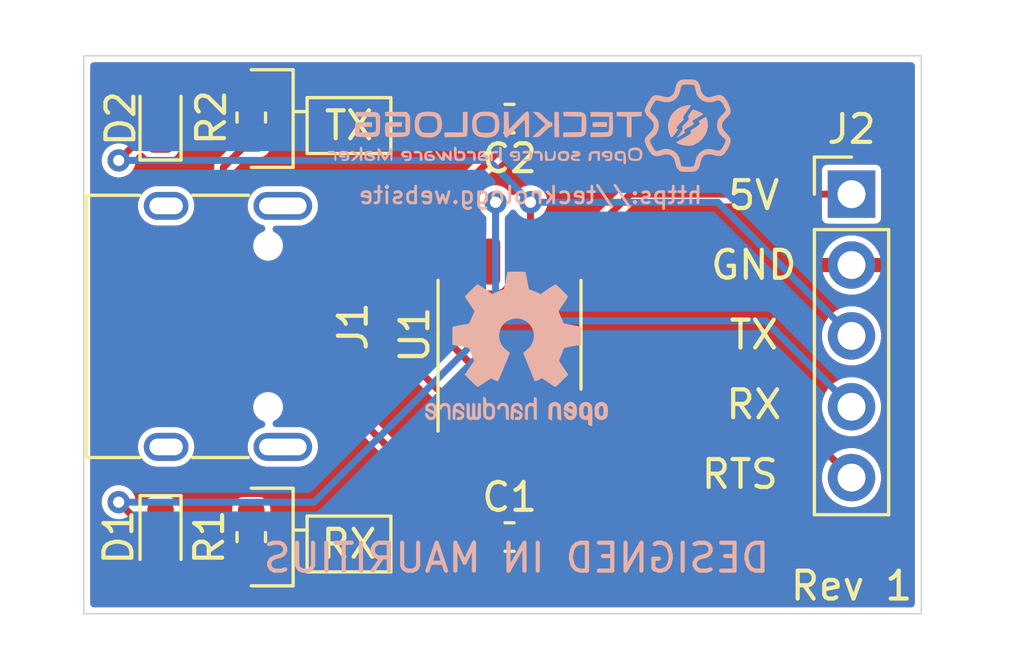
<source format=kicad_pcb>
(kicad_pcb (version 20171130) (host pcbnew "(5.1.6)-1")

  (general
    (thickness 1.6)
    (drawings 34)
    (tracks 66)
    (zones 0)
    (modules 11)
    (nets 16)
  )

  (page A4)
  (layers
    (0 F.Cu signal)
    (31 B.Cu signal)
    (32 B.Adhes user)
    (33 F.Adhes user)
    (34 B.Paste user)
    (35 F.Paste user)
    (36 B.SilkS user)
    (37 F.SilkS user)
    (38 B.Mask user)
    (39 F.Mask user)
    (40 Dwgs.User user)
    (41 Cmts.User user)
    (42 Eco1.User user)
    (43 Eco2.User user)
    (44 Edge.Cuts user)
    (45 Margin user)
    (46 B.CrtYd user)
    (47 F.CrtYd user)
    (48 B.Fab user)
    (49 F.Fab user)
  )

  (setup
    (last_trace_width 0.25)
    (trace_clearance 0.2)
    (zone_clearance 0.208)
    (zone_45_only no)
    (trace_min 0.2)
    (via_size 0.8)
    (via_drill 0.4)
    (via_min_size 0.4)
    (via_min_drill 0.3)
    (uvia_size 0.3)
    (uvia_drill 0.1)
    (uvias_allowed no)
    (uvia_min_size 0.2)
    (uvia_min_drill 0.1)
    (edge_width 0.05)
    (segment_width 0.2)
    (pcb_text_width 0.3)
    (pcb_text_size 1.5 1.5)
    (mod_edge_width 0.12)
    (mod_text_size 1 1)
    (mod_text_width 0.15)
    (pad_size 1.524 1.524)
    (pad_drill 0.762)
    (pad_to_mask_clearance 0.05)
    (aux_axis_origin 0 0)
    (visible_elements 7FFFFFFF)
    (pcbplotparams
      (layerselection 0x010fc_ffffffff)
      (usegerberextensions false)
      (usegerberattributes false)
      (usegerberadvancedattributes true)
      (creategerberjobfile true)
      (excludeedgelayer true)
      (linewidth 0.100000)
      (plotframeref false)
      (viasonmask false)
      (mode 1)
      (useauxorigin false)
      (hpglpennumber 1)
      (hpglpenspeed 20)
      (hpglpendiameter 15.000000)
      (psnegative false)
      (psa4output false)
      (plotreference true)
      (plotvalue true)
      (plotinvisibletext false)
      (padsonsilk false)
      (subtractmaskfromsilk false)
      (outputformat 1)
      (mirror false)
      (drillshape 0)
      (scaleselection 1)
      (outputdirectory "gerbers/"))
  )

  (net 0 "")
  (net 1 GND)
  (net 2 /VBUS)
  (net 3 "Net-(C2-Pad1)")
  (net 4 "Net-(D1-Pad2)")
  (net 5 /RX)
  (net 6 "Net-(D2-Pad2)")
  (net 7 /TX)
  (net 8 "Net-(J1-PadB8)")
  (net 9 "Net-(J1-PadA5)")
  (net 10 /D-)
  (net 11 /D+)
  (net 12 "Net-(J1-PadA8)")
  (net 13 "Net-(J1-PadB5)")
  (net 14 "Net-(J1-PadS1)")
  (net 15 /RTS)

  (net_class Default "This is the default net class."
    (clearance 0.2)
    (trace_width 0.25)
    (via_dia 0.8)
    (via_drill 0.4)
    (uvia_dia 0.3)
    (uvia_drill 0.1)
    (add_net /D+)
    (add_net /D-)
    (add_net /RTS)
    (add_net /RX)
    (add_net /TX)
    (add_net /VBUS)
    (add_net GND)
    (add_net "Net-(C2-Pad1)")
    (add_net "Net-(D1-Pad2)")
    (add_net "Net-(D2-Pad2)")
    (add_net "Net-(J1-PadA5)")
    (add_net "Net-(J1-PadA8)")
    (add_net "Net-(J1-PadB5)")
    (add_net "Net-(J1-PadB8)")
    (add_net "Net-(J1-PadS1)")
  )

  (module Symbol:OSHW-Logo2_7.3x6mm_SilkScreen (layer B.Cu) (tedit 0) (tstamp 5FB667EC)
    (at 115.5 95.5 180)
    (descr "Open Source Hardware Symbol")
    (tags "Logo Symbol OSHW")
    (attr virtual)
    (fp_text reference REF** (at 0 0) (layer B.SilkS) hide
      (effects (font (size 1 1) (thickness 0.15)) (justify mirror))
    )
    (fp_text value OSHW-Logo2_7.3x6mm_SilkScreen (at 0.75 0) (layer B.Fab) hide
      (effects (font (size 1 1) (thickness 0.15)) (justify mirror))
    )
    (fp_poly (pts (xy 0.10391 2.757652) (xy 0.182454 2.757222) (xy 0.239298 2.756058) (xy 0.278105 2.753793)
      (xy 0.302538 2.75006) (xy 0.316262 2.744494) (xy 0.32294 2.736727) (xy 0.326236 2.726395)
      (xy 0.326556 2.725057) (xy 0.331562 2.700921) (xy 0.340829 2.653299) (xy 0.353392 2.587259)
      (xy 0.368287 2.507872) (xy 0.384551 2.420204) (xy 0.385119 2.417125) (xy 0.40141 2.331211)
      (xy 0.416652 2.255304) (xy 0.429861 2.193955) (xy 0.440054 2.151718) (xy 0.446248 2.133145)
      (xy 0.446543 2.132816) (xy 0.464788 2.123747) (xy 0.502405 2.108633) (xy 0.551271 2.090738)
      (xy 0.551543 2.090642) (xy 0.613093 2.067507) (xy 0.685657 2.038035) (xy 0.754057 2.008403)
      (xy 0.757294 2.006938) (xy 0.868702 1.956374) (xy 1.115399 2.12484) (xy 1.191077 2.176197)
      (xy 1.259631 2.222111) (xy 1.317088 2.25997) (xy 1.359476 2.287163) (xy 1.382825 2.301079)
      (xy 1.385042 2.302111) (xy 1.40201 2.297516) (xy 1.433701 2.275345) (xy 1.481352 2.234553)
      (xy 1.546198 2.174095) (xy 1.612397 2.109773) (xy 1.676214 2.046388) (xy 1.733329 1.988549)
      (xy 1.780305 1.939825) (xy 1.813703 1.90379) (xy 1.830085 1.884016) (xy 1.830694 1.882998)
      (xy 1.832505 1.869428) (xy 1.825683 1.847267) (xy 1.80854 1.813522) (xy 1.779393 1.7652)
      (xy 1.736555 1.699308) (xy 1.679448 1.614483) (xy 1.628766 1.539823) (xy 1.583461 1.47286)
      (xy 1.54615 1.417484) (xy 1.519452 1.37758) (xy 1.505985 1.357038) (xy 1.505137 1.355644)
      (xy 1.506781 1.335962) (xy 1.519245 1.297707) (xy 1.540048 1.248111) (xy 1.547462 1.232272)
      (xy 1.579814 1.16171) (xy 1.614328 1.081647) (xy 1.642365 1.012371) (xy 1.662568 0.960955)
      (xy 1.678615 0.921881) (xy 1.687888 0.901459) (xy 1.689041 0.899886) (xy 1.706096 0.897279)
      (xy 1.746298 0.890137) (xy 1.804302 0.879477) (xy 1.874763 0.866315) (xy 1.952335 0.851667)
      (xy 2.031672 0.836551) (xy 2.107431 0.821982) (xy 2.174264 0.808978) (xy 2.226828 0.798555)
      (xy 2.259776 0.79173) (xy 2.267857 0.789801) (xy 2.276205 0.785038) (xy 2.282506 0.774282)
      (xy 2.287045 0.753902) (xy 2.290104 0.720266) (xy 2.291967 0.669745) (xy 2.292918 0.598708)
      (xy 2.29324 0.503524) (xy 2.293257 0.464508) (xy 2.293257 0.147201) (xy 2.217057 0.132161)
      (xy 2.174663 0.124005) (xy 2.1114 0.112101) (xy 2.034962 0.097884) (xy 1.953043 0.08279)
      (xy 1.9304 0.078645) (xy 1.854806 0.063947) (xy 1.788953 0.049495) (xy 1.738366 0.036625)
      (xy 1.708574 0.026678) (xy 1.703612 0.023713) (xy 1.691426 0.002717) (xy 1.673953 -0.037967)
      (xy 1.654577 -0.090322) (xy 1.650734 -0.1016) (xy 1.625339 -0.171523) (xy 1.593817 -0.250418)
      (xy 1.562969 -0.321266) (xy 1.562817 -0.321595) (xy 1.511447 -0.432733) (xy 1.680399 -0.681253)
      (xy 1.849352 -0.929772) (xy 1.632429 -1.147058) (xy 1.566819 -1.211726) (xy 1.506979 -1.268733)
      (xy 1.456267 -1.315033) (xy 1.418046 -1.347584) (xy 1.395675 -1.363343) (xy 1.392466 -1.364343)
      (xy 1.373626 -1.356469) (xy 1.33518 -1.334578) (xy 1.28133 -1.301267) (xy 1.216276 -1.259131)
      (xy 1.14594 -1.211943) (xy 1.074555 -1.16381) (xy 1.010908 -1.121928) (xy 0.959041 -1.088871)
      (xy 0.922995 -1.067218) (xy 0.906867 -1.059543) (xy 0.887189 -1.066037) (xy 0.849875 -1.08315)
      (xy 0.802621 -1.107326) (xy 0.797612 -1.110013) (xy 0.733977 -1.141927) (xy 0.690341 -1.157579)
      (xy 0.663202 -1.157745) (xy 0.649057 -1.143204) (xy 0.648975 -1.143) (xy 0.641905 -1.125779)
      (xy 0.625042 -1.084899) (xy 0.599695 -1.023525) (xy 0.567171 -0.944819) (xy 0.528778 -0.851947)
      (xy 0.485822 -0.748072) (xy 0.444222 -0.647502) (xy 0.398504 -0.536516) (xy 0.356526 -0.433703)
      (xy 0.319548 -0.342215) (xy 0.288827 -0.265201) (xy 0.265622 -0.205815) (xy 0.25119 -0.167209)
      (xy 0.246743 -0.1528) (xy 0.257896 -0.136272) (xy 0.287069 -0.10993) (xy 0.325971 -0.080887)
      (xy 0.436757 0.010961) (xy 0.523351 0.116241) (xy 0.584716 0.232734) (xy 0.619815 0.358224)
      (xy 0.627608 0.490493) (xy 0.621943 0.551543) (xy 0.591078 0.678205) (xy 0.53792 0.790059)
      (xy 0.465767 0.885999) (xy 0.377917 0.964924) (xy 0.277665 1.02573) (xy 0.16831 1.067313)
      (xy 0.053147 1.088572) (xy -0.064525 1.088401) (xy -0.18141 1.065699) (xy -0.294211 1.019362)
      (xy -0.399631 0.948287) (xy -0.443632 0.908089) (xy -0.528021 0.804871) (xy -0.586778 0.692075)
      (xy -0.620296 0.57299) (xy -0.628965 0.450905) (xy -0.613177 0.329107) (xy -0.573322 0.210884)
      (xy -0.509793 0.099525) (xy -0.422979 -0.001684) (xy -0.325971 -0.080887) (xy -0.285563 -0.111162)
      (xy -0.257018 -0.137219) (xy -0.246743 -0.152825) (xy -0.252123 -0.169843) (xy -0.267425 -0.2105)
      (xy -0.291388 -0.271642) (xy -0.322756 -0.350119) (xy -0.360268 -0.44278) (xy -0.402667 -0.546472)
      (xy -0.444337 -0.647526) (xy -0.49031 -0.758607) (xy -0.532893 -0.861541) (xy -0.570779 -0.953165)
      (xy -0.60266 -1.030316) (xy -0.627229 -1.089831) (xy -0.64318 -1.128544) (xy -0.64909 -1.143)
      (xy -0.663052 -1.157685) (xy -0.69006 -1.157642) (xy -0.733587 -1.142099) (xy -0.79711 -1.110284)
      (xy -0.797612 -1.110013) (xy -0.84544 -1.085323) (xy -0.884103 -1.067338) (xy -0.905905 -1.059614)
      (xy -0.906867 -1.059543) (xy -0.923279 -1.067378) (xy -0.959513 -1.089165) (xy -1.011526 -1.122328)
      (xy -1.075275 -1.164291) (xy -1.14594 -1.211943) (xy -1.217884 -1.260191) (xy -1.282726 -1.302151)
      (xy -1.336265 -1.335227) (xy -1.374303 -1.356821) (xy -1.392467 -1.364343) (xy -1.409192 -1.354457)
      (xy -1.44282 -1.326826) (xy -1.48999 -1.284495) (xy -1.547342 -1.230505) (xy -1.611516 -1.167899)
      (xy -1.632503 -1.146983) (xy -1.849501 -0.929623) (xy -1.684332 -0.68722) (xy -1.634136 -0.612781)
      (xy -1.590081 -0.545972) (xy -1.554638 -0.490665) (xy -1.530281 -0.450729) (xy -1.519478 -0.430036)
      (xy -1.519162 -0.428563) (xy -1.524857 -0.409058) (xy -1.540174 -0.369822) (xy -1.562463 -0.31743)
      (xy -1.578107 -0.282355) (xy -1.607359 -0.215201) (xy -1.634906 -0.147358) (xy -1.656263 -0.090034)
      (xy -1.662065 -0.072572) (xy -1.678548 -0.025938) (xy -1.69466 0.010095) (xy -1.70351 0.023713)
      (xy -1.72304 0.032048) (xy -1.765666 0.043863) (xy -1.825855 0.057819) (xy -1.898078 0.072578)
      (xy -1.9304 0.078645) (xy -2.012478 0.093727) (xy -2.091205 0.108331) (xy -2.158891 0.12102)
      (xy -2.20784 0.130358) (xy -2.217057 0.132161) (xy -2.293257 0.147201) (xy -2.293257 0.464508)
      (xy -2.293086 0.568846) (xy -2.292384 0.647787) (xy -2.290866 0.704962) (xy -2.288251 0.744001)
      (xy -2.284254 0.768535) (xy -2.278591 0.782195) (xy -2.27098 0.788611) (xy -2.267857 0.789801)
      (xy -2.249022 0.79402) (xy -2.207412 0.802438) (xy -2.14837 0.814039) (xy -2.077243 0.827805)
      (xy -1.999375 0.84272) (xy -1.920113 0.857768) (xy -1.844802 0.871931) (xy -1.778787 0.884194)
      (xy -1.727413 0.893539) (xy -1.696025 0.89895) (xy -1.689041 0.899886) (xy -1.682715 0.912404)
      (xy -1.66871 0.945754) (xy -1.649645 0.993623) (xy -1.642366 1.012371) (xy -1.613004 1.084805)
      (xy -1.578429 1.16483) (xy -1.547463 1.232272) (xy -1.524677 1.283841) (xy -1.509518 1.326215)
      (xy -1.504458 1.352166) (xy -1.505264 1.355644) (xy -1.515959 1.372064) (xy -1.54038 1.408583)
      (xy -1.575905 1.461313) (xy -1.619913 1.526365) (xy -1.669783 1.599849) (xy -1.679644 1.614355)
      (xy -1.737508 1.700296) (xy -1.780044 1.765739) (xy -1.808946 1.813696) (xy -1.82591 1.84718)
      (xy -1.832633 1.869205) (xy -1.83081 1.882783) (xy -1.830764 1.882869) (xy -1.816414 1.900703)
      (xy -1.784677 1.935183) (xy -1.73899 1.982732) (xy -1.682796 2.039778) (xy -1.619532 2.102745)
      (xy -1.612398 2.109773) (xy -1.53267 2.18698) (xy -1.471143 2.24367) (xy -1.426579 2.28089)
      (xy -1.397743 2.299685) (xy -1.385042 2.302111) (xy -1.366506 2.291529) (xy -1.328039 2.267084)
      (xy -1.273614 2.231388) (xy -1.207202 2.187053) (xy -1.132775 2.136689) (xy -1.115399 2.12484)
      (xy -0.868703 1.956374) (xy -0.757294 2.006938) (xy -0.689543 2.036405) (xy -0.616817 2.066041)
      (xy -0.554297 2.08967) (xy -0.551543 2.090642) (xy -0.50264 2.108543) (xy -0.464943 2.12368)
      (xy -0.446575 2.13279) (xy -0.446544 2.132816) (xy -0.440715 2.149283) (xy -0.430808 2.189781)
      (xy -0.417805 2.249758) (xy -0.402691 2.32466) (xy -0.386448 2.409936) (xy -0.385119 2.417125)
      (xy -0.368825 2.504986) (xy -0.353867 2.58474) (xy -0.341209 2.651319) (xy -0.331814 2.699653)
      (xy -0.326646 2.724675) (xy -0.326556 2.725057) (xy -0.323411 2.735701) (xy -0.317296 2.743738)
      (xy -0.304547 2.749533) (xy -0.2815 2.753453) (xy -0.244491 2.755865) (xy -0.189856 2.757135)
      (xy -0.113933 2.757629) (xy -0.013056 2.757714) (xy 0 2.757714) (xy 0.10391 2.757652)) (layer B.SilkS) (width 0.01))
    (fp_poly (pts (xy 3.153595 -1.966966) (xy 3.211021 -2.004497) (xy 3.238719 -2.038096) (xy 3.260662 -2.099064)
      (xy 3.262405 -2.147308) (xy 3.258457 -2.211816) (xy 3.109686 -2.276934) (xy 3.037349 -2.310202)
      (xy 2.990084 -2.336964) (xy 2.965507 -2.360144) (xy 2.961237 -2.382667) (xy 2.974889 -2.407455)
      (xy 2.989943 -2.423886) (xy 3.033746 -2.450235) (xy 3.081389 -2.452081) (xy 3.125145 -2.431546)
      (xy 3.157289 -2.390752) (xy 3.163038 -2.376347) (xy 3.190576 -2.331356) (xy 3.222258 -2.312182)
      (xy 3.265714 -2.295779) (xy 3.265714 -2.357966) (xy 3.261872 -2.400283) (xy 3.246823 -2.435969)
      (xy 3.21528 -2.476943) (xy 3.210592 -2.482267) (xy 3.175506 -2.51872) (xy 3.145347 -2.538283)
      (xy 3.107615 -2.547283) (xy 3.076335 -2.55023) (xy 3.020385 -2.550965) (xy 2.980555 -2.54166)
      (xy 2.955708 -2.527846) (xy 2.916656 -2.497467) (xy 2.889625 -2.464613) (xy 2.872517 -2.423294)
      (xy 2.863238 -2.367521) (xy 2.859693 -2.291305) (xy 2.85941 -2.252622) (xy 2.860372 -2.206247)
      (xy 2.948007 -2.206247) (xy 2.949023 -2.231126) (xy 2.951556 -2.2352) (xy 2.968274 -2.229665)
      (xy 3.004249 -2.215017) (xy 3.052331 -2.19419) (xy 3.062386 -2.189714) (xy 3.123152 -2.158814)
      (xy 3.156632 -2.131657) (xy 3.16399 -2.10622) (xy 3.146391 -2.080481) (xy 3.131856 -2.069109)
      (xy 3.07941 -2.046364) (xy 3.030322 -2.050122) (xy 2.989227 -2.077884) (xy 2.960758 -2.127152)
      (xy 2.951631 -2.166257) (xy 2.948007 -2.206247) (xy 2.860372 -2.206247) (xy 2.861285 -2.162249)
      (xy 2.868196 -2.095384) (xy 2.881884 -2.046695) (xy 2.904096 -2.010849) (xy 2.936574 -1.982513)
      (xy 2.950733 -1.973355) (xy 3.015053 -1.949507) (xy 3.085473 -1.948006) (xy 3.153595 -1.966966)) (layer B.SilkS) (width 0.01))
    (fp_poly (pts (xy 2.6526 -1.958752) (xy 2.669948 -1.966334) (xy 2.711356 -1.999128) (xy 2.746765 -2.046547)
      (xy 2.768664 -2.097151) (xy 2.772229 -2.122098) (xy 2.760279 -2.156927) (xy 2.734067 -2.175357)
      (xy 2.705964 -2.186516) (xy 2.693095 -2.188572) (xy 2.686829 -2.173649) (xy 2.674456 -2.141175)
      (xy 2.669028 -2.126502) (xy 2.63859 -2.075744) (xy 2.59452 -2.050427) (xy 2.53801 -2.051206)
      (xy 2.533825 -2.052203) (xy 2.503655 -2.066507) (xy 2.481476 -2.094393) (xy 2.466327 -2.139287)
      (xy 2.45725 -2.204615) (xy 2.453286 -2.293804) (xy 2.452914 -2.341261) (xy 2.45273 -2.416071)
      (xy 2.451522 -2.467069) (xy 2.448309 -2.499471) (xy 2.442109 -2.518495) (xy 2.43194 -2.529356)
      (xy 2.416819 -2.537272) (xy 2.415946 -2.53767) (xy 2.386828 -2.549981) (xy 2.372403 -2.554514)
      (xy 2.370186 -2.540809) (xy 2.368289 -2.502925) (xy 2.366847 -2.445715) (xy 2.365998 -2.374027)
      (xy 2.365829 -2.321565) (xy 2.366692 -2.220047) (xy 2.37007 -2.143032) (xy 2.377142 -2.086023)
      (xy 2.389088 -2.044526) (xy 2.40709 -2.014043) (xy 2.432327 -1.99008) (xy 2.457247 -1.973355)
      (xy 2.517171 -1.951097) (xy 2.586911 -1.946076) (xy 2.6526 -1.958752)) (layer B.SilkS) (width 0.01))
    (fp_poly (pts (xy 2.144876 -1.956335) (xy 2.186667 -1.975344) (xy 2.219469 -1.998378) (xy 2.243503 -2.024133)
      (xy 2.260097 -2.057358) (xy 2.270577 -2.1028) (xy 2.276271 -2.165207) (xy 2.278507 -2.249327)
      (xy 2.278743 -2.304721) (xy 2.278743 -2.520826) (xy 2.241774 -2.53767) (xy 2.212656 -2.549981)
      (xy 2.198231 -2.554514) (xy 2.195472 -2.541025) (xy 2.193282 -2.504653) (xy 2.191942 -2.451542)
      (xy 2.191657 -2.409372) (xy 2.190434 -2.348447) (xy 2.187136 -2.300115) (xy 2.182321 -2.270518)
      (xy 2.178496 -2.264229) (xy 2.152783 -2.270652) (xy 2.112418 -2.287125) (xy 2.065679 -2.309458)
      (xy 2.020845 -2.333457) (xy 1.986193 -2.35493) (xy 1.970002 -2.369685) (xy 1.969938 -2.369845)
      (xy 1.97133 -2.397152) (xy 1.983818 -2.423219) (xy 2.005743 -2.444392) (xy 2.037743 -2.451474)
      (xy 2.065092 -2.450649) (xy 2.103826 -2.450042) (xy 2.124158 -2.459116) (xy 2.136369 -2.483092)
      (xy 2.137909 -2.487613) (xy 2.143203 -2.521806) (xy 2.129047 -2.542568) (xy 2.092148 -2.552462)
      (xy 2.052289 -2.554292) (xy 1.980562 -2.540727) (xy 1.943432 -2.521355) (xy 1.897576 -2.475845)
      (xy 1.873256 -2.419983) (xy 1.871073 -2.360957) (xy 1.891629 -2.305953) (xy 1.922549 -2.271486)
      (xy 1.95342 -2.252189) (xy 2.001942 -2.227759) (xy 2.058485 -2.202985) (xy 2.06791 -2.199199)
      (xy 2.130019 -2.171791) (xy 2.165822 -2.147634) (xy 2.177337 -2.123619) (xy 2.16658 -2.096635)
      (xy 2.148114 -2.075543) (xy 2.104469 -2.049572) (xy 2.056446 -2.047624) (xy 2.012406 -2.067637)
      (xy 1.980709 -2.107551) (xy 1.976549 -2.117848) (xy 1.952327 -2.155724) (xy 1.916965 -2.183842)
      (xy 1.872343 -2.206917) (xy 1.872343 -2.141485) (xy 1.874969 -2.101506) (xy 1.88623 -2.069997)
      (xy 1.911199 -2.036378) (xy 1.935169 -2.010484) (xy 1.972441 -1.973817) (xy 2.001401 -1.954121)
      (xy 2.032505 -1.94622) (xy 2.067713 -1.944914) (xy 2.144876 -1.956335)) (layer B.SilkS) (width 0.01))
    (fp_poly (pts (xy 1.779833 -1.958663) (xy 1.782048 -1.99685) (xy 1.783784 -2.054886) (xy 1.784899 -2.12818)
      (xy 1.785257 -2.205055) (xy 1.785257 -2.465196) (xy 1.739326 -2.511127) (xy 1.707675 -2.539429)
      (xy 1.67989 -2.550893) (xy 1.641915 -2.550168) (xy 1.62684 -2.548321) (xy 1.579726 -2.542948)
      (xy 1.540756 -2.539869) (xy 1.531257 -2.539585) (xy 1.499233 -2.541445) (xy 1.453432 -2.546114)
      (xy 1.435674 -2.548321) (xy 1.392057 -2.551735) (xy 1.362745 -2.54432) (xy 1.33368 -2.521427)
      (xy 1.323188 -2.511127) (xy 1.277257 -2.465196) (xy 1.277257 -1.978602) (xy 1.314226 -1.961758)
      (xy 1.346059 -1.949282) (xy 1.364683 -1.944914) (xy 1.369458 -1.958718) (xy 1.373921 -1.997286)
      (xy 1.377775 -2.056356) (xy 1.380722 -2.131663) (xy 1.382143 -2.195286) (xy 1.386114 -2.445657)
      (xy 1.420759 -2.450556) (xy 1.452268 -2.447131) (xy 1.467708 -2.436041) (xy 1.472023 -2.415308)
      (xy 1.475708 -2.371145) (xy 1.478469 -2.309146) (xy 1.480012 -2.234909) (xy 1.480235 -2.196706)
      (xy 1.480457 -1.976783) (xy 1.526166 -1.960849) (xy 1.558518 -1.950015) (xy 1.576115 -1.944962)
      (xy 1.576623 -1.944914) (xy 1.578388 -1.958648) (xy 1.580329 -1.99673) (xy 1.582282 -2.054482)
      (xy 1.584084 -2.127227) (xy 1.585343 -2.195286) (xy 1.589314 -2.445657) (xy 1.6764 -2.445657)
      (xy 1.680396 -2.21724) (xy 1.684392 -1.988822) (xy 1.726847 -1.966868) (xy 1.758192 -1.951793)
      (xy 1.776744 -1.944951) (xy 1.777279 -1.944914) (xy 1.779833 -1.958663)) (layer B.SilkS) (width 0.01))
    (fp_poly (pts (xy 1.190117 -2.065358) (xy 1.189933 -2.173837) (xy 1.189219 -2.257287) (xy 1.187675 -2.319704)
      (xy 1.185001 -2.365085) (xy 1.180894 -2.397429) (xy 1.175055 -2.420733) (xy 1.167182 -2.438995)
      (xy 1.161221 -2.449418) (xy 1.111855 -2.505945) (xy 1.049264 -2.541377) (xy 0.980013 -2.55409)
      (xy 0.910668 -2.542463) (xy 0.869375 -2.521568) (xy 0.826025 -2.485422) (xy 0.796481 -2.441276)
      (xy 0.778655 -2.383462) (xy 0.770463 -2.306313) (xy 0.769302 -2.249714) (xy 0.769458 -2.245647)
      (xy 0.870857 -2.245647) (xy 0.871476 -2.31055) (xy 0.874314 -2.353514) (xy 0.88084 -2.381622)
      (xy 0.892523 -2.401953) (xy 0.906483 -2.417288) (xy 0.953365 -2.44689) (xy 1.003701 -2.449419)
      (xy 1.051276 -2.424705) (xy 1.054979 -2.421356) (xy 1.070783 -2.403935) (xy 1.080693 -2.383209)
      (xy 1.086058 -2.352362) (xy 1.088228 -2.304577) (xy 1.088571 -2.251748) (xy 1.087827 -2.185381)
      (xy 1.084748 -2.141106) (xy 1.078061 -2.112009) (xy 1.066496 -2.091173) (xy 1.057013 -2.080107)
      (xy 1.01296 -2.052198) (xy 0.962224 -2.048843) (xy 0.913796 -2.070159) (xy 0.90445 -2.078073)
      (xy 0.88854 -2.095647) (xy 0.87861 -2.116587) (xy 0.873278 -2.147782) (xy 0.871163 -2.196122)
      (xy 0.870857 -2.245647) (xy 0.769458 -2.245647) (xy 0.77281 -2.158568) (xy 0.784726 -2.090086)
      (xy 0.807135 -2.0386) (xy 0.842124 -1.998443) (xy 0.869375 -1.977861) (xy 0.918907 -1.955625)
      (xy 0.976316 -1.945304) (xy 1.029682 -1.948067) (xy 1.059543 -1.959212) (xy 1.071261 -1.962383)
      (xy 1.079037 -1.950557) (xy 1.084465 -1.918866) (xy 1.088571 -1.870593) (xy 1.093067 -1.816829)
      (xy 1.099313 -1.784482) (xy 1.110676 -1.765985) (xy 1.130528 -1.75377) (xy 1.143 -1.748362)
      (xy 1.190171 -1.728601) (xy 1.190117 -2.065358)) (layer B.SilkS) (width 0.01))
    (fp_poly (pts (xy 0.529926 -1.949755) (xy 0.595858 -1.974084) (xy 0.649273 -2.017117) (xy 0.670164 -2.047409)
      (xy 0.692939 -2.102994) (xy 0.692466 -2.143186) (xy 0.668562 -2.170217) (xy 0.659717 -2.174813)
      (xy 0.62153 -2.189144) (xy 0.602028 -2.185472) (xy 0.595422 -2.161407) (xy 0.595086 -2.148114)
      (xy 0.582992 -2.09921) (xy 0.551471 -2.064999) (xy 0.507659 -2.048476) (xy 0.458695 -2.052634)
      (xy 0.418894 -2.074227) (xy 0.40545 -2.086544) (xy 0.395921 -2.101487) (xy 0.389485 -2.124075)
      (xy 0.385317 -2.159328) (xy 0.382597 -2.212266) (xy 0.380502 -2.287907) (xy 0.37996 -2.311857)
      (xy 0.377981 -2.39379) (xy 0.375731 -2.451455) (xy 0.372357 -2.489608) (xy 0.367006 -2.513004)
      (xy 0.358824 -2.526398) (xy 0.346959 -2.534545) (xy 0.339362 -2.538144) (xy 0.307102 -2.550452)
      (xy 0.288111 -2.554514) (xy 0.281836 -2.540948) (xy 0.278006 -2.499934) (xy 0.2766 -2.430999)
      (xy 0.277598 -2.333669) (xy 0.277908 -2.318657) (xy 0.280101 -2.229859) (xy 0.282693 -2.165019)
      (xy 0.286382 -2.119067) (xy 0.291864 -2.086935) (xy 0.299835 -2.063553) (xy 0.310993 -2.043852)
      (xy 0.31683 -2.03541) (xy 0.350296 -1.998057) (xy 0.387727 -1.969003) (xy 0.392309 -1.966467)
      (xy 0.459426 -1.946443) (xy 0.529926 -1.949755)) (layer B.SilkS) (width 0.01))
    (fp_poly (pts (xy 0.039744 -1.950968) (xy 0.096616 -1.972087) (xy 0.097267 -1.972493) (xy 0.13244 -1.99838)
      (xy 0.158407 -2.028633) (xy 0.17667 -2.068058) (xy 0.188732 -2.121462) (xy 0.196096 -2.193651)
      (xy 0.200264 -2.289432) (xy 0.200629 -2.303078) (xy 0.205876 -2.508842) (xy 0.161716 -2.531678)
      (xy 0.129763 -2.54711) (xy 0.11047 -2.554423) (xy 0.109578 -2.554514) (xy 0.106239 -2.541022)
      (xy 0.103587 -2.504626) (xy 0.101956 -2.451452) (xy 0.1016 -2.408393) (xy 0.101592 -2.338641)
      (xy 0.098403 -2.294837) (xy 0.087288 -2.273944) (xy 0.063501 -2.272925) (xy 0.022296 -2.288741)
      (xy -0.039914 -2.317815) (xy -0.085659 -2.341963) (xy -0.109187 -2.362913) (xy -0.116104 -2.385747)
      (xy -0.116114 -2.386877) (xy -0.104701 -2.426212) (xy -0.070908 -2.447462) (xy -0.019191 -2.450539)
      (xy 0.018061 -2.450006) (xy 0.037703 -2.460735) (xy 0.049952 -2.486505) (xy 0.057002 -2.519337)
      (xy 0.046842 -2.537966) (xy 0.043017 -2.540632) (xy 0.007001 -2.55134) (xy -0.043434 -2.552856)
      (xy -0.095374 -2.545759) (xy -0.132178 -2.532788) (xy -0.183062 -2.489585) (xy -0.211986 -2.429446)
      (xy -0.217714 -2.382462) (xy -0.213343 -2.340082) (xy -0.197525 -2.305488) (xy -0.166203 -2.274763)
      (xy -0.115322 -2.24399) (xy -0.040824 -2.209252) (xy -0.036286 -2.207288) (xy 0.030821 -2.176287)
      (xy 0.072232 -2.150862) (xy 0.089981 -2.128014) (xy 0.086107 -2.104745) (xy 0.062643 -2.078056)
      (xy 0.055627 -2.071914) (xy 0.00863 -2.0481) (xy -0.040067 -2.049103) (xy -0.082478 -2.072451)
      (xy -0.110616 -2.115675) (xy -0.113231 -2.12416) (xy -0.138692 -2.165308) (xy -0.170999 -2.185128)
      (xy -0.217714 -2.20477) (xy -0.217714 -2.15395) (xy -0.203504 -2.080082) (xy -0.161325 -2.012327)
      (xy -0.139376 -1.989661) (xy -0.089483 -1.960569) (xy -0.026033 -1.9474) (xy 0.039744 -1.950968)) (layer B.SilkS) (width 0.01))
    (fp_poly (pts (xy -0.624114 -1.851289) (xy -0.619861 -1.910613) (xy -0.614975 -1.945572) (xy -0.608205 -1.96082)
      (xy -0.598298 -1.961015) (xy -0.595086 -1.959195) (xy -0.552356 -1.946015) (xy -0.496773 -1.946785)
      (xy -0.440263 -1.960333) (xy -0.404918 -1.977861) (xy -0.368679 -2.005861) (xy -0.342187 -2.037549)
      (xy -0.324001 -2.077813) (xy -0.312678 -2.131543) (xy -0.306778 -2.203626) (xy -0.304857 -2.298951)
      (xy -0.304823 -2.317237) (xy -0.3048 -2.522646) (xy -0.350509 -2.53858) (xy -0.382973 -2.54942)
      (xy -0.400785 -2.554468) (xy -0.401309 -2.554514) (xy -0.403063 -2.540828) (xy -0.404556 -2.503076)
      (xy -0.405674 -2.446224) (xy -0.406303 -2.375234) (xy -0.4064 -2.332073) (xy -0.406602 -2.246973)
      (xy -0.407642 -2.185981) (xy -0.410169 -2.144177) (xy -0.414836 -2.116642) (xy -0.422293 -2.098456)
      (xy -0.433189 -2.084698) (xy -0.439993 -2.078073) (xy -0.486728 -2.051375) (xy -0.537728 -2.049375)
      (xy -0.583999 -2.071955) (xy -0.592556 -2.080107) (xy -0.605107 -2.095436) (xy -0.613812 -2.113618)
      (xy -0.619369 -2.139909) (xy -0.622474 -2.179562) (xy -0.623824 -2.237832) (xy -0.624114 -2.318173)
      (xy -0.624114 -2.522646) (xy -0.669823 -2.53858) (xy -0.702287 -2.54942) (xy -0.720099 -2.554468)
      (xy -0.720623 -2.554514) (xy -0.721963 -2.540623) (xy -0.723172 -2.501439) (xy -0.724199 -2.4407)
      (xy -0.724998 -2.362141) (xy -0.725519 -2.269498) (xy -0.725714 -2.166509) (xy -0.725714 -1.769342)
      (xy -0.678543 -1.749444) (xy -0.631371 -1.729547) (xy -0.624114 -1.851289)) (layer B.SilkS) (width 0.01))
    (fp_poly (pts (xy -1.831697 -1.931239) (xy -1.774473 -1.969735) (xy -1.730251 -2.025335) (xy -1.703833 -2.096086)
      (xy -1.69849 -2.148162) (xy -1.699097 -2.169893) (xy -1.704178 -2.186531) (xy -1.718145 -2.201437)
      (xy -1.745411 -2.217973) (xy -1.790388 -2.239498) (xy -1.857489 -2.269374) (xy -1.857829 -2.269524)
      (xy -1.919593 -2.297813) (xy -1.970241 -2.322933) (xy -2.004596 -2.342179) (xy -2.017482 -2.352848)
      (xy -2.017486 -2.352934) (xy -2.006128 -2.376166) (xy -1.979569 -2.401774) (xy -1.949077 -2.420221)
      (xy -1.93363 -2.423886) (xy -1.891485 -2.411212) (xy -1.855192 -2.379471) (xy -1.837483 -2.344572)
      (xy -1.820448 -2.318845) (xy -1.787078 -2.289546) (xy -1.747851 -2.264235) (xy -1.713244 -2.250471)
      (xy -1.706007 -2.249714) (xy -1.697861 -2.26216) (xy -1.69737 -2.293972) (xy -1.703357 -2.336866)
      (xy -1.714643 -2.382558) (xy -1.73005 -2.422761) (xy -1.730829 -2.424322) (xy -1.777196 -2.489062)
      (xy -1.837289 -2.533097) (xy -1.905535 -2.554711) (xy -1.976362 -2.552185) (xy -2.044196 -2.523804)
      (xy -2.047212 -2.521808) (xy -2.100573 -2.473448) (xy -2.13566 -2.410352) (xy -2.155078 -2.327387)
      (xy -2.157684 -2.304078) (xy -2.162299 -2.194055) (xy -2.156767 -2.142748) (xy -2.017486 -2.142748)
      (xy -2.015676 -2.174753) (xy -2.005778 -2.184093) (xy -1.981102 -2.177105) (xy -1.942205 -2.160587)
      (xy -1.898725 -2.139881) (xy -1.897644 -2.139333) (xy -1.860791 -2.119949) (xy -1.846 -2.107013)
      (xy -1.849647 -2.093451) (xy -1.865005 -2.075632) (xy -1.904077 -2.049845) (xy -1.946154 -2.04795)
      (xy -1.983897 -2.066717) (xy -2.009966 -2.102915) (xy -2.017486 -2.142748) (xy -2.156767 -2.142748)
      (xy -2.152806 -2.106027) (xy -2.12845 -2.036212) (xy -2.094544 -1.987302) (xy -2.033347 -1.937878)
      (xy -1.965937 -1.913359) (xy -1.89712 -1.911797) (xy -1.831697 -1.931239)) (layer B.SilkS) (width 0.01))
    (fp_poly (pts (xy -2.958885 -1.921962) (xy -2.890855 -1.957733) (xy -2.840649 -2.015301) (xy -2.822815 -2.052312)
      (xy -2.808937 -2.107882) (xy -2.801833 -2.178096) (xy -2.80116 -2.254727) (xy -2.806573 -2.329552)
      (xy -2.81773 -2.394342) (xy -2.834286 -2.440873) (xy -2.839374 -2.448887) (xy -2.899645 -2.508707)
      (xy -2.971231 -2.544535) (xy -3.048908 -2.55502) (xy -3.127452 -2.53881) (xy -3.149311 -2.529092)
      (xy -3.191878 -2.499143) (xy -3.229237 -2.459433) (xy -3.232768 -2.454397) (xy -3.247119 -2.430124)
      (xy -3.256606 -2.404178) (xy -3.26221 -2.370022) (xy -3.264914 -2.321119) (xy -3.265701 -2.250935)
      (xy -3.265714 -2.2352) (xy -3.265678 -2.230192) (xy -3.120571 -2.230192) (xy -3.119727 -2.29643)
      (xy -3.116404 -2.340386) (xy -3.109417 -2.368779) (xy -3.097584 -2.388325) (xy -3.091543 -2.394857)
      (xy -3.056814 -2.41968) (xy -3.023097 -2.418548) (xy -2.989005 -2.397016) (xy -2.968671 -2.374029)
      (xy -2.956629 -2.340478) (xy -2.949866 -2.287569) (xy -2.949402 -2.281399) (xy -2.948248 -2.185513)
      (xy -2.960312 -2.114299) (xy -2.98543 -2.068194) (xy -3.02344 -2.047635) (xy -3.037008 -2.046514)
      (xy -3.072636 -2.052152) (xy -3.097006 -2.071686) (xy -3.111907 -2.109042) (xy -3.119125 -2.16815)
      (xy -3.120571 -2.230192) (xy -3.265678 -2.230192) (xy -3.265174 -2.160413) (xy -3.262904 -2.108159)
      (xy -3.257932 -2.071949) (xy -3.249287 -2.045299) (xy -3.235995 -2.021722) (xy -3.233057 -2.017338)
      (xy -3.183687 -1.958249) (xy -3.129891 -1.923947) (xy -3.064398 -1.910331) (xy -3.042158 -1.909665)
      (xy -2.958885 -1.921962)) (layer B.SilkS) (width 0.01))
    (fp_poly (pts (xy -1.283907 -1.92778) (xy -1.237328 -1.954723) (xy -1.204943 -1.981466) (xy -1.181258 -2.009484)
      (xy -1.164941 -2.043748) (xy -1.154661 -2.089227) (xy -1.149086 -2.150892) (xy -1.146884 -2.233711)
      (xy -1.146629 -2.293246) (xy -1.146629 -2.512391) (xy -1.208314 -2.540044) (xy -1.27 -2.567697)
      (xy -1.277257 -2.32767) (xy -1.280256 -2.238028) (xy -1.283402 -2.172962) (xy -1.287299 -2.128026)
      (xy -1.292553 -2.09877) (xy -1.299769 -2.080748) (xy -1.30955 -2.069511) (xy -1.312688 -2.067079)
      (xy -1.360239 -2.048083) (xy -1.408303 -2.0556) (xy -1.436914 -2.075543) (xy -1.448553 -2.089675)
      (xy -1.456609 -2.10822) (xy -1.461729 -2.136334) (xy -1.464559 -2.179173) (xy -1.465744 -2.241895)
      (xy -1.465943 -2.307261) (xy -1.465982 -2.389268) (xy -1.467386 -2.447316) (xy -1.472086 -2.486465)
      (xy -1.482013 -2.51178) (xy -1.499097 -2.528323) (xy -1.525268 -2.541156) (xy -1.560225 -2.554491)
      (xy -1.598404 -2.569007) (xy -1.593859 -2.311389) (xy -1.592029 -2.218519) (xy -1.589888 -2.149889)
      (xy -1.586819 -2.100711) (xy -1.582206 -2.066198) (xy -1.575432 -2.041562) (xy -1.565881 -2.022016)
      (xy -1.554366 -2.00477) (xy -1.49881 -1.94968) (xy -1.43102 -1.917822) (xy -1.357287 -1.910191)
      (xy -1.283907 -1.92778)) (layer B.SilkS) (width 0.01))
    (fp_poly (pts (xy -2.400256 -1.919918) (xy -2.344799 -1.947568) (xy -2.295852 -1.99848) (xy -2.282371 -2.017338)
      (xy -2.267686 -2.042015) (xy -2.258158 -2.068816) (xy -2.252707 -2.104587) (xy -2.250253 -2.156169)
      (xy -2.249714 -2.224267) (xy -2.252148 -2.317588) (xy -2.260606 -2.387657) (xy -2.276826 -2.439931)
      (xy -2.302546 -2.479869) (xy -2.339503 -2.512929) (xy -2.342218 -2.514886) (xy -2.37864 -2.534908)
      (xy -2.422498 -2.544815) (xy -2.478276 -2.547257) (xy -2.568952 -2.547257) (xy -2.56899 -2.635283)
      (xy -2.569834 -2.684308) (xy -2.574976 -2.713065) (xy -2.588413 -2.730311) (xy -2.614142 -2.744808)
      (xy -2.620321 -2.747769) (xy -2.649236 -2.761648) (xy -2.671624 -2.770414) (xy -2.688271 -2.771171)
      (xy -2.699964 -2.761023) (xy -2.70749 -2.737073) (xy -2.711634 -2.696426) (xy -2.713185 -2.636186)
      (xy -2.712929 -2.553455) (xy -2.711651 -2.445339) (xy -2.711252 -2.413) (xy -2.709815 -2.301524)
      (xy -2.708528 -2.228603) (xy -2.569029 -2.228603) (xy -2.568245 -2.290499) (xy -2.56476 -2.330997)
      (xy -2.556876 -2.357708) (xy -2.542895 -2.378244) (xy -2.533403 -2.38826) (xy -2.494596 -2.417567)
      (xy -2.460237 -2.419952) (xy -2.424784 -2.39575) (xy -2.423886 -2.394857) (xy -2.409461 -2.376153)
      (xy -2.400687 -2.350732) (xy -2.396261 -2.311584) (xy -2.394882 -2.251697) (xy -2.394857 -2.23843)
      (xy -2.398188 -2.155901) (xy -2.409031 -2.098691) (xy -2.42866 -2.063766) (xy -2.45835 -2.048094)
      (xy -2.475509 -2.046514) (xy -2.516234 -2.053926) (xy -2.544168 -2.07833) (xy -2.560983 -2.12298)
      (xy -2.56835 -2.19113) (xy -2.569029 -2.228603) (xy -2.708528 -2.228603) (xy -2.708292 -2.215245)
      (xy -2.706323 -2.150333) (xy -2.70355 -2.102958) (xy -2.699612 -2.06929) (xy -2.694151 -2.045498)
      (xy -2.686808 -2.027753) (xy -2.677223 -2.012224) (xy -2.673113 -2.006381) (xy -2.618595 -1.951185)
      (xy -2.549664 -1.91989) (xy -2.469928 -1.911165) (xy -2.400256 -1.919918)) (layer B.SilkS) (width 0.01))
  )

  (module logos:tecknologg (layer B.Cu) (tedit 0) (tstamp 5FB662F4)
    (at 116 87.5 180)
    (fp_text reference G*** (at 0 0) (layer B.SilkS) hide
      (effects (font (size 1.524 1.524) (thickness 0.3)) (justify mirror))
    )
    (fp_text value LOGO (at 0.75 0) (layer B.SilkS) hide
      (effects (font (size 1.524 1.524) (thickness 0.3)) (justify mirror))
    )
    (fp_poly (pts (xy -5.613038 0.726765) (xy -5.432821 0.685874) (xy -5.272907 0.606438) (xy -5.137742 0.49483)
      (xy -5.031769 0.357422) (xy -4.959434 0.200586) (xy -4.925184 0.030695) (xy -4.933462 -0.145879)
      (xy -4.951143 -0.222066) (xy -4.978766 -0.304835) (xy -5.007883 -0.373638) (xy -5.023503 -0.40094)
      (xy -5.042927 -0.421894) (xy -5.063795 -0.422462) (xy -5.094482 -0.397321) (xy -5.143361 -0.341148)
      (xy -5.171401 -0.306934) (xy -5.239539 -0.219667) (xy -5.2759 -0.162916) (xy -5.282744 -0.132031)
      (xy -5.26233 -0.122362) (xy -5.261079 -0.122351) (xy -5.23431 -0.107421) (xy -5.240795 -0.067244)
      (xy -5.276906 -0.008742) (xy -5.339014 0.061162) (xy -5.374994 0.094955) (xy -5.445259 0.16)
      (xy -5.482785 0.202972) (xy -5.493151 0.232242) (xy -5.48219 0.255877) (xy -5.472052 0.278754)
      (xy -5.478458 0.311396) (xy -5.505259 0.361721) (xy -5.556308 0.437646) (xy -5.600741 0.499557)
      (xy -5.662809 0.586582) (xy -5.712322 0.659044) (xy -5.743201 0.707857) (xy -5.750482 0.723303)
      (xy -5.728496 0.730579) (xy -5.671635 0.731118)) (layer B.SilkS) (width 0))
    (fp_poly (pts (xy -5.803735 0.572397) (xy -5.781488 0.540353) (xy -5.740992 0.482372) (xy -5.703279 0.428511)
      (xy -5.65773 0.355749) (xy -5.641776 0.31095) (xy -5.648221 0.29918) (xy -5.676601 0.270678)
      (xy -5.664446 0.219824) (xy -5.613169 0.14947) (xy -5.536368 0.073302) (xy -5.467462 0.006684)
      (xy -5.428902 -0.040991) (xy -5.424774 -0.064577) (xy -5.426253 -0.06535) (xy -5.454146 -0.094917)
      (xy -5.44375 -0.147847) (xy -5.394407 -0.226226) (xy -5.363117 -0.265776) (xy -5.293059 -0.35321)
      (xy -5.250819 -0.4118) (xy -5.238623 -0.43837) (xy -5.241282 -0.43961) (xy -5.264635 -0.428002)
      (xy -5.31921 -0.39818) (xy -5.393785 -0.356288) (xy -5.403487 -0.350775) (xy -5.487703 -0.298961)
      (xy -5.529933 -0.262512) (xy -5.533552 -0.238428) (xy -5.531956 -0.236619) (xy -5.509868 -0.203043)
      (xy -5.516995 -0.169092) (xy -5.557874 -0.129381) (xy -5.637043 -0.078523) (xy -5.690801 -0.048116)
      (xy -5.779279 0.001648) (xy -5.831069 0.035027) (xy -5.852678 0.058644) (xy -5.850614 0.079122)
      (xy -5.835225 0.098877) (xy -5.810017 0.142432) (xy -5.810854 0.169991) (xy -5.838658 0.193202)
      (xy -5.898535 0.232098) (xy -5.979265 0.279539) (xy -6.009012 0.296095) (xy -6.091502 0.343189)
      (xy -6.154261 0.382487) (xy -6.187362 0.407633) (xy -6.190105 0.412086) (xy -6.168745 0.432498)
      (xy -6.114666 0.4626) (xy -6.040725 0.497059) (xy -5.959774 0.530541) (xy -5.884668 0.557712)
      (xy -5.828262 0.57324)) (layer B.SilkS) (width 0))
    (fp_poly (pts (xy -6.155483 0.241183) (xy -6.071656 0.192117) (xy -6.029181 0.156385) (xy -6.02396 0.129167)
      (xy -6.044124 0.110115) (xy -6.067872 0.079999) (xy -6.051803 0.041121) (xy -5.993832 -0.00897)
      (xy -5.891876 -0.072725) (xy -5.885777 -0.076207) (xy -5.795229 -0.130146) (xy -5.743295 -0.16809)
      (xy -5.724335 -0.194942) (xy -5.729459 -0.21215) (xy -5.746004 -0.24301) (xy -5.738713 -0.274377)
      (xy -5.702564 -0.31127) (xy -5.632538 -0.358707) (xy -5.523612 -0.421707) (xy -5.51501 -0.426491)
      (xy -5.39154 -0.494973) (xy -5.30627 -0.54374) (xy -5.255029 -0.577572) (xy -5.233647 -0.601248)
      (xy -5.237954 -0.619548) (xy -5.263781 -0.637251) (xy -5.306957 -0.659138) (xy -5.310478 -0.660928)
      (xy -5.407561 -0.695582) (xy -5.52866 -0.717997) (xy -5.65544 -0.726705) (xy -5.769565 -0.720237)
      (xy -5.839153 -0.703262) (xy -6.007377 -0.61405) (xy -6.146713 -0.495038) (xy -6.253743 -0.353051)
      (xy -6.325046 -0.194914) (xy -6.357204 -0.02745) (xy -6.346798 0.142516) (xy -6.316343 0.249139)
      (xy -6.291313 0.314752)) (layer B.SilkS) (width 0))
    (fp_poly (pts (xy -2.226783 -0.048941) (xy -2.740655 -0.048941) (xy -2.740655 0.12235) (xy -2.226783 0.12235)) (layer B.SilkS) (width 0))
    (fp_poly (pts (xy 6.264354 0.31942) (xy 5.90342 0.312648) (xy 5.542485 0.305876) (xy 5.535289 0.085645)
      (xy 5.530944 -0.047119) (xy 5.532756 -0.138606) (xy 5.547707 -0.196471) (xy 5.582781 -0.228369)
      (xy 5.644959 -0.241957) (xy 5.741224 -0.24489) (xy 5.836593 -0.244702) (xy 6.117533 -0.244702)
      (xy 6.117533 -0.048941) (xy 5.677071 -0.048941) (xy 5.677071 0.12235) (xy 5.953584 0.12235)
      (xy 6.100227 0.119499) (xy 6.200733 0.111018) (xy 6.253979 0.097014) (xy 6.25946 0.092986)
      (xy 6.275278 0.051433) (xy 6.285358 -0.031668) (xy 6.288824 -0.146821) (xy 6.285234 -0.263773)
      (xy 6.275044 -0.346199) (xy 6.25946 -0.386629) (xy 6.223314 -0.398617) (xy 6.149268 -0.407487)
      (xy 6.048263 -0.41324) (xy 5.931238 -0.41588) (xy 5.809136 -0.415409) (xy 5.692896 -0.41183)
      (xy 5.593459 -0.405146) (xy 5.521765 -0.395358) (xy 5.493545 -0.386437) (xy 5.451415 -0.35836)
      (xy 5.421763 -0.324707) (xy 5.402403 -0.276874) (xy 5.39115 -0.206259) (xy 5.385819 -0.104257)
      (xy 5.384224 0.037735) (xy 5.384208 0.043991) (xy 5.38422 0.17583) (xy 5.386018 0.267939)
      (xy 5.39113 0.329531) (xy 5.401085 0.369815) (xy 5.417411 0.398003) (xy 5.441638 0.423304)
      (xy 5.448178 0.429395) (xy 5.474817 0.452266) (xy 5.50299 0.468438) (xy 5.541206 0.479071)
      (xy 5.597974 0.485324) (xy 5.681803 0.488356) (xy 5.801201 0.489327) (xy 5.88864 0.489402)
      (xy 6.264354 0.489402)) (layer B.SilkS) (width 0))
    (fp_poly (pts (xy 5.199903 0.330346) (xy 4.838969 0.323575) (xy 4.478034 0.316803) (xy 4.478034 -0.244702)
      (xy 5.040848 -0.244702) (xy 5.040848 -0.050846) (xy 4.61262 -0.036706) (xy 4.597284 0.12235)
      (xy 4.866005 0.12235) (xy 4.979089 0.121049) (xy 5.076347 0.117527) (xy 5.145903 0.112357)
      (xy 5.173432 0.107497) (xy 5.192332 0.09129) (xy 5.204109 0.054261) (xy 5.21022 -0.012619)
      (xy 5.212123 -0.11838) (xy 5.212139 -0.13231) (xy 5.208737 -0.256077) (xy 5.19896 -0.342461)
      (xy 5.183448 -0.385919) (xy 5.182774 -0.386629) (xy 5.144187 -0.400517) (xy 5.067967 -0.410129)
      (xy 4.965226 -0.415595) (xy 4.847073 -0.417042) (xy 4.724619 -0.414599) (xy 4.608973 -0.408394)
      (xy 4.511246 -0.398557) (xy 4.442547 -0.385215) (xy 4.423592 -0.377849) (xy 4.377336 -0.347468)
      (xy 4.345006 -0.309149) (xy 4.324196 -0.254184) (xy 4.312503 -0.173861) (xy 4.307523 -0.059471)
      (xy 4.306744 0.045454) (xy 4.307312 0.170602) (xy 4.310212 0.25723) (xy 4.317232 0.315756)
      (xy 4.330164 0.356598) (xy 4.350797 0.390173) (xy 4.370094 0.414114) (xy 4.433445 0.489402)
      (xy 5.215239 0.489402)) (layer B.SilkS) (width 0))
    (fp_poly (pts (xy 2.422543 -0.244702) (xy 3.083237 -0.244702) (xy 3.083237 -0.415993) (xy 2.696609 -0.415993)
      (xy 2.527006 -0.414395) (xy 2.403454 -0.409472) (xy 2.323164 -0.401027) (xy 2.283346 -0.388861)
      (xy 2.280616 -0.386629) (xy 2.268492 -0.354802) (xy 2.259738 -0.284975) (xy 2.25415 -0.173996)
      (xy 2.251523 -0.018714) (xy 2.251252 0.066069) (xy 2.251252 0.489402) (xy 2.422543 0.489402)) (layer B.SilkS) (width 0))
    (fp_poly (pts (xy -0.312261 0.263118) (xy -0.538545 0.036833) (xy -0.299861 -0.188373) (xy -0.061176 -0.413578)
      (xy -0.184139 -0.414786) (xy -0.240138 -0.414003) (xy -0.283645 -0.406252) (xy -0.324996 -0.38536)
      (xy -0.374525 -0.345154) (xy -0.442566 -0.279462) (xy -0.489403 -0.232467) (xy -0.594612 -0.132615)
      (xy -0.673522 -0.07122) (xy -0.725185 -0.049011) (xy -0.727374 -0.048941) (xy -0.765248 -0.041409)
      (xy -0.780701 -0.009496) (xy -0.783045 0.036705) (xy -0.778149 0.094972) (xy -0.757405 0.118745)
      (xy -0.727374 0.12235) (xy -0.677359 0.142209) (xy -0.60004 0.201299) (xy -0.496366 0.298888)
      (xy -0.489403 0.305876) (xy -0.406618 0.387991) (xy -0.347684 0.441096) (xy -0.302561 0.471485)
      (xy -0.261204 0.485451) (xy -0.213571 0.489286) (xy -0.196539 0.489402) (xy -0.085976 0.489402)) (layer B.SilkS) (width 0))
    (fp_poly (pts (xy -0.856455 -0.415993) (xy -1.02885 -0.415993) (xy -1.02218 0.030587) (xy -1.015511 0.477167)
      (xy -0.856455 0.492503)) (layer B.SilkS) (width 0))
    (fp_poly (pts (xy -1.186802 0.330346) (xy -1.83685 0.31668) (xy -1.829938 0.042107) (xy -1.823025 -0.232467)
      (xy -1.498796 -0.239294) (xy -1.174567 -0.246122) (xy -1.174567 -0.415993) (xy -1.498796 -0.415013)
      (xy -1.655271 -0.412488) (xy -1.768887 -0.405637) (xy -1.845581 -0.393913) (xy -1.88694 -0.379296)
      (xy -1.936619 -0.342689) (xy -1.971234 -0.290623) (xy -1.992697 -0.215408) (xy -2.00292 -0.109359)
      (xy -2.003813 0.035213) (xy -2.002588 0.085851) (xy -1.998555 0.208297) (xy -1.993374 0.291868)
      (xy -1.984801 0.346615) (xy -1.970592 0.38259) (xy -1.948501 0.409845) (xy -1.925659 0.430399)
      (xy -1.895853 0.45384) (xy -1.864272 0.470085) (xy -1.821748 0.480449) (xy -1.759114 0.486246)
      (xy -1.667204 0.48879) (xy -1.53685 0.489397) (xy -1.514234 0.489402) (xy -1.171466 0.489402)) (layer B.SilkS) (width 0))
    (fp_poly (pts (xy -2.153372 0.318111) (xy -2.814066 0.318111) (xy -2.814066 0.075411) (xy -2.812625 -0.032301)
      (xy -2.808752 -0.1241) (xy -2.803118 -0.187254) (xy -2.799213 -0.205995) (xy -2.785943 -0.222232)
      (xy -2.75563 -0.23331) (xy -2.700505 -0.24014) (xy -2.612801 -0.243631) (xy -2.48475 -0.244694)
      (xy -2.468866 -0.244702) (xy -2.153372 -0.244702) (xy -2.153372 -0.415993) (xy -2.465366 -0.414442)
      (xy -2.588144 -0.412326) (xy -2.696413 -0.407679) (xy -2.778982 -0.401172) (xy -2.824656 -0.393474)
      (xy -2.826301 -0.39286) (xy -2.875469 -0.369328) (xy -2.911043 -0.340037) (xy -2.935003 -0.297417)
      (xy -2.949331 -0.233895) (xy -2.956008 -0.1419) (xy -2.957017 -0.01386) (xy -2.955425 0.100532)
      (xy -2.948651 0.477167) (xy -2.551012 0.483891) (xy -2.153372 0.490615)) (layer B.SilkS) (width 0))
    (fp_poly (pts (xy -3.095472 0.330346) (xy -3.272881 0.323157) (xy -3.450289 0.315967) (xy -3.450289 -0.415993)
      (xy -3.62158 -0.415993) (xy -3.62158 0.315967) (xy -3.798989 0.323157) (xy -3.976397 0.330346)
      (xy -3.991733 0.489402) (xy -3.080136 0.489402)) (layer B.SilkS) (width 0))
    (fp_poly (pts (xy 3.827829 0.490726) (xy 3.956896 0.455615) (xy 4.049428 0.392469) (xy 4.109364 0.297544)
      (xy 4.140645 0.167099) (xy 4.147688 0.036705) (xy 4.137788 -0.114735) (xy 4.10573 -0.2291)
      (xy 4.047976 -0.314575) (xy 3.970132 -0.374137) (xy 3.884715 -0.406236) (xy 3.769972 -0.4263)
      (xy 3.644282 -0.433215) (xy 3.526026 -0.425865) (xy 3.441413 -0.406231) (xy 3.317425 -0.336445)
      (xy 3.229132 -0.234247) (xy 3.177628 -0.101837) (xy 3.16401 0.058584) (xy 3.164972 0.070589)
      (xy 3.334423 0.070589) (xy 3.336921 -0.062863) (xy 3.364289 -0.158678) (xy 3.421269 -0.221292)
      (xy 3.512606 -0.255142) (xy 3.643042 -0.264663) (xy 3.691515 -0.263396) (xy 3.787601 -0.257464)
      (xy 3.849122 -0.246701) (xy 3.89045 -0.226545) (xy 3.925961 -0.192435) (xy 3.930099 -0.18767)
      (xy 3.971532 -0.11158) (xy 3.990804 -0.015192) (xy 3.989617 0.088794) (xy 3.969673 0.187682)
      (xy 3.932673 0.268773) (xy 3.880319 0.319369) (xy 3.861144 0.326902) (xy 3.807872 0.334765)
      (xy 3.724797 0.340322) (xy 3.641297 0.342247) (xy 3.545446 0.339455) (xy 3.48178 0.327855)
      (xy 3.433771 0.303331) (xy 3.4102 0.284703) (xy 3.371832 0.245003) (xy 3.349838 0.198456)
      (xy 3.338465 0.1288) (xy 3.334423 0.070589) (xy 3.164972 0.070589) (xy 3.170395 0.138221)
      (xy 3.199672 0.273591) (xy 3.252319 0.373761) (xy 3.333368 0.442479) (xy 3.447847 0.483489)
      (xy 3.600789 0.500537) (xy 3.658285 0.501544)) (layer B.SilkS) (width 0))
    (fp_poly (pts (xy 1.772333 0.490763) (xy 1.901366 0.455647) (xy 1.993823 0.392549) (xy 2.053637 0.29773)
      (xy 2.084739 0.167449) (xy 2.091595 0.036705) (xy 2.082414 -0.110076) (xy 2.052669 -0.220448)
      (xy 1.998145 -0.304129) (xy 1.914988 -0.370614) (xy 1.841209 -0.399656) (xy 1.736305 -0.420758)
      (xy 1.61769 -0.432252) (xy 1.502775 -0.432473) (xy 1.408972 -0.419752) (xy 1.407033 -0.41925)
      (xy 1.285001 -0.370625) (xy 1.197853 -0.295618) (xy 1.142663 -0.189683) (xy 1.116501 -0.048273)
      (xy 1.113391 0.036705) (xy 1.113912 0.044032) (xy 1.272447 0.044032) (xy 1.28108 -0.080823)
      (xy 1.310909 -0.168981) (xy 1.367829 -0.225448) (xy 1.457732 -0.255228) (xy 1.586513 -0.263328)
      (xy 1.633166 -0.262294) (xy 1.73322 -0.256) (xy 1.798507 -0.243318) (xy 1.843129 -0.220552)
      (xy 1.864825 -0.201542) (xy 1.896447 -0.159232) (xy 1.915671 -0.101138) (xy 1.926563 -0.012988)
      (xy 1.92893 0.02351) (xy 1.932696 0.114778) (xy 1.928451 0.172985) (xy 1.912045 0.21386)
      (xy 1.879329 0.253131) (xy 1.864327 0.268339) (xy 1.822883 0.306287) (xy 1.783152 0.328487)
      (xy 1.730375 0.339127) (xy 1.649796 0.342398) (xy 1.602794 0.342581) (xy 1.505424 0.341137)
      (xy 1.442331 0.334105) (xy 1.398873 0.31744) (xy 1.36041 0.287096) (xy 1.343975 0.271053)
      (xy 1.304007 0.225651) (xy 1.282449 0.179805) (xy 1.273791 0.116023) (xy 1.272447 0.044032)
      (xy 1.113912 0.044032) (xy 1.124848 0.197785) (xy 1.161849 0.320402) (xy 1.228338 0.408304)
      (xy 1.328259 0.465237) (xy 1.465556 0.494949) (xy 1.602794 0.501637)) (layer B.SilkS) (width 0))
    (fp_poly (pts (xy 0.132163 0.501524) (xy 0.162322 0.485417) (xy 0.204018 0.451737) (xy 0.262454 0.396175)
      (xy 0.342832 0.314422) (xy 0.450356 0.202169) (xy 0.477167 0.174007) (xy 0.770809 -0.134586)
      (xy 0.784465 0.489402) (xy 0.954335 0.489402) (xy 0.954335 0.062923) (xy 0.95367 -0.096471)
      (xy 0.951291 -0.213943) (xy 0.946616 -0.296496) (xy 0.939067 -0.351134) (xy 0.928066 -0.384863)
      (xy 0.915882 -0.40201) (xy 0.878515 -0.432944) (xy 0.860824 -0.440998) (xy 0.839342 -0.424381)
      (xy 0.789806 -0.377895) (xy 0.717898 -0.307125) (xy 0.629299 -0.217656) (xy 0.537213 -0.122886)
      (xy 0.438165 -0.021025) (xy 0.350489 0.067358) (xy 0.27988 0.136666) (xy 0.232035 0.181301)
      (xy 0.212984 0.195761) (xy 0.206459 0.172837) (xy 0.201069 0.110241) (xy 0.197334 0.01724)
      (xy 0.195777 -0.096903) (xy 0.195761 -0.110116) (xy 0.195761 -0.415993) (xy 0.04894 -0.415993)
      (xy 0.04894 0.034087) (xy 0.049502 0.196584) (xy 0.051525 0.316509) (xy 0.05551 0.400221)
      (xy 0.06196 0.45408) (xy 0.071379 0.484444) (xy 0.08427 0.497673) (xy 0.085645 0.498251)
      (xy 0.108338 0.504366)) (layer B.SilkS) (width 0))
    (fp_poly (pts (xy 7.227248 -0.908338) (xy 7.25893 -0.920111) (xy 7.263622 -0.945133) (xy 7.263086 -0.948218)
      (xy 7.243937 -0.976973) (xy 7.193409 -0.99296) (xy 7.138942 -0.998499) (xy 7.022928 -1.005957)
      (xy 7.022928 -1.139202) (xy 7.019573 -1.21991) (xy 7.007812 -1.261247) (xy 6.986223 -1.272447)
      (xy 6.965587 -1.261787) (xy 6.954142 -1.223712) (xy 6.94977 -1.149086) (xy 6.949518 -1.114253)
      (xy 6.954771 -1.012688) (xy 6.976639 -0.9503) (xy 7.024285 -0.917897) (xy 7.10687 -0.906286)
      (xy 7.1577 -0.905395)) (layer B.SilkS) (width 0))
    (fp_poly (pts (xy 6.758809 -0.910091) (xy 6.828776 -0.930727) (xy 6.864403 -0.973914) (xy 6.876077 -1.038033)
      (xy 6.861631 -1.100197) (xy 6.846744 -1.120733) (xy 6.804127 -1.141591) (xy 6.741652 -1.150603)
      (xy 6.676513 -1.148296) (xy 6.625902 -1.135195) (xy 6.606936 -1.113392) (xy 6.625849 -1.086028)
      (xy 6.685864 -1.076718) (xy 6.691138 -1.076686) (xy 6.757509 -1.067602) (xy 6.793649 -1.044871)
      (xy 6.792092 -1.015275) (xy 6.775245 -1.000283) (xy 6.727446 -0.986283) (xy 6.668112 -0.984666)
      (xy 6.621472 -0.993239) (xy 6.598618 -1.017839) (xy 6.588923 -1.072958) (xy 6.587177 -1.095039)
      (xy 6.579652 -1.199037) (xy 6.67894 -1.199037) (xy 6.747527 -1.204927) (xy 6.776184 -1.224519)
      (xy 6.778227 -1.235742) (xy 6.757263 -1.260114) (xy 6.705222 -1.272237) (xy 6.638381 -1.272225)
      (xy 6.573018 -1.260188) (xy 6.525409 -1.236237) (xy 6.523039 -1.233994) (xy 6.493579 -1.175859)
      (xy 6.484136 -1.095085) (xy 6.494235 -1.013249) (xy 6.523407 -0.95193) (xy 6.529335 -0.945893)
      (xy 6.587368 -0.918546) (xy 6.67097 -0.906252)) (layer B.SilkS) (width 0))
    (fp_poly (pts (xy 6.419384 -0.908713) (xy 6.426261 -0.91951) (xy 6.402158 -0.946955) (xy 6.351558 -0.992476)
      (xy 6.255236 -1.07752) (xy 6.350407 -1.174984) (xy 6.403234 -1.230298) (xy 6.424506 -1.259349)
      (xy 6.417171 -1.270583) (xy 6.384402 -1.272447) (xy 6.320939 -1.25088) (xy 6.242572 -1.188618)
      (xy 6.226498 -1.172514) (xy 6.129769 -1.07258) (xy 6.225609 -0.988988) (xy 6.302364 -0.93411)
      (xy 6.369924 -0.907619) (xy 6.384664 -0.906414)) (layer B.SilkS) (width 0))
    (fp_poly (pts (xy 6.090426 -0.761796) (xy 6.104586 -0.777229) (xy 6.112721 -0.813526) (xy 6.11648 -0.87934)
      (xy 6.117509 -0.983323) (xy 6.117533 -1.015511) (xy 6.11692 -1.130134) (xy 6.11398 -1.204473)
      (xy 6.107066 -1.247183) (xy 6.094531 -1.266914) (xy 6.074724 -1.27232) (xy 6.068593 -1.272447)
      (xy 6.04676 -1.269226) (xy 6.0326 -1.253793) (xy 6.024465 -1.217496) (xy 6.020707 -1.151682)
      (xy 6.019677 -1.047699) (xy 6.019653 -1.015511) (xy 6.020267 -0.900888) (xy 6.023206 -0.826549)
      (xy 6.03012 -0.783839) (xy 6.042656 -0.764108) (xy 6.062462 -0.758702) (xy 6.068593 -0.758575)) (layer B.SilkS) (width 0))
    (fp_poly (pts (xy 5.849901 -0.912267) (xy 5.90892 -0.938497) (xy 5.938058 -0.992508) (xy 5.946225 -1.082723)
      (xy 5.946243 -1.088921) (xy 5.939396 -1.179782) (xy 5.912923 -1.235254) (xy 5.857925 -1.263397)
      (xy 5.765503 -1.272274) (xy 5.743648 -1.272447) (xy 5.654116 -1.262154) (xy 5.596032 -1.228353)
      (xy 5.591336 -1.223408) (xy 5.56201 -1.164242) (xy 5.573741 -1.107721) (xy 5.618915 -1.061634)
      (xy 5.68992 -1.033769) (xy 5.77858 -1.031836) (xy 5.828083 -1.050064) (xy 5.836702 -1.077769)
      (xy 5.808355 -1.104738) (xy 5.746963 -1.120758) (xy 5.744364 -1.120986) (xy 5.675683 -1.135589)
      (xy 5.652607 -1.164616) (xy 5.652601 -1.165216) (xy 5.664978 -1.188466) (xy 5.708781 -1.196167)
      (xy 5.756599 -1.194326) (xy 5.822283 -1.186635) (xy 5.853814 -1.168277) (xy 5.865963 -1.127298)
      (xy 5.86853 -1.103723) (xy 5.864581 -1.033972) (xy 5.831107 -0.994986) (xy 5.760703 -0.980002)
      (xy 5.732129 -0.979181) (xy 5.671105 -0.969483) (xy 5.652601 -0.942101) (xy 5.668501 -0.916768)
      (xy 5.721416 -0.906164) (xy 5.75209 -0.905395)) (layer B.SilkS) (width 0))
    (fp_poly (pts (xy 4.998829 -0.809963) (xy 5.043296 -0.8688) (xy 5.10152 -0.962394) (xy 5.149255 -1.03942)
      (xy 5.187726 -1.096864) (xy 5.21003 -1.124542) (xy 5.212139 -1.125627) (xy 5.229777 -1.106184)
      (xy 5.265161 -1.054646) (xy 5.311387 -0.981199) (xy 5.322757 -0.962394) (xy 5.384393 -0.863675)
      (xy 5.42777 -0.807647) (xy 5.456019 -0.795558) (xy 5.472271 -0.82866) (xy 5.479655 -0.908202)
      (xy 5.48131 -1.025707) (xy 5.480018 -1.141109) (xy 5.4754 -1.21539) (xy 5.466338 -1.25632)
      (xy 5.451719 -1.271669) (xy 5.445884 -1.272447) (xy 5.422338 -1.255796) (xy 5.408191 -1.201418)
      (xy 5.403061 -1.143979) (xy 5.395665 -1.015511) (xy 5.346724 -1.097719) (xy 5.302112 -1.167292)
      (xy 5.258481 -1.227494) (xy 5.254582 -1.232305) (xy 5.221802 -1.267977) (xy 5.199713 -1.26667)
      (xy 5.173062 -1.235742) (xy 5.136611 -1.184136) (xy 5.091416 -1.113763) (xy 5.076324 -1.088921)
      (xy 5.017905 -0.991041) (xy 5.017141 -1.131744) (xy 5.013598 -1.215103) (xy 5.002499 -1.25894)
      (xy 4.981405 -1.272405) (xy 4.979672 -1.272447) (xy 4.962617 -1.264398) (xy 4.951642 -1.234899)
      (xy 4.945554 -1.175926) (xy 4.943159 -1.079456) (xy 4.942967 -1.025707) (xy 4.944893 -0.901607)
      (xy 4.952758 -0.825116) (xy 4.969693 -0.794985)) (layer B.SilkS) (width 0))
    (fp_poly (pts (xy 4.539316 -0.910663) (xy 4.58539 -0.931499) (xy 4.61487 -0.966571) (xy 4.6406 -1.014069)
      (xy 4.636743 -1.051552) (xy 4.613995 -1.090258) (xy 4.578704 -1.131033) (xy 4.532876 -1.146321)
      (xy 4.472379 -1.145316) (xy 4.398993 -1.132501) (xy 4.364688 -1.112087) (xy 4.371842 -1.090646)
      (xy 4.422828 -1.074751) (xy 4.44593 -1.072136) (xy 4.515091 -1.05786) (xy 4.539153 -1.029595)
      (xy 4.53921 -1.027746) (xy 4.523047 -1.002224) (xy 4.469469 -0.991707) (xy 4.441329 -0.991041)
      (xy 4.343449 -0.991041) (xy 4.343449 -1.088921) (xy 4.346262 -1.151868) (xy 4.363546 -1.181138)
      (xy 4.408566 -1.191978) (xy 4.435212 -1.194397) (xy 4.50349 -1.208977) (xy 4.526974 -1.23705)
      (xy 4.526975 -1.237219) (xy 4.505857 -1.259192) (xy 4.453987 -1.271071) (xy 4.388584 -1.272436)
      (xy 4.326871 -1.262866) (xy 4.287167 -1.243083) (xy 4.270417 -1.203161) (xy 4.259785 -1.133282)
      (xy 4.257803 -1.084888) (xy 4.264765 -0.99649) (xy 4.291523 -0.942263) (xy 4.346885 -0.914527)
      (xy 4.43966 -0.9056) (xy 4.463627 -0.905395)) (layer B.SilkS) (width 0))
    (fp_poly (pts (xy 4.143091 -0.908598) (xy 4.175631 -0.921894) (xy 4.184351 -0.95082) (xy 4.184393 -0.954336)
      (xy 4.177188 -0.984919) (xy 4.147271 -0.999382) (xy 4.082188 -1.003257) (xy 4.074277 -1.003276)
      (xy 3.964162 -1.003276) (xy 3.964162 -1.137862) (xy 3.962037 -1.215639) (xy 3.952853 -1.256156)
      (xy 3.932391 -1.271012) (xy 3.915221 -1.272447) (xy 3.886939 -1.266606) (xy 3.872205 -1.241349)
      (xy 3.866803 -1.185078) (xy 3.866281 -1.137862) (xy 3.877047 -1.026901) (xy 3.912749 -0.954977)
      (xy 3.978492 -0.916383) (xy 4.074277 -0.905395)) (layer B.SilkS) (width 0))
    (fp_poly (pts (xy 3.641116 -0.906469) (xy 3.708717 -0.918276) (xy 3.757606 -0.940128) (xy 3.789401 -0.989052)
      (xy 3.804766 -1.064519) (xy 3.802752 -1.146644) (xy 3.782413 -1.215542) (xy 3.771522 -1.231981)
      (xy 3.719779 -1.26183) (xy 3.641124 -1.274468) (xy 3.554277 -1.270376) (xy 3.477956 -1.250034)
      (xy 3.437964 -1.223408) (xy 3.408638 -1.164242) (xy 3.420369 -1.107721) (xy 3.465543 -1.061634)
      (xy 3.536548 -1.033769) (xy 3.625208 -1.031836) (xy 3.674712 -1.050064) (xy 3.68333 -1.077769)
      (xy 3.654983 -1.104738) (xy 3.593591 -1.120758) (xy 3.590992 -1.120986) (xy 3.522311 -1.135589)
      (xy 3.499235 -1.164616) (xy 3.499229 -1.165216) (xy 3.511606 -1.188466) (xy 3.555409 -1.196167)
      (xy 3.603227 -1.194326) (xy 3.668362 -1.18742) (xy 3.698332 -1.170101) (xy 3.706792 -1.12853)
      (xy 3.707225 -1.088921) (xy 3.704894 -1.02745) (xy 3.688797 -0.998078) (xy 3.645278 -0.986966)
      (xy 3.603227 -0.983516) (xy 3.528981 -0.970853) (xy 3.499874 -0.946288) (xy 3.499229 -0.940694)
      (xy 3.520339 -0.917713) (xy 3.572979 -0.906293)) (layer B.SilkS) (width 0))
    (fp_poly (pts (xy 3.400522 -0.921072) (xy 3.401349 -0.931836) (xy 3.386956 -0.971641) (xy 3.350145 -1.034969)
      (xy 3.300468 -1.108289) (xy 3.247478 -1.178069) (xy 3.200726 -1.230777) (xy 3.176401 -1.250501)
      (xy 3.114004 -1.266948) (xy 3.07366 -1.240469) (xy 3.058784 -1.173391) (xy 3.058767 -1.170369)
      (xy 3.058767 -1.091224) (xy 2.965972 -1.181836) (xy 2.906214 -1.238431) (xy 2.870123 -1.265456)
      (xy 2.847387 -1.26856) (xy 2.830379 -1.256134) (xy 2.822173 -1.225079) (xy 2.816314 -1.159306)
      (xy 2.814065 -1.073024) (xy 2.814065 -1.072608) (xy 2.815449 -0.983888) (xy 2.821664 -0.9335)
      (xy 2.835805 -0.910866) (xy 2.86097 -0.905408) (xy 2.863006 -0.905395) (xy 2.894285 -0.913076)
      (xy 2.908633 -0.944553) (xy 2.912012 -1.009393) (xy 2.912078 -1.113392) (xy 3.007794 -1.003276)
      (xy 3.071492 -0.938164) (xy 3.11491 -0.916783) (xy 3.142197 -0.940457) (xy 3.157498 -1.010508)
      (xy 3.16122 -1.052216) (xy 3.168882 -1.162332) (xy 3.248184 -1.033864) (xy 3.299158 -0.963083)
      (xy 3.346323 -0.917505) (xy 3.382502 -0.901908)) (layer B.SilkS) (width 0))
    (fp_poly (pts (xy 2.715131 -0.762311) (xy 2.729607 -0.779782) (xy 2.737266 -0.820379) (xy 2.740233 -0.893493)
      (xy 2.740655 -0.975013) (xy 2.737088 -1.100587) (xy 2.722641 -1.18529) (xy 2.691695 -1.236911)
      (xy 2.638629 -1.263236) (xy 2.557824 -1.272052) (xy 2.526002 -1.272447) (xy 2.444615 -1.268037)
      (xy 2.395274 -1.251167) (xy 2.362755 -1.218062) (xy 2.334427 -1.152706) (xy 2.324663 -1.088921)
      (xy 2.341244 -0.993455) (xy 2.391752 -0.933136) (xy 2.477334 -0.906827) (xy 2.509576 -0.905395)
      (xy 2.577859 -0.908683) (xy 2.609928 -0.922298) (xy 2.618284 -0.951867) (xy 2.618304 -0.954336)
      (xy 2.610096 -0.986354) (xy 2.57692 -1.000505) (xy 2.520424 -1.003276) (xy 2.457753 -1.005879)
      (xy 2.429901 -1.021873) (xy 2.422761 -1.063535) (xy 2.422543 -1.088455) (xy 2.429176 -1.149569)
      (xy 2.455678 -1.179459) (xy 2.481952 -1.188545) (xy 2.549833 -1.194009) (xy 2.592068 -1.187362)
      (xy 2.616932 -1.175056) (xy 2.632045 -1.150561) (xy 2.639786 -1.103447) (xy 2.642531 -1.023281)
      (xy 2.642774 -0.964922) (xy 2.643699 -0.864267) (xy 2.647991 -0.802935) (xy 2.65793 -0.77132)
      (xy 2.675792 -0.759818) (xy 2.691715 -0.758575)) (layer B.SilkS) (width 0))
    (fp_poly (pts (xy 2.237766 -0.908956) (xy 2.268445 -0.923576) (xy 2.275722 -0.954336) (xy 2.268517 -0.984919)
      (xy 2.2386 -0.999382) (xy 2.173517 -1.003257) (xy 2.165607 -1.003276) (xy 2.055491 -1.003276)
      (xy 2.055491 -1.137862) (xy 2.053367 -1.215639) (xy 2.044182 -1.256156) (xy 2.02372 -1.271012)
      (xy 2.006551 -1.272447) (xy 1.979115 -1.26704) (xy 1.964346 -1.243327) (xy 1.958465 -1.19007)
      (xy 1.957611 -1.127014) (xy 1.967279 -1.020207) (xy 2.000745 -0.952304) (xy 2.064704 -0.916356)
      (xy 2.165847 -0.905411) (xy 2.171051 -0.905395)) (layer B.SilkS) (width 0))
    (fp_poly (pts (xy 1.787859 -0.912267) (xy 1.846878 -0.938497) (xy 1.876015 -0.992508) (xy 1.884182 -1.082723)
      (xy 1.8842 -1.088921) (xy 1.880451 -1.171876) (xy 1.866499 -1.219832) (xy 1.838289 -1.246343)
      (xy 1.836869 -1.247116) (xy 1.769829 -1.266995) (xy 1.684856 -1.272183) (xy 1.601959 -1.263538)
      (xy 1.541144 -1.241919) (xy 1.531131 -1.233994) (xy 1.496891 -1.174183) (xy 1.504652 -1.115202)
      (xy 1.548102 -1.0657) (xy 1.620932 -1.034324) (xy 1.681649 -1.027746) (xy 1.738362 -1.034069)
      (xy 1.760067 -1.058285) (xy 1.761849 -1.076686) (xy 1.752269 -1.110417) (xy 1.714868 -1.124027)
      (xy 1.676204 -1.125627) (xy 1.613777 -1.133098) (xy 1.591008 -1.157671) (xy 1.590559 -1.163739)
      (xy 1.601785 -1.187822) (xy 1.642613 -1.196164) (xy 1.694557 -1.194326) (xy 1.760241 -1.186635)
      (xy 1.791772 -1.168277) (xy 1.80392 -1.127298) (xy 1.806487 -1.103723) (xy 1.802538 -1.033972)
      (xy 1.769065 -0.994986) (xy 1.698661 -0.980002) (xy 1.670086 -0.979181) (xy 1.609063 -0.969483)
      (xy 1.590559 -0.942101) (xy 1.606459 -0.916768) (xy 1.659374 -0.906164) (xy 1.690048 -0.905395)) (layer B.SilkS) (width 0))
    (fp_poly (pts (xy 1.341199 -0.918783) (xy 1.402972 -0.962221) (xy 1.435676 -1.040622) (xy 1.443738 -1.137862)
      (xy 1.441613 -1.215639) (xy 1.432429 -1.256156) (xy 1.411967 -1.271012) (xy 1.394797 -1.272447)
      (xy 1.366393 -1.26654) (xy 1.351667 -1.241053) (xy 1.346337 -1.184336) (xy 1.345857 -1.139339)
      (xy 1.345857 -1.00623) (xy 1.254298 -0.998636) (xy 1.184556 -0.983621) (xy 1.155414 -0.951712)
      (xy 1.154623 -0.948218) (xy 1.158061 -0.920445) (xy 1.189806 -0.907917) (xy 1.246182 -0.905395)) (layer B.SilkS) (width 0))
    (fp_poly (pts (xy 1.098519 -0.761796) (xy 1.112679 -0.777229) (xy 1.120814 -0.813526) (xy 1.124572 -0.87934)
      (xy 1.125602 -0.983323) (xy 1.125626 -1.015511) (xy 1.125012 -1.130134) (xy 1.122073 -1.204473)
      (xy 1.115159 -1.247183) (xy 1.102623 -1.266914) (xy 1.082817 -1.27232) (xy 1.076686 -1.272447)
      (xy 1.054853 -1.269226) (xy 1.040693 -1.253793) (xy 1.032558 -1.217496) (xy 1.028799 -1.151682)
      (xy 1.02777 -1.047699) (xy 1.027745 -1.015511) (xy 1.028359 -0.900888) (xy 1.031299 -0.826549)
      (xy 1.038212 -0.783839) (xy 1.050748 -0.764108) (xy 1.070555 -0.758702) (xy 1.076686 -0.758575)) (layer B.SilkS) (width 0))
    (fp_poly (pts (xy 0.649991 -0.911117) (xy 0.696532 -0.932675) (xy 0.72047 -0.961002) (xy 0.748183 -1.033943)
      (xy 0.732889 -1.093325) (xy 0.67989 -1.13342) (xy 0.594489 -1.148501) (xy 0.549304 -1.14589)
      (xy 0.488144 -1.129237) (xy 0.47229 -1.10512) (xy 0.501012 -1.082688) (xy 0.555179 -1.072136)
      (xy 0.624339 -1.05786) (xy 0.648402 -1.029595) (xy 0.648458 -1.027746) (xy 0.632296 -1.002224)
      (xy 0.578718 -0.991707) (xy 0.550578 -0.991041) (xy 0.452697 -0.991041) (xy 0.452697 -1.088921)
      (xy 0.455511 -1.151868) (xy 0.472794 -1.181138) (xy 0.517815 -1.191978) (xy 0.54446 -1.194397)
      (xy 0.612738 -1.208977) (xy 0.636223 -1.23705) (xy 0.636223 -1.237219) (xy 0.615106 -1.259192)
      (xy 0.563235 -1.271071) (xy 0.497833 -1.272436) (xy 0.43612 -1.262866) (xy 0.396416 -1.243083)
      (xy 0.379666 -1.203161) (xy 0.369034 -1.133282) (xy 0.367052 -1.084888) (xy 0.374014 -0.99649)
      (xy 0.400771 -0.942263) (xy 0.456133 -0.914527) (xy 0.548908 -0.9056) (xy 0.572875 -0.905395)) (layer B.SilkS) (width 0))
    (fp_poly (pts (xy 0.229739 -0.907215) (xy 0.273625 -0.915195) (xy 0.291102 -0.933116) (xy 0.293641 -0.954336)
      (xy 0.2878 -0.982618) (xy 0.262543 -0.997352) (xy 0.206272 -1.002754) (xy 0.159056 -1.003276)
      (xy 0.02447 -1.003276) (xy 0.02447 -1.086303) (xy 0.032042 -1.14601) (xy 0.06115 -1.180518)
      (xy 0.121377 -1.196063) (xy 0.197762 -1.199037) (xy 0.265066 -1.205356) (xy 0.292221 -1.226193)
      (xy 0.293641 -1.235742) (xy 0.282283 -1.257143) (xy 0.242058 -1.268584) (xy 0.163746 -1.272391)
      (xy 0.148208 -1.272447) (xy 0.061838 -1.269488) (xy 0.009359 -1.257675) (xy -0.024073 -1.232612)
      (xy -0.035318 -1.218062) (xy -0.063646 -1.152706) (xy -0.073411 -1.088921) (xy -0.060717 -1.015205)
      (xy -0.035318 -0.95978) (xy -0.005323 -0.928257) (xy 0.037843 -0.911727) (xy 0.109026 -0.90579)
      (xy 0.148208 -0.905395)) (layer B.SilkS) (width 0))
    (fp_poly (pts (xy -0.163653 -0.908598) (xy -0.131113 -0.921894) (xy -0.122393 -0.95082) (xy -0.122351 -0.954336)
      (xy -0.129556 -0.984919) (xy -0.159473 -0.999382) (xy -0.224556 -1.003257) (xy -0.232467 -1.003276)
      (xy -0.342582 -1.003276) (xy -0.342582 -1.137862) (xy -0.344706 -1.215639) (xy -0.353891 -1.256156)
      (xy -0.374353 -1.271012) (xy -0.391522 -1.272447) (xy -0.419805 -1.266606) (xy -0.434538 -1.241349)
      (xy -0.439941 -1.185078) (xy -0.440463 -1.137862) (xy -0.429697 -1.026901) (xy -0.393995 -0.954977)
      (xy -0.328252 -0.916383) (xy -0.232467 -0.905395)) (layer B.SilkS) (width 0))
    (fp_poly (pts (xy -0.845535 -0.918575) (xy -0.834274 -0.964156) (xy -0.831985 -1.026885) (xy -0.821898 -1.119123)
      (xy -0.787163 -1.173222) (xy -0.721069 -1.196576) (xy -0.675759 -1.199037) (xy -0.640838 -1.195366)
      (xy -0.621439 -1.17655) (xy -0.611822 -1.130882) (xy -0.606857 -1.058572) (xy -0.599373 -0.975261)
      (xy -0.585453 -0.929785) (xy -0.561295 -0.911107) (xy -0.555583 -0.909742) (xy -0.533143 -0.910146)
      (xy -0.52077 -0.928489) (xy -0.516401 -0.974382) (xy -0.517974 -1.057438) (xy -0.518878 -1.080795)
      (xy -0.526108 -1.260212) (xy -0.660694 -1.267141) (xy -0.770295 -1.263926) (xy -0.843116 -1.23991)
      (xy -0.850337 -1.235165) (xy -0.882217 -1.204882) (xy -0.89894 -1.161926) (xy -0.904973 -1.091336)
      (xy -0.905395 -1.050829) (xy -0.902528 -0.966034) (xy -0.892376 -0.920705) (xy -0.872611 -0.90562)
      (xy -0.86869 -0.905395)) (layer B.SilkS) (width 0))
    (fp_poly (pts (xy -1.089419 -0.919153) (xy -1.019266 -0.962164) (xy -0.98422 -1.037035) (xy -0.978806 -1.097364)
      (xy -0.992101 -1.184537) (xy -1.035547 -1.239721) (xy -1.114484 -1.267271) (xy -1.193459 -1.272447)
      (xy -1.274845 -1.268037) (xy -1.324187 -1.251167) (xy -1.356705 -1.218062) (xy -1.385034 -1.152706)
      (xy -1.394798 -1.088921) (xy -1.394466 -1.086882) (xy -1.296917 -1.086882) (xy -1.2792 -1.158818)
      (xy -1.229595 -1.196111) (xy -1.153427 -1.195907) (xy -1.115393 -1.184184) (xy -1.085212 -1.147455)
      (xy -1.076686 -1.086303) (xy -1.079188 -1.035285) (xy -1.095573 -1.011126) (xy -1.139156 -1.003785)
      (xy -1.186802 -1.003276) (xy -1.254464 -1.00515) (xy -1.286505 -1.017511) (xy -1.296241 -1.050472)
      (xy -1.296917 -1.086882) (xy -1.394466 -1.086882) (xy -1.379484 -0.994929) (xy -1.331436 -0.935661)
      (xy -1.247495 -0.908177) (xy -1.197649 -0.905395)) (layer B.SilkS) (width 0))
    (fp_poly (pts (xy -1.540764 -0.908033) (xy -1.504616 -0.919202) (xy -1.493124 -0.943788) (xy -1.492678 -0.954336)
      (xy -1.499922 -0.984582) (xy -1.529751 -1.000009) (xy -1.594307 -1.006073) (xy -1.608912 -1.006545)
      (xy -1.725145 -1.009815) (xy -1.615029 -1.025533) (xy -1.523778 -1.042755) (xy -1.471493 -1.066719)
      (xy -1.4482 -1.10471) (xy -1.443738 -1.15068) (xy -1.457394 -1.211914) (xy -1.502272 -1.250314)
      (xy -1.584234 -1.269149) (xy -1.662361 -1.272447) (xy -1.739865 -1.268613) (xy -1.778013 -1.25531)
      (xy -1.78632 -1.235742) (xy -1.770937 -1.210825) (xy -1.719367 -1.199835) (xy -1.682322 -1.198662)
      (xy -1.607147 -1.193178) (xy -1.550937 -1.179837) (xy -1.522746 -1.162423) (xy -1.531627 -1.144724)
      (xy -1.542305 -1.140121) (xy -1.59101 -1.129321) (xy -1.658905 -1.120651) (xy -1.661192 -1.120452)
      (xy -1.739938 -1.09855) (xy -1.784936 -1.054462) (xy -1.79033 -0.996675) (xy -1.772374 -0.959318)
      (xy -1.737295 -0.924902) (xy -1.684681 -0.908838) (xy -1.613642 -0.905395)) (layer B.SilkS) (width 0))
    (fp_poly (pts (xy -2.233497 -0.914017) (xy -2.157453 -0.943291) (xy -2.111542 -1.004561) (xy -2.088353 -1.104155)
      (xy -2.085399 -1.133796) (xy -2.080432 -1.212347) (xy -2.084453 -1.253891) (xy -2.100742 -1.270031)
      (xy -2.124593 -1.272447) (xy -2.154868 -1.266006) (xy -2.171673 -1.238835) (xy -2.180331 -1.179159)
      (xy -2.182681 -1.143979) (xy -2.190077 -1.015511) (xy -2.294075 -1.007987) (xy -2.398073 -1.000462)
      (xy -2.398073 -1.136455) (xy -2.400094 -1.214617) (xy -2.409003 -1.25552) (xy -2.429071 -1.270775)
      (xy -2.448086 -1.272447) (xy -2.47377 -1.268681) (xy -2.488021 -1.250476) (xy -2.493338 -1.207474)
      (xy -2.492222 -1.129319) (xy -2.490908 -1.095039) (xy -2.483719 -0.91763) (xy -2.347085 -0.910413)) (layer B.SilkS) (width 0))
    (fp_poly (pts (xy -2.642058 -0.919761) (xy -2.577676 -0.957552) (xy -2.546483 -1.010808) (xy -2.554287 -1.071569)
      (xy -2.583347 -1.111644) (xy -2.628851 -1.136741) (xy -2.691454 -1.149215) (xy -2.754282 -1.148827)
      (xy -2.800457 -1.135333) (xy -2.814066 -1.114942) (xy -2.791526 -1.086488) (xy -2.734538 -1.072119)
      (xy -2.671135 -1.056056) (xy -2.650694 -1.030852) (xy -2.671018 -1.006224) (xy -2.729906 -0.991888)
      (xy -2.75289 -0.991041) (xy -2.850771 -0.991041) (xy -2.850771 -1.088921) (xy -2.847958 -1.151868)
      (xy -2.830674 -1.181138) (xy -2.785654 -1.191978) (xy -2.759008 -1.194397) (xy -2.69073 -1.208977)
      (xy -2.667245 -1.23705) (xy -2.667245 -1.237219) (xy -2.688362 -1.259192) (xy -2.740233 -1.271071)
      (xy -2.805636 -1.272436) (xy -2.867349 -1.262866) (xy -2.907052 -1.243083) (xy -2.923802 -1.203161)
      (xy -2.934434 -1.133282) (xy -2.936416 -1.084888) (xy -2.929297 -0.995908) (xy -2.902063 -0.941559)
      (xy -2.845897 -0.914032) (xy -2.751984 -0.905516) (xy -2.733822 -0.905395)) (layer B.SilkS) (width 0))
    (fp_poly (pts (xy -3.64345 -0.794458) (xy -3.566697 -0.831448) (xy -3.563705 -0.833761) (xy -3.526706 -0.868999)
      (xy -3.507274 -0.910792) (xy -3.500003 -0.975551) (xy -3.49923 -1.029522) (xy -3.507492 -1.141665)
      (xy -3.53722 -1.214368) (xy -3.595822 -1.255068) (xy -3.690708 -1.271205) (xy -3.74122 -1.272447)
      (xy -3.847553 -1.265416) (xy -3.91856 -1.242567) (xy -3.940135 -1.228069) (xy -3.980036 -1.177039)
      (xy -4.002298 -1.096674) (xy -4.007026 -1.057901) (xy -4.008514 -1.031491) (xy -3.916063 -1.031491)
      (xy -3.908052 -1.105255) (xy -3.886011 -1.160758) (xy -3.872399 -1.174009) (xy -3.818727 -1.18926)
      (xy -3.744384 -1.190936) (xy -3.668799 -1.180949) (xy -3.611399 -1.161212) (xy -3.594458 -1.146644)
      (xy -3.577438 -1.091748) (xy -3.574031 -1.018321) (xy -3.583505 -0.949288) (xy -3.602004 -0.910289)
      (xy -3.64294 -0.892504) (xy -3.711719 -0.88207) (xy -3.743931 -0.880925) (xy -3.818149 -0.886965)
      (xy -3.873366 -0.902185) (xy -3.885858 -0.910289) (xy -3.90901 -0.959743) (xy -3.916063 -1.031491)
      (xy -4.008514 -1.031491) (xy -4.011433 -0.979696) (xy -4.00129 -0.928751) (xy -3.970043 -0.884042)
      (xy -3.94458 -0.857578) (xy -3.88837 -0.810116) (xy -3.830567 -0.788263) (xy -3.749113 -0.783045)) (layer B.SilkS) (width 0))
    (fp_poly (pts (xy -3.105051 -0.918352) (xy -3.043005 -0.960331) (xy -3.013722 -1.036) (xy -3.009827 -1.093173)
      (xy -3.024934 -1.185979) (xy -3.072523 -1.243901) (xy -3.155992 -1.270121) (xy -3.201397 -1.272447)
      (xy -3.271023 -1.266873) (xy -3.300859 -1.248213) (xy -3.303468 -1.235742) (xy -3.282307 -1.206154)
      (xy -3.244294 -1.199037) (xy -3.164228 -1.19015) (xy -3.121726 -1.158583) (xy -3.10787 -1.096975)
      (xy -3.107707 -1.086303) (xy -3.11021 -1.035285) (xy -3.126594 -1.011126) (xy -3.170177 -1.003785)
      (xy -3.217823 -1.003276) (xy -3.327939 -1.003276) (xy -3.327939 -1.199037) (xy -3.329599 -1.299092)
      (xy -3.33571 -1.359147) (xy -3.347969 -1.388066) (xy -3.365412 -1.394798) (xy -3.406161 -1.374987)
      (xy -3.417095 -1.357767) (xy -3.422876 -1.315839) (xy -3.424499 -1.241095) (xy -3.421628 -1.149511)
      (xy -3.421494 -1.147103) (xy -3.409615 -1.035173) (xy -3.384226 -0.963466) (xy -3.337843 -0.923639)
      (xy -3.262983 -0.907348) (xy -3.204703 -0.905395)) (layer B.SilkS) (width 0))
    (fp_poly (pts (xy -5.521138 1.650448) (xy -5.439305 1.645375) (xy -5.383363 1.634688) (xy -5.341805 1.616563)
      (xy -5.317931 1.600577) (xy -5.252838 1.524288) (xy -5.203763 1.403254) (xy -5.173985 1.262142)
      (xy -5.135679 1.160665) (xy -5.061569 1.077075) (xy -4.964588 1.024835) (xy -4.939966 1.01858)
      (xy -4.852173 1.018676) (xy -4.729989 1.045842) (xy -4.698167 1.055653) (xy -4.577156 1.086758)
      (xy -4.479313 1.090362) (xy -4.397242 1.062395) (xy -4.32355 0.998789) (xy -4.25084 0.895475)
      (xy -4.183916 0.772666) (xy -4.135024 0.674306) (xy -4.105926 0.607014) (xy -4.093555 0.558583)
      (xy -4.094845 0.516809) (xy -4.106729 0.469485) (xy -4.107276 0.467654) (xy -4.155084 0.374518)
      (xy -4.245258 0.279826) (xy -4.25662 0.270162) (xy -4.357607 0.16701) (xy -4.410899 0.064895)
      (xy -4.416435 -0.03868) (xy -4.374157 -0.146209) (xy -4.284006 -0.260186) (xy -4.243024 -0.300305)
      (xy -4.155838 -0.390011) (xy -4.106495 -0.46863) (xy -4.092987 -0.548553) (xy -4.113308 -0.642168)
      (xy -4.165452 -0.761864) (xy -4.16757 -0.766156) (xy -4.245732 -0.908833) (xy -4.319512 -1.008422)
      (xy -4.394041 -1.06984) (xy -4.474453 -1.098004) (xy -4.517148 -1.101156) (xy -4.61283 -1.091133)
      (xy -4.709603 -1.066496) (xy -4.723299 -1.061371) (xy -4.849794 -1.031669) (xy -4.965761 -1.043632)
      (xy -5.063341 -1.093846) (xy -5.134677 -1.178898) (xy -5.16361 -1.252629) (xy -5.186988 -1.343093)
      (xy -5.211113 -1.436271) (xy -5.212581 -1.441935) (xy -5.254019 -1.532567) (xy -5.312339 -1.600991)
      (xy -5.35091 -1.630342) (xy -5.390113 -1.648724) (xy -5.442264 -1.658567) (xy -5.519678 -1.662297)
      (xy -5.623891 -1.662419) (xy -5.732335 -1.659627) (xy -5.826807 -1.653425) (xy -5.893456 -1.644896)
      (xy -5.912631 -1.639856) (xy -5.982509 -1.587889) (xy -6.041583 -1.498583) (xy -6.083068 -1.383376)
      (xy -6.092571 -1.33665) (xy -6.117649 -1.223228) (xy -6.153661 -1.145286) (xy -6.207986 -1.089492)
      (xy -6.241649 -1.067302) (xy -6.346801 -1.032614) (xy -6.475016 -1.036279) (xy -6.582467 -1.064451)
      (xy -6.705739 -1.096543) (xy -6.808331 -1.094721) (xy -6.896878 -1.055607) (xy -6.978017 -0.975821)
      (xy -7.058382 -0.851983) (xy -7.08072 -0.810727) (xy -7.140615 -0.679339) (xy -7.167594 -0.573802)
      (xy -7.16975 -0.538748) (xy -7.166157 -0.483391) (xy -7.15058 -0.436592) (xy -7.115818 -0.385693)
      (xy -7.054669 -0.318032) (xy -7.029211 -0.291656) (xy -6.928301 -0.175176) (xy -6.871082 -0.073501)
      (xy -6.857504 0.020518) (xy -6.887516 0.114027) (xy -6.961068 0.214174) (xy -7.025196 0.279584)
      (xy -7.097409 0.350388) (xy -7.140522 0.401359) (xy -7.161965 0.445236) (xy -7.169167 0.494755)
      (xy -7.16975 0.527417) (xy -7.167982 0.538625) (xy -6.998459 0.538625) (xy -6.981667 0.510348)
      (xy -6.937338 0.459809) (xy -6.874545 0.397227) (xy -6.864896 0.388179) (xy -6.768126 0.28526)
      (xy -6.710152 0.186538) (xy -6.684779 0.076947) (xy -6.685107 -0.049247) (xy -6.716156 -0.198851)
      (xy -6.787082 -0.321231) (xy -6.891426 -0.414669) (xy -6.95434 -0.466165) (xy -6.983416 -0.518159)
      (xy -6.9797 -0.581728) (xy -6.944234 -0.667949) (xy -6.919658 -0.714426) (xy -6.862634 -0.812228)
      (xy -6.815415 -0.871536) (xy -6.767729 -0.89849) (xy -6.709302 -0.899228) (xy -6.638545 -0.882408)
      (xy -6.474193 -0.845405) (xy -6.33881 -0.839876) (xy -6.222806 -0.867157) (xy -6.11659 -0.928583)
      (xy -6.07748 -0.960559) (xy -5.992038 -1.051318) (xy -5.939069 -1.151864) (xy -5.90959 -1.272447)
      (xy -5.888648 -1.371435) (xy -5.86082 -1.431758) (xy -5.818997 -1.463694) (xy -5.768802 -1.475972)
      (xy -5.687321 -1.481056) (xy -5.595245 -1.477937) (xy -5.507323 -1.468258) (xy -5.438305 -1.453663)
      (xy -5.40294 -1.435797) (xy -5.402497 -1.435137) (xy -5.388369 -1.395021) (xy -5.373634 -1.327243)
      (xy -5.368693 -1.296918) (xy -5.324836 -1.134056) (xy -5.246361 -1.005323) (xy -5.133772 -0.911379)
      (xy -5.043192 -0.869517) (xy -4.921185 -0.838141) (xy -4.807852 -0.838386) (xy -4.682656 -0.870836)
      (xy -4.656318 -0.880505) (xy -4.579798 -0.905225) (xy -4.518769 -0.917193) (xy -4.494962 -0.916045)
      (xy -4.465232 -0.888445) (xy -4.422344 -0.830372) (xy -4.374473 -0.755401) (xy -4.329789 -0.677109)
      (xy -4.296467 -0.60907) (xy -4.282678 -0.564859) (xy -4.282649 -0.56337) (xy -4.289861 -0.523187)
      (xy -4.316558 -0.484297) (xy -4.371675 -0.435661) (xy -4.40951 -0.406617) (xy -4.507605 -0.303992)
      (xy -4.571588 -0.175302) (xy -4.598747 -0.032024) (xy -4.586368 0.114366) (xy -4.554821 0.207996)
      (xy -4.509877 0.279387) (xy -4.442688 0.356706) (xy -4.396303 0.399278) (xy -4.335282 0.455744)
      (xy -4.294019 0.506347) (xy -4.282566 0.533863) (xy -4.295609 0.581361) (xy -4.328679 0.653736)
      (xy -4.373329 0.736063) (xy -4.421111 0.813417) (xy -4.463575 0.870871) (xy -4.484468 0.890566)
      (xy -4.529198 0.901348) (xy -4.599468 0.887942) (xy -4.642039 0.873823) (xy -4.801647 0.836838)
      (xy -4.955021 0.839204) (xy -5.093771 0.878937) (xy -5.209512 0.954047) (xy -5.269536 1.022488)
      (xy -5.309394 1.096792) (xy -5.347332 1.194747) (xy -5.368886 1.270223) (xy -5.392254 1.353885)
      (xy -5.41738 1.418083) (xy -5.437226 1.447256) (xy -5.482521 1.460112) (xy -5.558041 1.466963)
      (xy -5.648802 1.468166) (xy -5.739822 1.464078) (xy -5.816115 1.455054) (xy -5.862698 1.44145)
      (xy -5.868263 1.437008) (xy -5.88615 1.395979) (xy -5.903379 1.325452) (xy -5.911147 1.277725)
      (xy -5.953369 1.121277) (xy -6.031958 0.994729) (xy -6.142495 0.902003) (xy -6.280558 0.847018)
      (xy -6.412784 0.832851) (xy -6.500669 0.839785) (xy -6.577436 0.85651) (xy -6.606937 0.868689)
      (xy -6.701385 0.902845) (xy -6.783057 0.892299) (xy -6.846776 0.838102) (xy -6.88966 0.770737)
      (xy -6.933549 0.691731) (xy -6.970931 0.615915) (xy -6.994293 0.558123) (xy -6.998459 0.538625)
      (xy -7.167982 0.538625) (xy -7.152462 0.636968) (xy -7.105498 0.7629) (xy -7.036202 0.88959)
      (xy -6.951922 1.001413) (xy -6.941646 1.012565) (xy -6.867053 1.073717) (xy -6.785307 1.100197)
      (xy -6.686434 1.093014) (xy -6.560459 1.053179) (xy -6.556383 1.051579) (xy -6.438856 1.01754)
      (xy -6.346445 1.017792) (xy -6.249185 1.058619) (xy -6.167377 1.133758) (xy -6.115068 1.22865)
      (xy -6.105783 1.267281) (xy -6.070176 1.425994) (xy -6.017769 1.540551) (xy -5.962801 1.600577)
      (xy -5.924395 1.624301) (xy -5.878823 1.639442) (xy -5.814579 1.647824) (xy -5.720157 1.651272)
      (xy -5.640366 1.651734)) (layer B.SilkS) (width 0))
  )

  (module LED_SMD:LED_0603_1608Metric (layer F.Cu) (tedit 5B301BBE) (tstamp 5FB61CA9)
    (at 102.75 102.25 270)
    (descr "LED SMD 0603 (1608 Metric), square (rectangular) end terminal, IPC_7351 nominal, (Body size source: http://www.tortai-tech.com/upload/download/2011102023233369053.pdf), generated with kicad-footprint-generator")
    (tags diode)
    (path /5FB5F2CE)
    (attr smd)
    (fp_text reference D1 (at 0 1.5 90) (layer F.SilkS)
      (effects (font (size 1 1) (thickness 0.15)))
    )
    (fp_text value LED-RED (at 0 1.43 90) (layer F.Fab)
      (effects (font (size 1 1) (thickness 0.15)))
    )
    (fp_line (start 0.8 -0.4) (end -0.5 -0.4) (layer F.Fab) (width 0.1))
    (fp_line (start -0.5 -0.4) (end -0.8 -0.1) (layer F.Fab) (width 0.1))
    (fp_line (start -0.8 -0.1) (end -0.8 0.4) (layer F.Fab) (width 0.1))
    (fp_line (start -0.8 0.4) (end 0.8 0.4) (layer F.Fab) (width 0.1))
    (fp_line (start 0.8 0.4) (end 0.8 -0.4) (layer F.Fab) (width 0.1))
    (fp_line (start 0.8 -0.735) (end -1.485 -0.735) (layer F.SilkS) (width 0.12))
    (fp_line (start -1.485 -0.735) (end -1.485 0.735) (layer F.SilkS) (width 0.12))
    (fp_line (start -1.485 0.735) (end 0.8 0.735) (layer F.SilkS) (width 0.12))
    (fp_line (start -1.48 0.73) (end -1.48 -0.73) (layer F.CrtYd) (width 0.05))
    (fp_line (start -1.48 -0.73) (end 1.48 -0.73) (layer F.CrtYd) (width 0.05))
    (fp_line (start 1.48 -0.73) (end 1.48 0.73) (layer F.CrtYd) (width 0.05))
    (fp_line (start 1.48 0.73) (end -1.48 0.73) (layer F.CrtYd) (width 0.05))
    (fp_text user %R (at 0 0 90) (layer F.Fab)
      (effects (font (size 0.4 0.4) (thickness 0.06)))
    )
    (pad 2 smd roundrect (at 0.7875 0 270) (size 0.875 0.95) (layers F.Cu F.Paste F.Mask) (roundrect_rratio 0.25)
      (net 4 "Net-(D1-Pad2)"))
    (pad 1 smd roundrect (at -0.7875 0 270) (size 0.875 0.95) (layers F.Cu F.Paste F.Mask) (roundrect_rratio 0.25)
      (net 5 /RX))
    (model ${KISYS3DMOD}/LED_SMD.3dshapes/LED_0603_1608Metric.wrl
      (at (xyz 0 0 0))
      (scale (xyz 1 1 1))
      (rotate (xyz 0 0 0))
    )
  )

  (module LED_SMD:LED_0603_1608Metric (layer F.Cu) (tedit 5B301BBE) (tstamp 5FB61C4E)
    (at 102.75 87.25 90)
    (descr "LED SMD 0603 (1608 Metric), square (rectangular) end terminal, IPC_7351 nominal, (Body size source: http://www.tortai-tech.com/upload/download/2011102023233369053.pdf), generated with kicad-footprint-generator")
    (tags diode)
    (path /5FB5EBD2)
    (attr smd)
    (fp_text reference D2 (at 0 -1.43 90) (layer F.SilkS)
      (effects (font (size 1 1) (thickness 0.15)))
    )
    (fp_text value LED-RED (at 0 1.43 90) (layer F.Fab)
      (effects (font (size 1 1) (thickness 0.15)))
    )
    (fp_line (start 0.8 -0.4) (end -0.5 -0.4) (layer F.Fab) (width 0.1))
    (fp_line (start -0.5 -0.4) (end -0.8 -0.1) (layer F.Fab) (width 0.1))
    (fp_line (start -0.8 -0.1) (end -0.8 0.4) (layer F.Fab) (width 0.1))
    (fp_line (start -0.8 0.4) (end 0.8 0.4) (layer F.Fab) (width 0.1))
    (fp_line (start 0.8 0.4) (end 0.8 -0.4) (layer F.Fab) (width 0.1))
    (fp_line (start 0.8 -0.735) (end -1.485 -0.735) (layer F.SilkS) (width 0.12))
    (fp_line (start -1.485 -0.735) (end -1.485 0.735) (layer F.SilkS) (width 0.12))
    (fp_line (start -1.485 0.735) (end 0.8 0.735) (layer F.SilkS) (width 0.12))
    (fp_line (start -1.48 0.73) (end -1.48 -0.73) (layer F.CrtYd) (width 0.05))
    (fp_line (start -1.48 -0.73) (end 1.48 -0.73) (layer F.CrtYd) (width 0.05))
    (fp_line (start 1.48 -0.73) (end 1.48 0.73) (layer F.CrtYd) (width 0.05))
    (fp_line (start 1.48 0.73) (end -1.48 0.73) (layer F.CrtYd) (width 0.05))
    (fp_text user %R (at 0 0 90) (layer F.Fab)
      (effects (font (size 0.4 0.4) (thickness 0.06)))
    )
    (pad 2 smd roundrect (at 0.7875 0 90) (size 0.875 0.95) (layers F.Cu F.Paste F.Mask) (roundrect_rratio 0.25)
      (net 6 "Net-(D2-Pad2)"))
    (pad 1 smd roundrect (at -0.7875 0 90) (size 0.875 0.95) (layers F.Cu F.Paste F.Mask) (roundrect_rratio 0.25)
      (net 7 /TX))
    (model ${KISYS3DMOD}/LED_SMD.3dshapes/LED_0603_1608Metric.wrl
      (at (xyz 0 0 0))
      (scale (xyz 1 1 1))
      (rotate (xyz 0 0 0))
    )
  )

  (module Capacitor_SMD:C_0603_1608Metric (layer F.Cu) (tedit 5B301BBE) (tstamp 5FB61B50)
    (at 106 102.25 270)
    (descr "Capacitor SMD 0603 (1608 Metric), square (rectangular) end terminal, IPC_7351 nominal, (Body size source: http://www.tortai-tech.com/upload/download/2011102023233369053.pdf), generated with kicad-footprint-generator")
    (tags capacitor)
    (path /5FB7A0DC)
    (attr smd)
    (fp_text reference R1 (at 0 1.5 90) (layer F.SilkS)
      (effects (font (size 1 1) (thickness 0.15)))
    )
    (fp_text value 1K (at 0 1.43 90) (layer F.Fab)
      (effects (font (size 1 1) (thickness 0.15)))
    )
    (fp_line (start -0.8 0.4) (end -0.8 -0.4) (layer F.Fab) (width 0.1))
    (fp_line (start -0.8 -0.4) (end 0.8 -0.4) (layer F.Fab) (width 0.1))
    (fp_line (start 0.8 -0.4) (end 0.8 0.4) (layer F.Fab) (width 0.1))
    (fp_line (start 0.8 0.4) (end -0.8 0.4) (layer F.Fab) (width 0.1))
    (fp_line (start -0.162779 -0.51) (end 0.162779 -0.51) (layer F.SilkS) (width 0.12))
    (fp_line (start -0.162779 0.51) (end 0.162779 0.51) (layer F.SilkS) (width 0.12))
    (fp_line (start -1.48 0.73) (end -1.48 -0.73) (layer F.CrtYd) (width 0.05))
    (fp_line (start -1.48 -0.73) (end 1.48 -0.73) (layer F.CrtYd) (width 0.05))
    (fp_line (start 1.48 -0.73) (end 1.48 0.73) (layer F.CrtYd) (width 0.05))
    (fp_line (start 1.48 0.73) (end -1.48 0.73) (layer F.CrtYd) (width 0.05))
    (fp_text user %R (at 0 0 90) (layer F.Fab)
      (effects (font (size 0.4 0.4) (thickness 0.06)))
    )
    (pad 2 smd roundrect (at 0.7875 0 270) (size 0.875 0.95) (layers F.Cu F.Paste F.Mask) (roundrect_rratio 0.25)
      (net 4 "Net-(D1-Pad2)"))
    (pad 1 smd roundrect (at -0.7875 0 270) (size 0.875 0.95) (layers F.Cu F.Paste F.Mask) (roundrect_rratio 0.25)
      (net 2 /VBUS))
    (model ${KISYS3DMOD}/Capacitor_SMD.3dshapes/C_0603_1608Metric.wrl
      (at (xyz 0 0 0))
      (scale (xyz 1 1 1))
      (rotate (xyz 0 0 0))
    )
  )

  (module Capacitor_SMD:C_0603_1608Metric (layer F.Cu) (tedit 5B301BBE) (tstamp 5FB61ACF)
    (at 115.25 102.25)
    (descr "Capacitor SMD 0603 (1608 Metric), square (rectangular) end terminal, IPC_7351 nominal, (Body size source: http://www.tortai-tech.com/upload/download/2011102023233369053.pdf), generated with kicad-footprint-generator")
    (tags capacitor)
    (path /5FB5C0EB)
    (attr smd)
    (fp_text reference C1 (at 0 -1.43) (layer F.SilkS)
      (effects (font (size 1 1) (thickness 0.15)))
    )
    (fp_text value 100nf (at 0 1.43) (layer F.Fab)
      (effects (font (size 1 1) (thickness 0.15)))
    )
    (fp_line (start -0.8 0.4) (end -0.8 -0.4) (layer F.Fab) (width 0.1))
    (fp_line (start -0.8 -0.4) (end 0.8 -0.4) (layer F.Fab) (width 0.1))
    (fp_line (start 0.8 -0.4) (end 0.8 0.4) (layer F.Fab) (width 0.1))
    (fp_line (start 0.8 0.4) (end -0.8 0.4) (layer F.Fab) (width 0.1))
    (fp_line (start -0.162779 -0.51) (end 0.162779 -0.51) (layer F.SilkS) (width 0.12))
    (fp_line (start -0.162779 0.51) (end 0.162779 0.51) (layer F.SilkS) (width 0.12))
    (fp_line (start -1.48 0.73) (end -1.48 -0.73) (layer F.CrtYd) (width 0.05))
    (fp_line (start -1.48 -0.73) (end 1.48 -0.73) (layer F.CrtYd) (width 0.05))
    (fp_line (start 1.48 -0.73) (end 1.48 0.73) (layer F.CrtYd) (width 0.05))
    (fp_line (start 1.48 0.73) (end -1.48 0.73) (layer F.CrtYd) (width 0.05))
    (fp_text user %R (at 0 0) (layer F.Fab)
      (effects (font (size 0.4 0.4) (thickness 0.06)))
    )
    (pad 2 smd roundrect (at 0.7875 0) (size 0.875 0.95) (layers F.Cu F.Paste F.Mask) (roundrect_rratio 0.25)
      (net 1 GND))
    (pad 1 smd roundrect (at -0.7875 0) (size 0.875 0.95) (layers F.Cu F.Paste F.Mask) (roundrect_rratio 0.25)
      (net 2 /VBUS))
    (model ${KISYS3DMOD}/Capacitor_SMD.3dshapes/C_0603_1608Metric.wrl
      (at (xyz 0 0 0))
      (scale (xyz 1 1 1))
      (rotate (xyz 0 0 0))
    )
  )

  (module Capacitor_SMD:C_0603_1608Metric (layer F.Cu) (tedit 5B301BBE) (tstamp 5FB61A3E)
    (at 115.25 87.25 180)
    (descr "Capacitor SMD 0603 (1608 Metric), square (rectangular) end terminal, IPC_7351 nominal, (Body size source: http://www.tortai-tech.com/upload/download/2011102023233369053.pdf), generated with kicad-footprint-generator")
    (tags capacitor)
    (path /5FB5BCC3)
    (attr smd)
    (fp_text reference C2 (at 0 -1.43) (layer F.SilkS)
      (effects (font (size 1 1) (thickness 0.15)))
    )
    (fp_text value 100nf (at 0 1.43) (layer F.Fab)
      (effects (font (size 1 1) (thickness 0.15)))
    )
    (fp_line (start -0.8 0.4) (end -0.8 -0.4) (layer F.Fab) (width 0.1))
    (fp_line (start -0.8 -0.4) (end 0.8 -0.4) (layer F.Fab) (width 0.1))
    (fp_line (start 0.8 -0.4) (end 0.8 0.4) (layer F.Fab) (width 0.1))
    (fp_line (start 0.8 0.4) (end -0.8 0.4) (layer F.Fab) (width 0.1))
    (fp_line (start -0.162779 -0.51) (end 0.162779 -0.51) (layer F.SilkS) (width 0.12))
    (fp_line (start -0.162779 0.51) (end 0.162779 0.51) (layer F.SilkS) (width 0.12))
    (fp_line (start -1.48 0.73) (end -1.48 -0.73) (layer F.CrtYd) (width 0.05))
    (fp_line (start -1.48 -0.73) (end 1.48 -0.73) (layer F.CrtYd) (width 0.05))
    (fp_line (start 1.48 -0.73) (end 1.48 0.73) (layer F.CrtYd) (width 0.05))
    (fp_line (start 1.48 0.73) (end -1.48 0.73) (layer F.CrtYd) (width 0.05))
    (fp_text user %R (at 0 0) (layer F.Fab)
      (effects (font (size 0.4 0.4) (thickness 0.06)))
    )
    (pad 2 smd roundrect (at 0.7875 0 180) (size 0.875 0.95) (layers F.Cu F.Paste F.Mask) (roundrect_rratio 0.25)
      (net 1 GND))
    (pad 1 smd roundrect (at -0.7875 0 180) (size 0.875 0.95) (layers F.Cu F.Paste F.Mask) (roundrect_rratio 0.25)
      (net 3 "Net-(C2-Pad1)"))
    (model ${KISYS3DMOD}/Capacitor_SMD.3dshapes/C_0603_1608Metric.wrl
      (at (xyz 0 0 0))
      (scale (xyz 1 1 1))
      (rotate (xyz 0 0 0))
    )
  )

  (module Capacitor_SMD:C_0603_1608Metric (layer F.Cu) (tedit 5B301BBE) (tstamp 5FB619AD)
    (at 106 87.2125 90)
    (descr "Capacitor SMD 0603 (1608 Metric), square (rectangular) end terminal, IPC_7351 nominal, (Body size source: http://www.tortai-tech.com/upload/download/2011102023233369053.pdf), generated with kicad-footprint-generator")
    (tags capacitor)
    (path /5FB7ABF9)
    (attr smd)
    (fp_text reference R2 (at 0 -1.43 90) (layer F.SilkS)
      (effects (font (size 1 1) (thickness 0.15)))
    )
    (fp_text value 1K (at 0 1.43 90) (layer F.Fab)
      (effects (font (size 1 1) (thickness 0.15)))
    )
    (fp_line (start -0.8 0.4) (end -0.8 -0.4) (layer F.Fab) (width 0.1))
    (fp_line (start -0.8 -0.4) (end 0.8 -0.4) (layer F.Fab) (width 0.1))
    (fp_line (start 0.8 -0.4) (end 0.8 0.4) (layer F.Fab) (width 0.1))
    (fp_line (start 0.8 0.4) (end -0.8 0.4) (layer F.Fab) (width 0.1))
    (fp_line (start -0.162779 -0.51) (end 0.162779 -0.51) (layer F.SilkS) (width 0.12))
    (fp_line (start -0.162779 0.51) (end 0.162779 0.51) (layer F.SilkS) (width 0.12))
    (fp_line (start -1.48 0.73) (end -1.48 -0.73) (layer F.CrtYd) (width 0.05))
    (fp_line (start -1.48 -0.73) (end 1.48 -0.73) (layer F.CrtYd) (width 0.05))
    (fp_line (start 1.48 -0.73) (end 1.48 0.73) (layer F.CrtYd) (width 0.05))
    (fp_line (start 1.48 0.73) (end -1.48 0.73) (layer F.CrtYd) (width 0.05))
    (fp_text user %R (at 0 0 90) (layer F.Fab)
      (effects (font (size 0.4 0.4) (thickness 0.06)))
    )
    (pad 2 smd roundrect (at 0.7875 0 90) (size 0.875 0.95) (layers F.Cu F.Paste F.Mask) (roundrect_rratio 0.25)
      (net 6 "Net-(D2-Pad2)"))
    (pad 1 smd roundrect (at -0.7875 0 90) (size 0.875 0.95) (layers F.Cu F.Paste F.Mask) (roundrect_rratio 0.25)
      (net 2 /VBUS))
    (model ${KISYS3DMOD}/Capacitor_SMD.3dshapes/C_0603_1608Metric.wrl
      (at (xyz 0 0 0))
      (scale (xyz 1 1 1))
      (rotate (xyz 0 0 0))
    )
  )

  (module Package_SO:SOP-8_3.9x4.9mm_P1.27mm (layer F.Cu) (tedit 5D9F72B1) (tstamp 5FB61648)
    (at 115.25 95 90)
    (descr "SOP, 8 Pin (http://www.macronix.com/Lists/Datasheet/Attachments/7534/MX25R3235F,%20Wide%20Range,%2032Mb,%20v1.6.pdf#page=79), generated with kicad-footprint-generator ipc_gullwing_generator.py")
    (tags "SOP SO")
    (path /5FB5B98C)
    (attr smd)
    (fp_text reference U1 (at 0 -3.4 90) (layer F.SilkS)
      (effects (font (size 1 1) (thickness 0.15)))
    )
    (fp_text value CH330N (at 0 3.4 90) (layer F.Fab)
      (effects (font (size 1 1) (thickness 0.15)))
    )
    (fp_line (start 0 2.56) (end 1.95 2.56) (layer F.SilkS) (width 0.12))
    (fp_line (start 0 2.56) (end -1.95 2.56) (layer F.SilkS) (width 0.12))
    (fp_line (start 0 -2.56) (end 1.95 -2.56) (layer F.SilkS) (width 0.12))
    (fp_line (start 0 -2.56) (end -3.45 -2.56) (layer F.SilkS) (width 0.12))
    (fp_line (start -0.975 -2.45) (end 1.95 -2.45) (layer F.Fab) (width 0.1))
    (fp_line (start 1.95 -2.45) (end 1.95 2.45) (layer F.Fab) (width 0.1))
    (fp_line (start 1.95 2.45) (end -1.95 2.45) (layer F.Fab) (width 0.1))
    (fp_line (start -1.95 2.45) (end -1.95 -1.475) (layer F.Fab) (width 0.1))
    (fp_line (start -1.95 -1.475) (end -0.975 -2.45) (layer F.Fab) (width 0.1))
    (fp_line (start -3.7 -2.7) (end -3.7 2.7) (layer F.CrtYd) (width 0.05))
    (fp_line (start -3.7 2.7) (end 3.7 2.7) (layer F.CrtYd) (width 0.05))
    (fp_line (start 3.7 2.7) (end 3.7 -2.7) (layer F.CrtYd) (width 0.05))
    (fp_line (start 3.7 -2.7) (end -3.7 -2.7) (layer F.CrtYd) (width 0.05))
    (fp_text user %R (at 0 0 90) (layer F.Fab)
      (effects (font (size 0.98 0.98) (thickness 0.15)))
    )
    (pad 8 smd roundrect (at 2.625 -1.905 90) (size 1.65 0.6) (layers F.Cu F.Paste F.Mask) (roundrect_rratio 0.25)
      (net 3 "Net-(C2-Pad1)"))
    (pad 7 smd roundrect (at 2.625 -0.635 90) (size 1.65 0.6) (layers F.Cu F.Paste F.Mask) (roundrect_rratio 0.25)
      (net 5 /RX))
    (pad 6 smd roundrect (at 2.625 0.635 90) (size 1.65 0.6) (layers F.Cu F.Paste F.Mask) (roundrect_rratio 0.25)
      (net 7 /TX))
    (pad 5 smd roundrect (at 2.625 1.905 90) (size 1.65 0.6) (layers F.Cu F.Paste F.Mask) (roundrect_rratio 0.25)
      (net 2 /VBUS))
    (pad 4 smd roundrect (at -2.625 1.905 90) (size 1.65 0.6) (layers F.Cu F.Paste F.Mask) (roundrect_rratio 0.25)
      (net 15 /RTS))
    (pad 3 smd roundrect (at -2.625 0.635 90) (size 1.65 0.6) (layers F.Cu F.Paste F.Mask) (roundrect_rratio 0.25)
      (net 1 GND))
    (pad 2 smd roundrect (at -2.625 -0.635 90) (size 1.65 0.6) (layers F.Cu F.Paste F.Mask) (roundrect_rratio 0.25)
      (net 10 /D-))
    (pad 1 smd roundrect (at -2.625 -1.905 90) (size 1.65 0.6) (layers F.Cu F.Paste F.Mask) (roundrect_rratio 0.25)
      (net 11 /D+))
    (model ${KISYS3DMOD}/Package_SO.3dshapes/SOP-8_3.9x4.9mm_P1.27mm.wrl
      (at (xyz 0 0 0))
      (scale (xyz 1 1 1))
      (rotate (xyz 0 0 0))
    )
  )

  (module Connector_USB:USB_C_Receptacle_HRO_TYPE-C-31-M-12 (layer F.Cu) (tedit 5D3C0721) (tstamp 5FB612E6)
    (at 104 94.7 270)
    (descr "USB Type-C receptacle for USB 2.0 and PD, http://www.krhro.com/uploads/soft/180320/1-1P320120243.pdf")
    (tags "usb usb-c 2.0 pd")
    (path /5FB62D60)
    (attr smd)
    (fp_text reference J1 (at 0 -5.645 90) (layer F.SilkS)
      (effects (font (size 1 1) (thickness 0.15)))
    )
    (fp_text value USB_C_Receptacle_USB2.0 (at 0 5.1 90) (layer F.Fab)
      (effects (font (size 1 1) (thickness 0.15)))
    )
    (fp_line (start -4.7 2) (end -4.7 3.9) (layer F.SilkS) (width 0.12))
    (fp_line (start -4.7 -1.9) (end -4.7 0.1) (layer F.SilkS) (width 0.12))
    (fp_line (start 4.7 2) (end 4.7 3.9) (layer F.SilkS) (width 0.12))
    (fp_line (start 4.7 -1.9) (end 4.7 0.1) (layer F.SilkS) (width 0.12))
    (fp_line (start 5.32 -5.27) (end 5.32 4.15) (layer F.CrtYd) (width 0.05))
    (fp_line (start -5.32 -5.27) (end -5.32 4.15) (layer F.CrtYd) (width 0.05))
    (fp_line (start -5.32 4.15) (end 5.32 4.15) (layer F.CrtYd) (width 0.05))
    (fp_line (start -5.32 -5.27) (end 5.32 -5.27) (layer F.CrtYd) (width 0.05))
    (fp_line (start 4.47 -3.65) (end 4.47 3.65) (layer F.Fab) (width 0.1))
    (fp_line (start -4.47 3.65) (end 4.47 3.65) (layer F.Fab) (width 0.1))
    (fp_line (start -4.47 -3.65) (end -4.47 3.65) (layer F.Fab) (width 0.1))
    (fp_line (start -4.47 -3.65) (end 4.47 -3.65) (layer F.Fab) (width 0.1))
    (fp_line (start -4.7 3.9) (end 4.7 3.9) (layer F.SilkS) (width 0.12))
    (fp_text user %R (at 0 0 90) (layer F.Fab)
      (effects (font (size 1 1) (thickness 0.15)))
    )
    (pad B1 smd rect (at 3.25 -4.045 270) (size 0.6 1.45) (layers F.Cu F.Paste F.Mask)
      (net 1 GND))
    (pad A9 smd rect (at 2.45 -4.045 270) (size 0.6 1.45) (layers F.Cu F.Paste F.Mask)
      (net 2 /VBUS))
    (pad B9 smd rect (at -2.45 -4.045 270) (size 0.6 1.45) (layers F.Cu F.Paste F.Mask)
      (net 2 /VBUS))
    (pad B12 smd rect (at -3.25 -4.045 270) (size 0.6 1.45) (layers F.Cu F.Paste F.Mask)
      (net 1 GND))
    (pad A1 smd rect (at -3.25 -4.045 270) (size 0.6 1.45) (layers F.Cu F.Paste F.Mask)
      (net 1 GND))
    (pad A4 smd rect (at -2.45 -4.045 270) (size 0.6 1.45) (layers F.Cu F.Paste F.Mask)
      (net 2 /VBUS))
    (pad B4 smd rect (at 2.45 -4.045 270) (size 0.6 1.45) (layers F.Cu F.Paste F.Mask)
      (net 2 /VBUS))
    (pad A12 smd rect (at 3.25 -4.045 270) (size 0.6 1.45) (layers F.Cu F.Paste F.Mask)
      (net 1 GND))
    (pad B8 smd rect (at -1.75 -4.045 270) (size 0.3 1.45) (layers F.Cu F.Paste F.Mask)
      (net 8 "Net-(J1-PadB8)"))
    (pad A5 smd rect (at -1.25 -4.045 270) (size 0.3 1.45) (layers F.Cu F.Paste F.Mask)
      (net 9 "Net-(J1-PadA5)"))
    (pad B7 smd rect (at -0.75 -4.045 270) (size 0.3 1.45) (layers F.Cu F.Paste F.Mask)
      (net 10 /D-))
    (pad A7 smd rect (at 0.25 -4.045 270) (size 0.3 1.45) (layers F.Cu F.Paste F.Mask)
      (net 10 /D-))
    (pad B6 smd rect (at 0.75 -4.045 270) (size 0.3 1.45) (layers F.Cu F.Paste F.Mask)
      (net 11 /D+))
    (pad A8 smd rect (at 1.25 -4.045 270) (size 0.3 1.45) (layers F.Cu F.Paste F.Mask)
      (net 12 "Net-(J1-PadA8)"))
    (pad B5 smd rect (at 1.75 -4.045 270) (size 0.3 1.45) (layers F.Cu F.Paste F.Mask)
      (net 13 "Net-(J1-PadB5)"))
    (pad A6 smd rect (at -0.25 -4.045 270) (size 0.3 1.45) (layers F.Cu F.Paste F.Mask)
      (net 11 /D+))
    (pad S1 thru_hole oval (at 4.32 -3.13 270) (size 1 2.1) (drill oval 0.6 1.7) (layers *.Cu *.Mask)
      (net 14 "Net-(J1-PadS1)"))
    (pad S1 thru_hole oval (at -4.32 -3.13 270) (size 1 2.1) (drill oval 0.6 1.7) (layers *.Cu *.Mask)
      (net 14 "Net-(J1-PadS1)"))
    (pad "" np_thru_hole circle (at -2.89 -2.6 270) (size 0.65 0.65) (drill 0.65) (layers *.Cu *.Mask))
    (pad S1 thru_hole oval (at -4.32 1.05 270) (size 1 1.6) (drill oval 0.6 1.2) (layers *.Cu *.Mask)
      (net 14 "Net-(J1-PadS1)"))
    (pad "" np_thru_hole circle (at 2.89 -2.6 270) (size 0.65 0.65) (drill 0.65) (layers *.Cu *.Mask))
    (pad S1 thru_hole oval (at 4.32 1.05 270) (size 1 1.6) (drill oval 0.6 1.2) (layers *.Cu *.Mask)
      (net 14 "Net-(J1-PadS1)"))
    (model ${KISYS3DMOD}/Connector_USB.3dshapes/USB_C_Receptacle_HRO_TYPE-C-31-M-12.wrl
      (at (xyz 0 0 0))
      (scale (xyz 1 1 1))
      (rotate (xyz 0 0 0))
    )
  )

  (module Connector_PinHeader_2.54mm:PinHeader_1x05_P2.54mm_Vertical (layer F.Cu) (tedit 59FED5CC) (tstamp 5FB61101)
    (at 127.5 89.96)
    (descr "Through hole straight pin header, 1x05, 2.54mm pitch, single row")
    (tags "Through hole pin header THT 1x05 2.54mm single row")
    (path /5FB69954)
    (fp_text reference J2 (at 0 -2.33) (layer F.SilkS)
      (effects (font (size 1 1) (thickness 0.15)))
    )
    (fp_text value Break-out-pins (at 0 12.49) (layer F.Fab)
      (effects (font (size 1 1) (thickness 0.15)))
    )
    (fp_line (start -0.635 -1.27) (end 1.27 -1.27) (layer F.Fab) (width 0.1))
    (fp_line (start 1.27 -1.27) (end 1.27 11.43) (layer F.Fab) (width 0.1))
    (fp_line (start 1.27 11.43) (end -1.27 11.43) (layer F.Fab) (width 0.1))
    (fp_line (start -1.27 11.43) (end -1.27 -0.635) (layer F.Fab) (width 0.1))
    (fp_line (start -1.27 -0.635) (end -0.635 -1.27) (layer F.Fab) (width 0.1))
    (fp_line (start -1.33 11.49) (end 1.33 11.49) (layer F.SilkS) (width 0.12))
    (fp_line (start -1.33 1.27) (end -1.33 11.49) (layer F.SilkS) (width 0.12))
    (fp_line (start 1.33 1.27) (end 1.33 11.49) (layer F.SilkS) (width 0.12))
    (fp_line (start -1.33 1.27) (end 1.33 1.27) (layer F.SilkS) (width 0.12))
    (fp_line (start -1.33 0) (end -1.33 -1.33) (layer F.SilkS) (width 0.12))
    (fp_line (start -1.33 -1.33) (end 0 -1.33) (layer F.SilkS) (width 0.12))
    (fp_line (start -1.8 -1.8) (end -1.8 11.95) (layer F.CrtYd) (width 0.05))
    (fp_line (start -1.8 11.95) (end 1.8 11.95) (layer F.CrtYd) (width 0.05))
    (fp_line (start 1.8 11.95) (end 1.8 -1.8) (layer F.CrtYd) (width 0.05))
    (fp_line (start 1.8 -1.8) (end -1.8 -1.8) (layer F.CrtYd) (width 0.05))
    (fp_text user %R (at 0 5.08 90) (layer F.Fab)
      (effects (font (size 1 1) (thickness 0.15)))
    )
    (pad 5 thru_hole oval (at 0 10.16) (size 1.7 1.7) (drill 1) (layers *.Cu *.Mask)
      (net 15 /RTS))
    (pad 4 thru_hole oval (at 0 7.62) (size 1.7 1.7) (drill 1) (layers *.Cu *.Mask)
      (net 5 /RX))
    (pad 3 thru_hole oval (at 0 5.08) (size 1.7 1.7) (drill 1) (layers *.Cu *.Mask)
      (net 7 /TX))
    (pad 2 thru_hole oval (at 0 2.54) (size 1.7 1.7) (drill 1) (layers *.Cu *.Mask)
      (net 1 GND))
    (pad 1 thru_hole rect (at 0 0) (size 1.7 1.7) (drill 1) (layers *.Cu *.Mask)
      (net 2 /VBUS))
    (model ${KISYS3DMOD}/Connector_PinHeader_2.54mm.3dshapes/PinHeader_1x05_P2.54mm_Vertical.wrl
      (at (xyz 0 0 0))
      (scale (xyz 1 1 1))
      (rotate (xyz 0 0 0))
    )
  )

  (gr_text "Rev 1" (at 127.5 104) (layer F.SilkS)
    (effects (font (size 1 1) (thickness 0.15)))
  )
  (gr_line (start 108 88.5) (end 108 87) (layer F.SilkS) (width 0.12) (tstamp 5FB668AA))
  (gr_line (start 111 88.5) (end 108 88.5) (layer F.SilkS) (width 0.12))
  (gr_line (start 111 88) (end 111 88.5) (layer F.SilkS) (width 0.12))
  (gr_line (start 111 86.5) (end 111 88) (layer F.SilkS) (width 0.12))
  (gr_line (start 110.5 86.5) (end 111 86.5) (layer F.SilkS) (width 0.12))
  (gr_line (start 108 86.5) (end 110.5 86.5) (layer F.SilkS) (width 0.12))
  (gr_line (start 108 87) (end 108 86.5) (layer F.SilkS) (width 0.12))
  (gr_line (start 107.5 87) (end 108 87) (layer F.SilkS) (width 0.12))
  (gr_line (start 108 103.5) (end 108 102) (layer F.SilkS) (width 0.12) (tstamp 5FB668A9))
  (gr_line (start 111 103.5) (end 108 103.5) (layer F.SilkS) (width 0.12))
  (gr_line (start 111 101.5) (end 111 103.5) (layer F.SilkS) (width 0.12))
  (gr_line (start 108 101.5) (end 111 101.5) (layer F.SilkS) (width 0.12))
  (gr_line (start 108 102) (end 108 101.5) (layer F.SilkS) (width 0.12))
  (gr_line (start 107.5 102) (end 108 102) (layer F.SilkS) (width 0.12))
  (gr_text RX (at 109.5 102.5) (layer F.SilkS)
    (effects (font (size 1 1) (thickness 0.15)))
  )
  (gr_line (start 107.5 104) (end 106 104) (layer F.SilkS) (width 0.12))
  (gr_line (start 107.5 100.5) (end 107.5 104) (layer F.SilkS) (width 0.12))
  (gr_line (start 106 100.5) (end 107.5 100.5) (layer F.SilkS) (width 0.12))
  (gr_text TX (at 109.5 87.5) (layer F.SilkS)
    (effects (font (size 1 1) (thickness 0.15)))
  )
  (gr_line (start 107.5 89) (end 106 89) (layer F.SilkS) (width 0.12))
  (gr_line (start 107.5 85.5) (end 107.5 89) (layer F.SilkS) (width 0.12))
  (gr_line (start 106 85.5) (end 107.5 85.5) (layer F.SilkS) (width 0.12))
  (gr_text https://tecknologg.website (at 116 90) (layer B.SilkS)
    (effects (font (size 0.6 0.6) (thickness 0.1)) (justify mirror))
  )
  (gr_text "DESIGNED IN MAURITIUS" (at 115.5 103) (layer B.SilkS)
    (effects (font (size 1 1) (thickness 0.15)) (justify mirror))
  )
  (gr_text RTS (at 123.5 100) (layer F.SilkS)
    (effects (font (size 1 1) (thickness 0.15)))
  )
  (gr_text RX (at 124 97.5) (layer F.SilkS)
    (effects (font (size 1 1) (thickness 0.15)))
  )
  (gr_text TX (at 124 95) (layer F.SilkS)
    (effects (font (size 1 1) (thickness 0.15)))
  )
  (gr_text GND (at 124 92.5) (layer F.SilkS)
    (effects (font (size 1 1) (thickness 0.15)))
  )
  (gr_text 5V (at 124 90) (layer F.SilkS)
    (effects (font (size 1 1) (thickness 0.15)))
  )
  (gr_line (start 130 105) (end 100 105) (layer Edge.Cuts) (width 0.05) (tstamp 5FB61CC4))
  (gr_line (start 130 85) (end 130 105) (layer Edge.Cuts) (width 0.05))
  (gr_line (start 100 85) (end 130 85) (layer Edge.Cuts) (width 0.05))
  (gr_line (start 100 105) (end 100 85) (layer Edge.Cuts) (width 0.05) (tstamp 5FB60CFD))

  (segment (start 108.045 97.95) (end 108.045 98.045) (width 0.25) (layer F.Cu) (net 1))
  (segment (start 108.045 98.045) (end 109 99) (width 0.25) (layer F.Cu) (net 1))
  (segment (start 105.75 95.615002) (end 107.284998 97.15) (width 0.25) (layer F.Cu) (net 2))
  (segment (start 107.284998 97.15) (end 108.045 97.15) (width 0.25) (layer F.Cu) (net 2))
  (segment (start 105.75 93.784998) (end 105.75 95.615002) (width 0.25) (layer F.Cu) (net 2))
  (segment (start 108.045 92.25) (end 107.284998 92.25) (width 0.25) (layer F.Cu) (net 2))
  (segment (start 114.12 102.25) (end 114.4625 102.25) (width 0.25) (layer F.Cu) (net 2))
  (segment (start 109.02 97.15) (end 114.12 102.25) (width 0.25) (layer F.Cu) (net 2))
  (segment (start 108.045 97.15) (end 109.02 97.15) (width 0.25) (layer F.Cu) (net 2))
  (segment (start 119.57 89.96) (end 117.155 92.375) (width 0.25) (layer F.Cu) (net 2))
  (segment (start 127.5 89.96) (end 119.57 89.96) (width 0.25) (layer F.Cu) (net 2))
  (segment (start 106.7875 102.25) (end 106 101.4625) (width 0.25) (layer F.Cu) (net 2))
  (segment (start 114.4625 102.25) (end 106.7875 102.25) (width 0.25) (layer F.Cu) (net 2))
  (segment (start 107.284998 92.25) (end 106.017499 93.517499) (width 0.25) (layer F.Cu) (net 2))
  (segment (start 106.017499 93.517499) (end 105.75 93.784998) (width 0.25) (layer F.Cu) (net 2))
  (segment (start 105 92.5) (end 106.017499 93.517499) (width 0.25) (layer F.Cu) (net 2))
  (segment (start 106 88) (end 105 89) (width 0.25) (layer F.Cu) (net 2))
  (segment (start 105 89) (end 105 92.5) (width 0.25) (layer F.Cu) (net 2))
  (segment (start 108.805002 92.25) (end 108.045 92.25) (width 0.25) (layer F.Cu) (net 2))
  (segment (start 110.555002 94) (end 108.805002 92.25) (width 0.25) (layer F.Cu) (net 2))
  (segment (start 116.355 94) (end 110.555002 94) (width 0.25) (layer F.Cu) (net 2))
  (segment (start 117.155 92.375) (end 117.155 93.2) (width 0.25) (layer F.Cu) (net 2))
  (segment (start 117.155 93.2) (end 116.355 94) (width 0.25) (layer F.Cu) (net 2))
  (segment (start 113.345 89.9425) (end 113.345 92.375) (width 0.25) (layer F.Cu) (net 3))
  (segment (start 116.0375 87.25) (end 113.345 89.9425) (width 0.25) (layer F.Cu) (net 3))
  (segment (start 106 103.0375) (end 102.75 103.0375) (width 0.25) (layer F.Cu) (net 4))
  (via (at 101.25 101) (size 0.8) (drill 0.4) (layers F.Cu B.Cu) (net 5))
  (via (at 114.75 90.25) (size 0.8) (drill 0.4) (layers F.Cu B.Cu) (net 5))
  (segment (start 114.75 92.24) (end 114.615 92.375) (width 0.25) (layer F.Cu) (net 5))
  (segment (start 114.75 90.25) (end 114.75 92.24) (width 0.25) (layer F.Cu) (net 5))
  (segment (start 101.7125 101.4625) (end 101.25 101) (width 0.25) (layer F.Cu) (net 5))
  (segment (start 102.75 101.4625) (end 101.7125 101.4625) (width 0.25) (layer F.Cu) (net 5))
  (segment (start 108.25 101) (end 101.25 101) (width 0.25) (layer B.Cu) (net 5))
  (segment (start 114.75 90.25) (end 114.75 94.5) (width 0.25) (layer B.Cu) (net 5))
  (segment (start 114.75 94.5) (end 108.25 101) (width 0.25) (layer B.Cu) (net 5))
  (segment (start 124.42 94.5) (end 127.5 97.58) (width 0.25) (layer B.Cu) (net 5))
  (segment (start 114.75 94.5) (end 124.42 94.5) (width 0.25) (layer B.Cu) (net 5))
  (segment (start 102.7875 86.425) (end 102.75 86.4625) (width 0.25) (layer F.Cu) (net 6))
  (segment (start 106 86.425) (end 102.7875 86.425) (width 0.25) (layer F.Cu) (net 6))
  (via (at 101.25 88.75) (size 0.8) (drill 0.4) (layers F.Cu B.Cu) (net 7))
  (via (at 116 90.25) (size 0.8) (drill 0.4) (layers F.Cu B.Cu) (net 7))
  (segment (start 116 92.26) (end 115.885 92.375) (width 0.25) (layer F.Cu) (net 7))
  (segment (start 116 90.25) (end 116 92.26) (width 0.25) (layer F.Cu) (net 7))
  (segment (start 101.9625 88.0375) (end 101.25 88.75) (width 0.25) (layer F.Cu) (net 7))
  (segment (start 102.75 88.0375) (end 101.9625 88.0375) (width 0.25) (layer F.Cu) (net 7))
  (segment (start 114.5 88.75) (end 101.25 88.75) (width 0.25) (layer B.Cu) (net 7))
  (segment (start 116 90.25) (end 114.5 88.75) (width 0.25) (layer B.Cu) (net 7))
  (segment (start 122.71 90.25) (end 127.5 95.04) (width 0.25) (layer B.Cu) (net 7))
  (segment (start 116 90.25) (end 122.71 90.25) (width 0.25) (layer B.Cu) (net 7))
  (segment (start 109.05 94.95) (end 108.045 94.95) (width 0.25) (layer F.Cu) (net 10))
  (segment (start 109.25 94.75) (end 109.05 94.95) (width 0.25) (layer F.Cu) (net 10))
  (segment (start 109.25 94.18) (end 109.25 94.75) (width 0.25) (layer F.Cu) (net 10))
  (segment (start 108.045 93.95) (end 109.02 93.95) (width 0.25) (layer F.Cu) (net 10))
  (segment (start 109.02 93.95) (end 109.25 94.18) (width 0.25) (layer F.Cu) (net 10))
  (segment (start 108.045 94.95) (end 112.765 94.95) (width 0.25) (layer F.Cu) (net 10))
  (segment (start 114.615 96.8) (end 114.615 97.625) (width 0.25) (layer F.Cu) (net 10))
  (segment (start 112.765 94.95) (end 114.615 96.8) (width 0.25) (layer F.Cu) (net 10))
  (segment (start 106.95 95.45) (end 108.045 95.45) (width 0.25) (layer F.Cu) (net 11))
  (segment (start 106.75 95.25) (end 106.95 95.45) (width 0.25) (layer F.Cu) (net 11))
  (segment (start 106.75 94.642499) (end 106.75 95.25) (width 0.25) (layer F.Cu) (net 11))
  (segment (start 108.045 94.45) (end 106.942499 94.45) (width 0.25) (layer F.Cu) (net 11))
  (segment (start 106.942499 94.45) (end 106.75 94.642499) (width 0.25) (layer F.Cu) (net 11))
  (segment (start 111.17 95.45) (end 113.345 97.625) (width 0.25) (layer F.Cu) (net 11))
  (segment (start 108.045 95.45) (end 111.17 95.45) (width 0.25) (layer F.Cu) (net 11))
  (segment (start 125.005 97.625) (end 127.5 100.12) (width 0.25) (layer F.Cu) (net 15))
  (segment (start 117.155 97.625) (end 125.005 97.625) (width 0.25) (layer F.Cu) (net 15))

  (zone (net 1) (net_name GND) (layer F.Cu) (tstamp 5FB95148) (hatch edge 0.508)
    (connect_pads (clearance 0.208))
    (min_thickness 0.254)
    (fill yes (arc_segments 32) (thermal_gap 0.508) (thermal_bridge_width 0.508))
    (polygon
      (pts
        (xy 132 107) (xy 97 107) (xy 97 83) (xy 132 83)
      )
    )
    (filled_polygon
      (pts
        (xy 129.640001 104.64) (xy 100.36 104.64) (xy 100.36 102.81875) (xy 101.93838 102.81875) (xy 101.93838 103.25625)
        (xy 101.949051 103.364597) (xy 101.980655 103.468781) (xy 102.031977 103.564797) (xy 102.101044 103.648956) (xy 102.185203 103.718023)
        (xy 102.281219 103.769345) (xy 102.385403 103.800949) (xy 102.49375 103.81162) (xy 103.00625 103.81162) (xy 103.114597 103.800949)
        (xy 103.218781 103.769345) (xy 103.314797 103.718023) (xy 103.398956 103.648956) (xy 103.468023 103.564797) (xy 103.503994 103.4975)
        (xy 105.246006 103.4975) (xy 105.281977 103.564797) (xy 105.351044 103.648956) (xy 105.435203 103.718023) (xy 105.531219 103.769345)
        (xy 105.635403 103.800949) (xy 105.74375 103.81162) (xy 106.25625 103.81162) (xy 106.364597 103.800949) (xy 106.468781 103.769345)
        (xy 106.564797 103.718023) (xy 106.648956 103.648956) (xy 106.718023 103.564797) (xy 106.769345 103.468781) (xy 106.800949 103.364597)
        (xy 106.81162 103.25625) (xy 106.81162 102.81875) (xy 106.800997 102.710895) (xy 106.810081 102.71) (xy 113.727991 102.71)
        (xy 113.730655 102.718781) (xy 113.781977 102.814797) (xy 113.851044 102.898956) (xy 113.935203 102.968023) (xy 114.031219 103.019345)
        (xy 114.135403 103.050949) (xy 114.24375 103.06162) (xy 114.68125 103.06162) (xy 114.789597 103.050949) (xy 114.893781 103.019345)
        (xy 114.989797 102.968023) (xy 115.006091 102.954651) (xy 115.010498 102.96918) (xy 115.069463 103.079494) (xy 115.148815 103.176185)
        (xy 115.245506 103.255537) (xy 115.35582 103.314502) (xy 115.475518 103.350812) (xy 115.6 103.363072) (xy 115.75175 103.36)
        (xy 115.9105 103.20125) (xy 115.9105 102.377) (xy 116.1645 102.377) (xy 116.1645 103.20125) (xy 116.32325 103.36)
        (xy 116.475 103.363072) (xy 116.599482 103.350812) (xy 116.71918 103.314502) (xy 116.829494 103.255537) (xy 116.926185 103.176185)
        (xy 117.005537 103.079494) (xy 117.064502 102.96918) (xy 117.100812 102.849482) (xy 117.113072 102.725) (xy 117.11 102.53575)
        (xy 116.95125 102.377) (xy 116.1645 102.377) (xy 115.9105 102.377) (xy 115.8905 102.377) (xy 115.8905 102.123)
        (xy 115.9105 102.123) (xy 115.9105 101.29875) (xy 116.1645 101.29875) (xy 116.1645 102.123) (xy 116.95125 102.123)
        (xy 117.11 101.96425) (xy 117.113072 101.775) (xy 117.100812 101.650518) (xy 117.064502 101.53082) (xy 117.005537 101.420506)
        (xy 116.926185 101.323815) (xy 116.829494 101.244463) (xy 116.71918 101.185498) (xy 116.599482 101.149188) (xy 116.475 101.136928)
        (xy 116.32325 101.14) (xy 116.1645 101.29875) (xy 115.9105 101.29875) (xy 115.75175 101.14) (xy 115.6 101.136928)
        (xy 115.475518 101.149188) (xy 115.35582 101.185498) (xy 115.245506 101.244463) (xy 115.148815 101.323815) (xy 115.069463 101.420506)
        (xy 115.010498 101.53082) (xy 115.006091 101.545349) (xy 114.989797 101.531977) (xy 114.893781 101.480655) (xy 114.789597 101.449051)
        (xy 114.68125 101.43838) (xy 114.24375 101.43838) (xy 114.135403 101.449051) (xy 114.031219 101.480655) (xy 114.011652 101.491114)
        (xy 109.361245 96.840708) (xy 109.346842 96.823158) (xy 109.276798 96.765674) (xy 109.196886 96.72296) (xy 109.110176 96.696657)
        (xy 109.091316 96.694799) (xy 109.100152 96.665671) (xy 109.10662 96.6) (xy 109.10662 96.3) (xy 109.100152 96.234329)
        (xy 109.089738 96.2) (xy 109.100152 96.165671) (xy 109.10662 96.1) (xy 109.10662 95.91) (xy 110.979463 95.91)
        (xy 112.70838 97.638918) (xy 112.70838 98.3) (xy 112.71773 98.394935) (xy 112.745422 98.486221) (xy 112.79039 98.570352)
        (xy 112.850908 98.644092) (xy 112.924648 98.70461) (xy 113.008779 98.749578) (xy 113.100065 98.77727) (xy 113.195 98.78662)
        (xy 113.495 98.78662) (xy 113.589935 98.77727) (xy 113.681221 98.749578) (xy 113.765352 98.70461) (xy 113.839092 98.644092)
        (xy 113.89961 98.570352) (xy 113.944578 98.486221) (xy 113.97227 98.394935) (xy 113.98 98.316449) (xy 113.98773 98.394935)
        (xy 114.015422 98.486221) (xy 114.06039 98.570352) (xy 114.120908 98.644092) (xy 114.194648 98.70461) (xy 114.278779 98.749578)
        (xy 114.370065 98.77727) (xy 114.465 98.78662) (xy 114.765 98.78662) (xy 114.859935 98.77727) (xy 114.951221 98.749578)
        (xy 115.00869 98.718861) (xy 115.054463 98.804494) (xy 115.133815 98.901185) (xy 115.230506 98.980537) (xy 115.34082 99.039502)
        (xy 115.460518 99.075812) (xy 115.585 99.088072) (xy 115.59925 99.085) (xy 115.758 98.92625) (xy 115.758 97.752)
        (xy 115.738 97.752) (xy 115.738 97.498) (xy 115.758 97.498) (xy 115.758 96.32375) (xy 116.012 96.32375)
        (xy 116.012 97.498) (xy 116.032 97.498) (xy 116.032 97.752) (xy 116.012 97.752) (xy 116.012 98.92625)
        (xy 116.17075 99.085) (xy 116.185 99.088072) (xy 116.309482 99.075812) (xy 116.42918 99.039502) (xy 116.539494 98.980537)
        (xy 116.636185 98.901185) (xy 116.715537 98.804494) (xy 116.76131 98.718861) (xy 116.818779 98.749578) (xy 116.910065 98.77727)
        (xy 117.005 98.78662) (xy 117.305 98.78662) (xy 117.399935 98.77727) (xy 117.491221 98.749578) (xy 117.575352 98.70461)
        (xy 117.649092 98.644092) (xy 117.70961 98.570352) (xy 117.754578 98.486221) (xy 117.78227 98.394935) (xy 117.79162 98.3)
        (xy 117.79162 98.085) (xy 124.814463 98.085) (xy 126.402502 99.67304) (xy 126.360539 99.774348) (xy 126.315 100.003288)
        (xy 126.315 100.236712) (xy 126.360539 100.465652) (xy 126.449866 100.681308) (xy 126.57955 100.875394) (xy 126.744606 101.04045)
        (xy 126.938692 101.170134) (xy 127.154348 101.259461) (xy 127.383288 101.305) (xy 127.616712 101.305) (xy 127.845652 101.259461)
        (xy 128.061308 101.170134) (xy 128.255394 101.04045) (xy 128.42045 100.875394) (xy 128.550134 100.681308) (xy 128.639461 100.465652)
        (xy 128.685 100.236712) (xy 128.685 100.003288) (xy 128.639461 99.774348) (xy 128.550134 99.558692) (xy 128.42045 99.364606)
        (xy 128.255394 99.19955) (xy 128.061308 99.069866) (xy 127.845652 98.980539) (xy 127.616712 98.935) (xy 127.383288 98.935)
        (xy 127.154348 98.980539) (xy 127.05304 99.022502) (xy 125.493826 97.463288) (xy 126.315 97.463288) (xy 126.315 97.696712)
        (xy 126.360539 97.925652) (xy 126.449866 98.141308) (xy 126.57955 98.335394) (xy 126.744606 98.50045) (xy 126.938692 98.630134)
        (xy 127.154348 98.719461) (xy 127.383288 98.765) (xy 127.616712 98.765) (xy 127.845652 98.719461) (xy 128.061308 98.630134)
        (xy 128.255394 98.50045) (xy 128.42045 98.335394) (xy 128.550134 98.141308) (xy 128.639461 97.925652) (xy 128.685 97.696712)
        (xy 128.685 97.463288) (xy 128.639461 97.234348) (xy 128.550134 97.018692) (xy 128.42045 96.824606) (xy 128.255394 96.65955)
        (xy 128.061308 96.529866) (xy 127.845652 96.440539) (xy 127.616712 96.395) (xy 127.383288 96.395) (xy 127.154348 96.440539)
        (xy 126.938692 96.529866) (xy 126.744606 96.65955) (xy 126.57955 96.824606) (xy 126.449866 97.018692) (xy 126.360539 97.234348)
        (xy 126.315 97.463288) (xy 125.493826 97.463288) (xy 125.346245 97.315708) (xy 125.331842 97.298158) (xy 125.261798 97.240674)
        (xy 125.181886 97.19796) (xy 125.095176 97.171657) (xy 125.02759 97.165) (xy 125.027582 97.165) (xy 125.005 97.162776)
        (xy 124.982418 97.165) (xy 117.79162 97.165) (xy 117.79162 96.95) (xy 117.78227 96.855065) (xy 117.754578 96.763779)
        (xy 117.70961 96.679648) (xy 117.649092 96.605908) (xy 117.575352 96.54539) (xy 117.491221 96.500422) (xy 117.399935 96.47273)
        (xy 117.305 96.46338) (xy 117.005 96.46338) (xy 116.910065 96.47273) (xy 116.818779 96.500422) (xy 116.76131 96.531139)
        (xy 116.715537 96.445506) (xy 116.636185 96.348815) (xy 116.539494 96.269463) (xy 116.42918 96.210498) (xy 116.309482 96.174188)
        (xy 116.185 96.161928) (xy 116.17075 96.165) (xy 116.012 96.32375) (xy 115.758 96.32375) (xy 115.59925 96.165)
        (xy 115.585 96.161928) (xy 115.460518 96.174188) (xy 115.34082 96.210498) (xy 115.230506 96.269463) (xy 115.133815 96.348815)
        (xy 115.054463 96.445506) (xy 115.00869 96.531139) (xy 114.974373 96.512797) (xy 114.941842 96.473158) (xy 114.924299 96.458761)
        (xy 113.106245 94.640708) (xy 113.091842 94.623158) (xy 113.021798 94.565674) (xy 112.941886 94.52296) (xy 112.855176 94.496657)
        (xy 112.78759 94.49) (xy 112.787582 94.49) (xy 112.765 94.487776) (xy 112.742418 94.49) (xy 109.71 94.49)
        (xy 109.71 94.202581) (xy 109.712224 94.179999) (xy 109.71 94.157417) (xy 109.71 94.15741) (xy 109.703343 94.089824)
        (xy 109.67704 94.003114) (xy 109.634326 93.923202) (xy 109.576842 93.853158) (xy 109.559293 93.838756) (xy 109.361245 93.640708)
        (xy 109.346842 93.623158) (xy 109.276798 93.565674) (xy 109.196886 93.52296) (xy 109.110176 93.496657) (xy 109.10662 93.496307)
        (xy 109.10662 93.3) (xy 109.100152 93.234329) (xy 109.089738 93.2) (xy 109.093166 93.188701) (xy 110.213761 94.309297)
        (xy 110.22816 94.326842) (xy 110.245704 94.34124) (xy 110.245706 94.341242) (xy 110.289326 94.37704) (xy 110.298204 94.384326)
        (xy 110.378116 94.42704) (xy 110.464826 94.453343) (xy 110.532412 94.46) (xy 110.53242 94.46) (xy 110.555002 94.462224)
        (xy 110.577584 94.46) (xy 116.332418 94.46) (xy 116.355 94.462224) (xy 116.377582 94.46) (xy 116.37759 94.46)
        (xy 116.445176 94.453343) (xy 116.531886 94.42704) (xy 116.611798 94.384326) (xy 116.681842 94.326842) (xy 116.696245 94.309292)
        (xy 117.464297 93.541241) (xy 117.481842 93.526842) (xy 117.506615 93.496657) (xy 117.514373 93.487203) (xy 117.575352 93.45461)
        (xy 117.649092 93.394092) (xy 117.70961 93.320352) (xy 117.754578 93.236221) (xy 117.78227 93.144935) (xy 117.79162 93.05)
        (xy 117.79162 92.85689) (xy 126.058524 92.85689) (xy 126.103175 93.004099) (xy 126.228359 93.26692) (xy 126.402412 93.500269)
        (xy 126.618645 93.695178) (xy 126.868748 93.844157) (xy 127.095918 93.924741) (xy 126.938692 93.989866) (xy 126.744606 94.11955)
        (xy 126.57955 94.284606) (xy 126.449866 94.478692) (xy 126.360539 94.694348) (xy 126.315 94.923288) (xy 126.315 95.156712)
        (xy 126.360539 95.385652) (xy 126.449866 95.601308) (xy 126.57955 95.795394) (xy 126.744606 95.96045) (xy 126.938692 96.090134)
        (xy 127.154348 96.179461) (xy 127.383288 96.225) (xy 127.616712 96.225) (xy 127.845652 96.179461) (xy 128.061308 96.090134)
        (xy 128.255394 95.96045) (xy 128.42045 95.795394) (xy 128.550134 95.601308) (xy 128.639461 95.385652) (xy 128.685 95.156712)
        (xy 128.685 94.923288) (xy 128.639461 94.694348) (xy 128.550134 94.478692) (xy 128.42045 94.284606) (xy 128.255394 94.11955)
        (xy 128.061308 93.989866) (xy 127.904082 93.924741) (xy 128.131252 93.844157) (xy 128.381355 93.695178) (xy 128.597588 93.500269)
        (xy 128.771641 93.26692) (xy 128.896825 93.004099) (xy 128.941476 92.85689) (xy 128.820155 92.627) (xy 127.627 92.627)
        (xy 127.627 92.647) (xy 127.373 92.647) (xy 127.373 92.627) (xy 126.179845 92.627) (xy 126.058524 92.85689)
        (xy 117.79162 92.85689) (xy 117.79162 92.388917) (xy 119.760538 90.42) (xy 126.31338 90.42) (xy 126.31338 90.81)
        (xy 126.319848 90.875671) (xy 126.339004 90.938819) (xy 126.370111 90.997016) (xy 126.411974 91.048026) (xy 126.462984 91.089889)
        (xy 126.521181 91.120996) (xy 126.584329 91.140152) (xy 126.65 91.14662) (xy 126.894748 91.14662) (xy 126.868748 91.155843)
        (xy 126.618645 91.304822) (xy 126.402412 91.499731) (xy 126.228359 91.73308) (xy 126.103175 91.995901) (xy 126.058524 92.14311)
        (xy 126.179845 92.373) (xy 127.373 92.373) (xy 127.373 92.353) (xy 127.627 92.353) (xy 127.627 92.373)
        (xy 128.820155 92.373) (xy 128.941476 92.14311) (xy 128.896825 91.995901) (xy 128.771641 91.73308) (xy 128.597588 91.499731)
        (xy 128.381355 91.304822) (xy 128.131252 91.155843) (xy 128.105252 91.14662) (xy 128.35 91.14662) (xy 128.415671 91.140152)
        (xy 128.478819 91.120996) (xy 128.537016 91.089889) (xy 128.588026 91.048026) (xy 128.629889 90.997016) (xy 128.660996 90.938819)
        (xy 128.680152 90.875671) (xy 128.68662 90.81) (xy 128.68662 89.11) (xy 128.680152 89.044329) (xy 128.660996 88.981181)
        (xy 128.629889 88.922984) (xy 128.588026 88.871974) (xy 128.537016 88.830111) (xy 128.478819 88.799004) (xy 128.415671 88.779848)
        (xy 128.35 88.77338) (xy 126.65 88.77338) (xy 126.584329 88.779848) (xy 126.521181 88.799004) (xy 126.462984 88.830111)
        (xy 126.411974 88.871974) (xy 126.370111 88.922984) (xy 126.339004 88.981181) (xy 126.319848 89.044329) (xy 126.31338 89.11)
        (xy 126.31338 89.5) (xy 119.592582 89.5) (xy 119.57 89.497776) (xy 119.547418 89.5) (xy 119.54741 89.5)
        (xy 119.479824 89.506657) (xy 119.393114 89.53296) (xy 119.313202 89.575674) (xy 119.264482 89.615658) (xy 119.243158 89.633158)
        (xy 119.228759 89.650703) (xy 117.580142 91.299321) (xy 117.575352 91.29539) (xy 117.491221 91.250422) (xy 117.399935 91.22273)
        (xy 117.305 91.21338) (xy 117.005 91.21338) (xy 116.910065 91.22273) (xy 116.818779 91.250422) (xy 116.734648 91.29539)
        (xy 116.660908 91.355908) (xy 116.60039 91.429648) (xy 116.555422 91.513779) (xy 116.52773 91.605065) (xy 116.52 91.683551)
        (xy 116.51227 91.605065) (xy 116.484578 91.513779) (xy 116.46 91.467796) (xy 116.46 90.826615) (xy 116.468535 90.820912)
        (xy 116.570912 90.718535) (xy 116.651348 90.598153) (xy 116.706754 90.464391) (xy 116.735 90.322391) (xy 116.735 90.177609)
        (xy 116.706754 90.035609) (xy 116.651348 89.901847) (xy 116.570912 89.781465) (xy 116.468535 89.679088) (xy 116.348153 89.598652)
        (xy 116.214391 89.543246) (xy 116.072391 89.515) (xy 115.927609 89.515) (xy 115.785609 89.543246) (xy 115.651847 89.598652)
        (xy 115.531465 89.679088) (xy 115.429088 89.781465) (xy 115.375 89.862414) (xy 115.320912 89.781465) (xy 115.218535 89.679088)
        (xy 115.098153 89.598652) (xy 114.964391 89.543246) (xy 114.822391 89.515) (xy 114.677609 89.515) (xy 114.535609 89.543246)
        (xy 114.401847 89.598652) (xy 114.281465 89.679088) (xy 114.179088 89.781465) (xy 114.098652 89.901847) (xy 114.043246 90.035609)
        (xy 114.015 90.177609) (xy 114.015 90.322391) (xy 114.043246 90.464391) (xy 114.098652 90.598153) (xy 114.179088 90.718535)
        (xy 114.281465 90.820912) (xy 114.29 90.826615) (xy 114.290001 91.247018) (xy 114.278779 91.250422) (xy 114.194648 91.29539)
        (xy 114.120908 91.355908) (xy 114.06039 91.429648) (xy 114.015422 91.513779) (xy 113.98773 91.605065) (xy 113.98 91.683551)
        (xy 113.97227 91.605065) (xy 113.944578 91.513779) (xy 113.89961 91.429648) (xy 113.839092 91.355908) (xy 113.805 91.327929)
        (xy 113.805 90.133037) (xy 115.876418 88.06162) (xy 116.25625 88.06162) (xy 116.364597 88.050949) (xy 116.468781 88.019345)
        (xy 116.564797 87.968023) (xy 116.648956 87.898956) (xy 116.718023 87.814797) (xy 116.769345 87.718781) (xy 116.800949 87.614597)
        (xy 116.81162 87.50625) (xy 116.81162 86.99375) (xy 116.800949 86.885403) (xy 116.769345 86.781219) (xy 116.718023 86.685203)
        (xy 116.648956 86.601044) (xy 116.564797 86.531977) (xy 116.468781 86.480655) (xy 116.364597 86.449051) (xy 116.25625 86.43838)
        (xy 115.81875 86.43838) (xy 115.710403 86.449051) (xy 115.606219 86.480655) (xy 115.510203 86.531977) (xy 115.493909 86.545349)
        (xy 115.489502 86.53082) (xy 115.430537 86.420506) (xy 115.351185 86.323815) (xy 115.254494 86.244463) (xy 115.14418 86.185498)
        (xy 115.024482 86.149188) (xy 114.9 86.136928) (xy 114.74825 86.14) (xy 114.5895 86.29875) (xy 114.5895 87.123)
        (xy 114.6095 87.123) (xy 114.6095 87.377) (xy 114.5895 87.377) (xy 114.5895 87.397) (xy 114.3355 87.397)
        (xy 114.3355 87.377) (xy 113.54875 87.377) (xy 113.39 87.53575) (xy 113.386928 87.725) (xy 113.399188 87.849482)
        (xy 113.435498 87.96918) (xy 113.494463 88.079494) (xy 113.573815 88.176185) (xy 113.670506 88.255537) (xy 113.78082 88.314502)
        (xy 113.900518 88.350812) (xy 114.025 88.363072) (xy 114.17675 88.36) (xy 114.335498 88.201252) (xy 114.335498 88.301464)
        (xy 113.035708 89.601255) (xy 113.018158 89.615658) (xy 112.960674 89.685703) (xy 112.91796 89.765615) (xy 112.891657 89.852325)
        (xy 112.885 89.919911) (xy 112.885 89.919918) (xy 112.882776 89.9425) (xy 112.885 89.965082) (xy 112.885001 91.327928)
        (xy 112.850908 91.355908) (xy 112.79039 91.429648) (xy 112.745422 91.513779) (xy 112.71773 91.605065) (xy 112.70838 91.7)
        (xy 112.70838 93.05) (xy 112.71773 93.144935) (xy 112.745422 93.236221) (xy 112.79039 93.320352) (xy 112.850908 93.394092)
        (xy 112.924648 93.45461) (xy 113.008779 93.499578) (xy 113.100065 93.52727) (xy 113.195 93.53662) (xy 113.495 93.53662)
        (xy 113.589935 93.52727) (xy 113.681221 93.499578) (xy 113.765352 93.45461) (xy 113.839092 93.394092) (xy 113.89961 93.320352)
        (xy 113.944578 93.236221) (xy 113.97227 93.144935) (xy 113.98 93.066449) (xy 113.98773 93.144935) (xy 114.015422 93.236221)
        (xy 114.06039 93.320352) (xy 114.120908 93.394092) (xy 114.194648 93.45461) (xy 114.278779 93.499578) (xy 114.370065 93.52727)
        (xy 114.465 93.53662) (xy 114.765 93.53662) (xy 114.859935 93.52727) (xy 114.951221 93.499578) (xy 115.035352 93.45461)
        (xy 115.109092 93.394092) (xy 115.16961 93.320352) (xy 115.214578 93.236221) (xy 115.24227 93.144935) (xy 115.25 93.066449)
        (xy 115.25773 93.144935) (xy 115.285422 93.236221) (xy 115.33039 93.320352) (xy 115.390908 93.394092) (xy 115.464648 93.45461)
        (xy 115.548779 93.499578) (xy 115.640065 93.52727) (xy 115.735 93.53662) (xy 116.035 93.53662) (xy 116.129935 93.52727)
        (xy 116.197771 93.506692) (xy 116.164463 93.54) (xy 110.74554 93.54) (xy 109.303845 92.098306) (xy 109.359502 91.99418)
        (xy 109.395812 91.874482) (xy 109.408072 91.75) (xy 109.405 91.73575) (xy 109.24625 91.577) (xy 108.172 91.577)
        (xy 108.172 91.597) (xy 107.918 91.597) (xy 107.918 91.577) (xy 107.898 91.577) (xy 107.898 91.323)
        (xy 107.918 91.323) (xy 107.918 91.303) (xy 108.172 91.303) (xy 108.172 91.323) (xy 109.24625 91.323)
        (xy 109.405 91.16425) (xy 109.408072 91.15) (xy 109.395812 91.025518) (xy 109.359502 90.90582) (xy 109.300537 90.795506)
        (xy 109.221185 90.698815) (xy 109.124494 90.619463) (xy 109.01418 90.560498) (xy 108.894482 90.524188) (xy 108.77 90.511928)
        (xy 108.505864 90.513775) (xy 108.51904 90.38) (xy 108.502918 90.216311) (xy 108.455172 90.058913) (xy 108.377636 89.913854)
        (xy 108.273291 89.786709) (xy 108.146146 89.682364) (xy 108.001087 89.604828) (xy 107.843689 89.557082) (xy 107.721019 89.545)
        (xy 106.538981 89.545) (xy 106.416311 89.557082) (xy 106.258913 89.604828) (xy 106.113854 89.682364) (xy 105.986709 89.786709)
        (xy 105.882364 89.913854) (xy 105.804828 90.058913) (xy 105.757082 90.216311) (xy 105.74096 90.38) (xy 105.757082 90.543689)
        (xy 105.804828 90.701087) (xy 105.882364 90.846146) (xy 105.986709 90.973291) (xy 106.113854 91.077636) (xy 106.258913 91.155172)
        (xy 106.372817 91.189724) (xy 106.287373 91.225116) (xy 106.179275 91.297345) (xy 106.087345 91.389275) (xy 106.015116 91.497373)
        (xy 105.965364 91.617485) (xy 105.94 91.744996) (xy 105.94 91.875004) (xy 105.965364 92.002515) (xy 106.015116 92.122627)
        (xy 106.087345 92.230725) (xy 106.179275 92.322655) (xy 106.287373 92.394884) (xy 106.407485 92.444636) (xy 106.434459 92.450002)
        (xy 106.017499 92.866962) (xy 105.46 92.309463) (xy 105.46 89.190537) (xy 105.876418 88.77412) (xy 106.25625 88.77412)
        (xy 106.364597 88.763449) (xy 106.468781 88.731845) (xy 106.564797 88.680523) (xy 106.648956 88.611456) (xy 106.718023 88.527297)
        (xy 106.769345 88.431281) (xy 106.800949 88.327097) (xy 106.81162 88.21875) (xy 106.81162 87.78125) (xy 106.800949 87.672903)
        (xy 106.769345 87.568719) (xy 106.718023 87.472703) (xy 106.648956 87.388544) (xy 106.564797 87.319477) (xy 106.468781 87.268155)
        (xy 106.364597 87.236551) (xy 106.25625 87.22588) (xy 105.74375 87.22588) (xy 105.635403 87.236551) (xy 105.531219 87.268155)
        (xy 105.435203 87.319477) (xy 105.351044 87.388544) (xy 105.281977 87.472703) (xy 105.230655 87.568719) (xy 105.199051 87.672903)
        (xy 105.18838 87.78125) (xy 105.18838 88.161082) (xy 104.690708 88.658755) (xy 104.673158 88.673158) (xy 104.615674 88.743203)
        (xy 104.57296 88.823115) (xy 104.546657 88.909825) (xy 104.54 88.977411) (xy 104.54 88.977418) (xy 104.537776 89)
        (xy 104.54 89.022582) (xy 104.540001 92.477408) (xy 104.537776 92.5) (xy 104.546657 92.590175) (xy 104.57296 92.676885)
        (xy 104.590661 92.71) (xy 104.615675 92.756798) (xy 104.673159 92.826842) (xy 104.690703 92.84124) (xy 105.371078 93.521616)
        (xy 105.365674 93.528201) (xy 105.32296 93.608113) (xy 105.296657 93.694823) (xy 105.29 93.762409) (xy 105.29 93.762416)
        (xy 105.287776 93.784998) (xy 105.29 93.80758) (xy 105.290001 95.59241) (xy 105.287776 95.615002) (xy 105.296657 95.705177)
        (xy 105.32296 95.791887) (xy 105.322961 95.791888) (xy 105.365675 95.8718) (xy 105.372314 95.879889) (xy 105.397843 95.910996)
        (xy 105.423159 95.941844) (xy 105.440703 95.956242) (xy 106.434459 96.949998) (xy 106.407485 96.955364) (xy 106.287373 97.005116)
        (xy 106.179275 97.077345) (xy 106.087345 97.169275) (xy 106.015116 97.277373) (xy 105.965364 97.397485) (xy 105.94 97.524996)
        (xy 105.94 97.655004) (xy 105.965364 97.782515) (xy 106.015116 97.902627) (xy 106.087345 98.010725) (xy 106.179275 98.102655)
        (xy 106.287373 98.174884) (xy 106.372817 98.210276) (xy 106.258913 98.244828) (xy 106.113854 98.322364) (xy 105.986709 98.426709)
        (xy 105.882364 98.553854) (xy 105.804828 98.698913) (xy 105.757082 98.856311) (xy 105.74096 99.02) (xy 105.757082 99.183689)
        (xy 105.804828 99.341087) (xy 105.882364 99.486146) (xy 105.986709 99.613291) (xy 106.113854 99.717636) (xy 106.258913 99.795172)
        (xy 106.416311 99.842918) (xy 106.538981 99.855) (xy 107.721019 99.855) (xy 107.843689 99.842918) (xy 108.001087 99.795172)
        (xy 108.146146 99.717636) (xy 108.273291 99.613291) (xy 108.377636 99.486146) (xy 108.455172 99.341087) (xy 108.502918 99.183689)
        (xy 108.51904 99.02) (xy 108.505864 98.886225) (xy 108.77 98.888072) (xy 108.894482 98.875812) (xy 109.01418 98.839502)
        (xy 109.124494 98.780537) (xy 109.221185 98.701185) (xy 109.300537 98.604494) (xy 109.359502 98.49418) (xy 109.395812 98.374482)
        (xy 109.408072 98.25) (xy 109.405 98.23575) (xy 109.246252 98.077002) (xy 109.296465 98.077002) (xy 113.009462 101.79)
        (xy 106.978038 101.79) (xy 106.81162 101.623582) (xy 106.81162 101.24375) (xy 106.800949 101.135403) (xy 106.769345 101.031219)
        (xy 106.718023 100.935203) (xy 106.648956 100.851044) (xy 106.564797 100.781977) (xy 106.468781 100.730655) (xy 106.364597 100.699051)
        (xy 106.25625 100.68838) (xy 105.74375 100.68838) (xy 105.635403 100.699051) (xy 105.531219 100.730655) (xy 105.435203 100.781977)
        (xy 105.351044 100.851044) (xy 105.281977 100.935203) (xy 105.230655 101.031219) (xy 105.199051 101.135403) (xy 105.18838 101.24375)
        (xy 105.18838 101.68125) (xy 105.199051 101.789597) (xy 105.230655 101.893781) (xy 105.281977 101.989797) (xy 105.351044 102.073956)
        (xy 105.435203 102.143023) (xy 105.531219 102.194345) (xy 105.635403 102.225949) (xy 105.74375 102.23662) (xy 106.123582 102.23662)
        (xy 106.150342 102.26338) (xy 105.74375 102.26338) (xy 105.635403 102.274051) (xy 105.531219 102.305655) (xy 105.435203 102.356977)
        (xy 105.351044 102.426044) (xy 105.281977 102.510203) (xy 105.246006 102.5775) (xy 103.503994 102.5775) (xy 103.468023 102.510203)
        (xy 103.398956 102.426044) (xy 103.314797 102.356977) (xy 103.218781 102.305655) (xy 103.114597 102.274051) (xy 103.00625 102.26338)
        (xy 102.49375 102.26338) (xy 102.385403 102.274051) (xy 102.281219 102.305655) (xy 102.185203 102.356977) (xy 102.101044 102.426044)
        (xy 102.031977 102.510203) (xy 101.980655 102.606219) (xy 101.949051 102.710403) (xy 101.93838 102.81875) (xy 100.36 102.81875)
        (xy 100.36 100.927609) (xy 100.515 100.927609) (xy 100.515 101.072391) (xy 100.543246 101.214391) (xy 100.598652 101.348153)
        (xy 100.679088 101.468535) (xy 100.781465 101.570912) (xy 100.901847 101.651348) (xy 101.035609 101.706754) (xy 101.177609 101.735)
        (xy 101.322391 101.735) (xy 101.332459 101.732997) (xy 101.371257 101.771795) (xy 101.385658 101.789342) (xy 101.455702 101.846826)
        (xy 101.535614 101.88954) (xy 101.622324 101.915843) (xy 101.68991 101.9225) (xy 101.689918 101.9225) (xy 101.7125 101.924724)
        (xy 101.735082 101.9225) (xy 101.996006 101.9225) (xy 102.031977 101.989797) (xy 102.101044 102.073956) (xy 102.185203 102.143023)
        (xy 102.281219 102.194345) (xy 102.385403 102.225949) (xy 102.49375 102.23662) (xy 103.00625 102.23662) (xy 103.114597 102.225949)
        (xy 103.218781 102.194345) (xy 103.314797 102.143023) (xy 103.398956 102.073956) (xy 103.468023 101.989797) (xy 103.519345 101.893781)
        (xy 103.550949 101.789597) (xy 103.56162 101.68125) (xy 103.56162 101.24375) (xy 103.550949 101.135403) (xy 103.519345 101.031219)
        (xy 103.468023 100.935203) (xy 103.398956 100.851044) (xy 103.314797 100.781977) (xy 103.218781 100.730655) (xy 103.114597 100.699051)
        (xy 103.00625 100.68838) (xy 102.49375 100.68838) (xy 102.385403 100.699051) (xy 102.281219 100.730655) (xy 102.185203 100.781977)
        (xy 102.101044 100.851044) (xy 102.031977 100.935203) (xy 101.996006 101.0025) (xy 101.985 101.0025) (xy 101.985 100.927609)
        (xy 101.956754 100.785609) (xy 101.901348 100.651847) (xy 101.820912 100.531465) (xy 101.718535 100.429088) (xy 101.598153 100.348652)
        (xy 101.464391 100.293246) (xy 101.322391 100.265) (xy 101.177609 100.265) (xy 101.035609 100.293246) (xy 100.901847 100.348652)
        (xy 100.781465 100.429088) (xy 100.679088 100.531465) (xy 100.598652 100.651847) (xy 100.543246 100.785609) (xy 100.515 100.927609)
        (xy 100.36 100.927609) (xy 100.36 99.02) (xy 101.81096 99.02) (xy 101.827082 99.183689) (xy 101.874828 99.341087)
        (xy 101.952364 99.486146) (xy 102.056709 99.613291) (xy 102.183854 99.717636) (xy 102.328913 99.795172) (xy 102.486311 99.842918)
        (xy 102.608981 99.855) (xy 103.291019 99.855) (xy 103.413689 99.842918) (xy 103.571087 99.795172) (xy 103.716146 99.717636)
        (xy 103.843291 99.613291) (xy 103.947636 99.486146) (xy 104.025172 99.341087) (xy 104.072918 99.183689) (xy 104.08904 99.02)
        (xy 104.072918 98.856311) (xy 104.025172 98.698913) (xy 103.947636 98.553854) (xy 103.843291 98.426709) (xy 103.716146 98.322364)
        (xy 103.571087 98.244828) (xy 103.413689 98.197082) (xy 103.291019 98.185) (xy 102.608981 98.185) (xy 102.486311 98.197082)
        (xy 102.328913 98.244828) (xy 102.183854 98.322364) (xy 102.056709 98.426709) (xy 101.952364 98.553854) (xy 101.874828 98.698913)
        (xy 101.827082 98.856311) (xy 101.81096 99.02) (xy 100.36 99.02) (xy 100.36 90.38) (xy 101.81096 90.38)
        (xy 101.827082 90.543689) (xy 101.874828 90.701087) (xy 101.952364 90.846146) (xy 102.056709 90.973291) (xy 102.183854 91.077636)
        (xy 102.328913 91.155172) (xy 102.486311 91.202918) (xy 102.608981 91.215) (xy 103.291019 91.215) (xy 103.413689 91.202918)
        (xy 103.571087 91.155172) (xy 103.716146 91.077636) (xy 103.843291 90.973291) (xy 103.947636 90.846146) (xy 104.025172 90.701087)
        (xy 104.072918 90.543689) (xy 104.08904 90.38) (xy 104.072918 90.216311) (xy 104.025172 90.058913) (xy 103.947636 89.913854)
        (xy 103.843291 89.786709) (xy 103.716146 89.682364) (xy 103.571087 89.604828) (xy 103.413689 89.557082) (xy 103.291019 89.545)
        (xy 102.608981 89.545) (xy 102.486311 89.557082) (xy 102.328913 89.604828) (xy 102.183854 89.682364) (xy 102.056709 89.786709)
        (xy 101.952364 89.913854) (xy 101.874828 90.058913) (xy 101.827082 90.216311) (xy 101.81096 90.38) (xy 100.36 90.38)
        (xy 100.36 88.677609) (xy 100.515 88.677609) (xy 100.515 88.822391) (xy 100.543246 88.964391) (xy 100.598652 89.098153)
        (xy 100.679088 89.218535) (xy 100.781465 89.320912) (xy 100.901847 89.401348) (xy 101.035609 89.456754) (xy 101.177609 89.485)
        (xy 101.322391 89.485) (xy 101.464391 89.456754) (xy 101.598153 89.401348) (xy 101.718535 89.320912) (xy 101.820912 89.218535)
        (xy 101.901348 89.098153) (xy 101.956754 88.964391) (xy 101.985 88.822391) (xy 101.985 88.677609) (xy 101.982997 88.66754)
        (xy 102.056211 88.594327) (xy 102.101044 88.648956) (xy 102.185203 88.718023) (xy 102.281219 88.769345) (xy 102.385403 88.800949)
        (xy 102.49375 88.81162) (xy 103.00625 88.81162) (xy 103.114597 88.800949) (xy 103.218781 88.769345) (xy 103.314797 88.718023)
        (xy 103.398956 88.648956) (xy 103.468023 88.564797) (xy 103.519345 88.468781) (xy 103.550949 88.364597) (xy 103.56162 88.25625)
        (xy 103.56162 87.81875) (xy 103.550949 87.710403) (xy 103.519345 87.606219) (xy 103.468023 87.510203) (xy 103.398956 87.426044)
        (xy 103.314797 87.356977) (xy 103.218781 87.305655) (xy 103.114597 87.274051) (xy 103.00625 87.26338) (xy 102.49375 87.26338)
        (xy 102.385403 87.274051) (xy 102.281219 87.305655) (xy 102.185203 87.356977) (xy 102.101044 87.426044) (xy 102.031977 87.510203)
        (xy 101.996006 87.5775) (xy 101.985081 87.5775) (xy 101.962499 87.575276) (xy 101.939917 87.5775) (xy 101.93991 87.5775)
        (xy 101.880854 87.583317) (xy 101.872323 87.584157) (xy 101.799595 87.606219) (xy 101.785614 87.61046) (xy 101.705702 87.653174)
        (xy 101.635658 87.710658) (xy 101.621259 87.728203) (xy 101.33246 88.017003) (xy 101.322391 88.015) (xy 101.177609 88.015)
        (xy 101.035609 88.043246) (xy 100.901847 88.098652) (xy 100.781465 88.179088) (xy 100.679088 88.281465) (xy 100.598652 88.401847)
        (xy 100.543246 88.535609) (xy 100.515 88.677609) (xy 100.36 88.677609) (xy 100.36 86.24375) (xy 101.93838 86.24375)
        (xy 101.93838 86.68125) (xy 101.949051 86.789597) (xy 101.980655 86.893781) (xy 102.031977 86.989797) (xy 102.101044 87.073956)
        (xy 102.185203 87.143023) (xy 102.281219 87.194345) (xy 102.385403 87.225949) (xy 102.49375 87.23662) (xy 103.00625 87.23662)
        (xy 103.114597 87.225949) (xy 103.218781 87.194345) (xy 103.314797 87.143023) (xy 103.398956 87.073956) (xy 103.468023 86.989797)
        (xy 103.519345 86.893781) (xy 103.522009 86.885) (xy 105.246006 86.885) (xy 105.281977 86.952297) (xy 105.351044 87.036456)
        (xy 105.435203 87.105523) (xy 105.531219 87.156845) (xy 105.635403 87.188449) (xy 105.74375 87.19912) (xy 106.25625 87.19912)
        (xy 106.364597 87.188449) (xy 106.468781 87.156845) (xy 106.564797 87.105523) (xy 106.648956 87.036456) (xy 106.718023 86.952297)
        (xy 106.769345 86.856281) (xy 106.794001 86.775) (xy 113.386928 86.775) (xy 113.39 86.96425) (xy 113.54875 87.123)
        (xy 114.3355 87.123) (xy 114.3355 86.29875) (xy 114.17675 86.14) (xy 114.025 86.136928) (xy 113.900518 86.149188)
        (xy 113.78082 86.185498) (xy 113.670506 86.244463) (xy 113.573815 86.323815) (xy 113.494463 86.420506) (xy 113.435498 86.53082)
        (xy 113.399188 86.650518) (xy 113.386928 86.775) (xy 106.794001 86.775) (xy 106.800949 86.752097) (xy 106.81162 86.64375)
        (xy 106.81162 86.20625) (xy 106.800949 86.097903) (xy 106.769345 85.993719) (xy 106.718023 85.897703) (xy 106.648956 85.813544)
        (xy 106.564797 85.744477) (xy 106.468781 85.693155) (xy 106.364597 85.661551) (xy 106.25625 85.65088) (xy 105.74375 85.65088)
        (xy 105.635403 85.661551) (xy 105.531219 85.693155) (xy 105.435203 85.744477) (xy 105.351044 85.813544) (xy 105.281977 85.897703)
        (xy 105.246006 85.965) (xy 103.48395 85.965) (xy 103.468023 85.935203) (xy 103.398956 85.851044) (xy 103.314797 85.781977)
        (xy 103.218781 85.730655) (xy 103.114597 85.699051) (xy 103.00625 85.68838) (xy 102.49375 85.68838) (xy 102.385403 85.699051)
        (xy 102.281219 85.730655) (xy 102.185203 85.781977) (xy 102.101044 85.851044) (xy 102.031977 85.935203) (xy 101.980655 86.031219)
        (xy 101.949051 86.135403) (xy 101.93838 86.24375) (xy 100.36 86.24375) (xy 100.36 85.36) (xy 129.64 85.36)
      )
    )
    (filled_polygon
      (pts
        (xy 108.172 97.823) (xy 108.192 97.823) (xy 108.192 98.077) (xy 108.172 98.077) (xy 108.172 98.097)
        (xy 107.918 98.097) (xy 107.918 98.077) (xy 107.898 98.077) (xy 107.898 97.823) (xy 107.918 97.823)
        (xy 107.918 97.803) (xy 108.172 97.803)
      )
    )
  )
  (zone (net 0) (net_name "") (layer B.Cu) (tstamp 5FB95145) (hatch edge 0.508)
    (connect_pads (clearance 0.208))
    (min_thickness 0.254)
    (fill yes (arc_segments 32) (thermal_gap 0.508) (thermal_bridge_width 0.508))
    (polygon
      (pts
        (xy 132 107) (xy 97 107) (xy 97 83) (xy 132 83)
      )
    )
    (filled_polygon
      (pts
        (xy 129.640001 104.64) (xy 100.36 104.64) (xy 100.36 99.02) (xy 101.81096 99.02) (xy 101.827082 99.183689)
        (xy 101.874828 99.341087) (xy 101.952364 99.486146) (xy 102.056709 99.613291) (xy 102.183854 99.717636) (xy 102.328913 99.795172)
        (xy 102.486311 99.842918) (xy 102.608981 99.855) (xy 103.291019 99.855) (xy 103.413689 99.842918) (xy 103.571087 99.795172)
        (xy 103.716146 99.717636) (xy 103.843291 99.613291) (xy 103.947636 99.486146) (xy 104.025172 99.341087) (xy 104.072918 99.183689)
        (xy 104.08904 99.02) (xy 105.74096 99.02) (xy 105.757082 99.183689) (xy 105.804828 99.341087) (xy 105.882364 99.486146)
        (xy 105.986709 99.613291) (xy 106.113854 99.717636) (xy 106.258913 99.795172) (xy 106.416311 99.842918) (xy 106.538981 99.855)
        (xy 107.721019 99.855) (xy 107.843689 99.842918) (xy 108.001087 99.795172) (xy 108.146146 99.717636) (xy 108.273291 99.613291)
        (xy 108.377636 99.486146) (xy 108.455172 99.341087) (xy 108.502918 99.183689) (xy 108.51904 99.02) (xy 108.502918 98.856311)
        (xy 108.455172 98.698913) (xy 108.377636 98.553854) (xy 108.273291 98.426709) (xy 108.146146 98.322364) (xy 108.001087 98.244828)
        (xy 107.843689 98.197082) (xy 107.721019 98.185) (xy 106.888205 98.185) (xy 106.912627 98.174884) (xy 107.020725 98.102655)
        (xy 107.112655 98.010725) (xy 107.184884 97.902627) (xy 107.234636 97.782515) (xy 107.26 97.655004) (xy 107.26 97.524996)
        (xy 107.234636 97.397485) (xy 107.184884 97.277373) (xy 107.112655 97.169275) (xy 107.020725 97.077345) (xy 106.912627 97.005116)
        (xy 106.792515 96.955364) (xy 106.665004 96.93) (xy 106.534996 96.93) (xy 106.407485 96.955364) (xy 106.287373 97.005116)
        (xy 106.179275 97.077345) (xy 106.087345 97.169275) (xy 106.015116 97.277373) (xy 105.965364 97.397485) (xy 105.94 97.524996)
        (xy 105.94 97.655004) (xy 105.965364 97.782515) (xy 106.015116 97.902627) (xy 106.087345 98.010725) (xy 106.179275 98.102655)
        (xy 106.287373 98.174884) (xy 106.372817 98.210276) (xy 106.258913 98.244828) (xy 106.113854 98.322364) (xy 105.986709 98.426709)
        (xy 105.882364 98.553854) (xy 105.804828 98.698913) (xy 105.757082 98.856311) (xy 105.74096 99.02) (xy 104.08904 99.02)
        (xy 104.072918 98.856311) (xy 104.025172 98.698913) (xy 103.947636 98.553854) (xy 103.843291 98.426709) (xy 103.716146 98.322364)
        (xy 103.571087 98.244828) (xy 103.413689 98.197082) (xy 103.291019 98.185) (xy 102.608981 98.185) (xy 102.486311 98.197082)
        (xy 102.328913 98.244828) (xy 102.183854 98.322364) (xy 102.056709 98.426709) (xy 101.952364 98.553854) (xy 101.874828 98.698913)
        (xy 101.827082 98.856311) (xy 101.81096 99.02) (xy 100.36 99.02) (xy 100.36 90.38) (xy 101.81096 90.38)
        (xy 101.827082 90.543689) (xy 101.874828 90.701087) (xy 101.952364 90.846146) (xy 102.056709 90.973291) (xy 102.183854 91.077636)
        (xy 102.328913 91.155172) (xy 102.486311 91.202918) (xy 102.608981 91.215) (xy 103.291019 91.215) (xy 103.413689 91.202918)
        (xy 103.571087 91.155172) (xy 103.716146 91.077636) (xy 103.843291 90.973291) (xy 103.947636 90.846146) (xy 104.025172 90.701087)
        (xy 104.072918 90.543689) (xy 104.08904 90.38) (xy 105.74096 90.38) (xy 105.757082 90.543689) (xy 105.804828 90.701087)
        (xy 105.882364 90.846146) (xy 105.986709 90.973291) (xy 106.113854 91.077636) (xy 106.258913 91.155172) (xy 106.372817 91.189724)
        (xy 106.287373 91.225116) (xy 106.179275 91.297345) (xy 106.087345 91.389275) (xy 106.015116 91.497373) (xy 105.965364 91.617485)
        (xy 105.94 91.744996) (xy 105.94 91.875004) (xy 105.965364 92.002515) (xy 106.015116 92.122627) (xy 106.087345 92.230725)
        (xy 106.179275 92.322655) (xy 106.287373 92.394884) (xy 106.407485 92.444636) (xy 106.534996 92.47) (xy 106.665004 92.47)
        (xy 106.792515 92.444636) (xy 106.912627 92.394884) (xy 107.020725 92.322655) (xy 107.112655 92.230725) (xy 107.184884 92.122627)
        (xy 107.234636 92.002515) (xy 107.26 91.875004) (xy 107.26 91.744996) (xy 107.234636 91.617485) (xy 107.184884 91.497373)
        (xy 107.112655 91.389275) (xy 107.020725 91.297345) (xy 106.912627 91.225116) (xy 106.888205 91.215) (xy 107.721019 91.215)
        (xy 107.843689 91.202918) (xy 108.001087 91.155172) (xy 108.146146 91.077636) (xy 108.273291 90.973291) (xy 108.377636 90.846146)
        (xy 108.455172 90.701087) (xy 108.502918 90.543689) (xy 108.51904 90.38) (xy 108.502918 90.216311) (xy 108.455172 90.058913)
        (xy 108.377636 89.913854) (xy 108.273291 89.786709) (xy 108.146146 89.682364) (xy 108.001087 89.604828) (xy 107.843689 89.557082)
        (xy 107.721019 89.545) (xy 106.538981 89.545) (xy 106.416311 89.557082) (xy 106.258913 89.604828) (xy 106.113854 89.682364)
        (xy 105.986709 89.786709) (xy 105.882364 89.913854) (xy 105.804828 90.058913) (xy 105.757082 90.216311) (xy 105.74096 90.38)
        (xy 104.08904 90.38) (xy 104.072918 90.216311) (xy 104.025172 90.058913) (xy 103.947636 89.913854) (xy 103.843291 89.786709)
        (xy 103.716146 89.682364) (xy 103.571087 89.604828) (xy 103.413689 89.557082) (xy 103.291019 89.545) (xy 102.608981 89.545)
        (xy 102.486311 89.557082) (xy 102.328913 89.604828) (xy 102.183854 89.682364) (xy 102.056709 89.786709) (xy 101.952364 89.913854)
        (xy 101.874828 90.058913) (xy 101.827082 90.216311) (xy 101.81096 90.38) (xy 100.36 90.38) (xy 100.36 88.677609)
        (xy 100.515 88.677609) (xy 100.515 88.822391) (xy 100.543246 88.964391) (xy 100.598652 89.098153) (xy 100.679088 89.218535)
        (xy 100.781465 89.320912) (xy 100.901847 89.401348) (xy 101.035609 89.456754) (xy 101.177609 89.485) (xy 101.322391 89.485)
        (xy 101.464391 89.456754) (xy 101.598153 89.401348) (xy 101.718535 89.320912) (xy 101.820912 89.218535) (xy 101.826615 89.21)
        (xy 114.309463 89.21) (xy 114.624939 89.525477) (xy 114.535609 89.543246) (xy 114.401847 89.598652) (xy 114.281465 89.679088)
        (xy 114.179088 89.781465) (xy 114.098652 89.901847) (xy 114.043246 90.035609) (xy 114.015 90.177609) (xy 114.015 90.322391)
        (xy 114.043246 90.464391) (xy 114.098652 90.598153) (xy 114.179088 90.718535) (xy 114.281465 90.820912) (xy 114.29 90.826615)
        (xy 114.290001 94.309461) (xy 108.059463 100.54) (xy 101.826615 100.54) (xy 101.820912 100.531465) (xy 101.718535 100.429088)
        (xy 101.598153 100.348652) (xy 101.464391 100.293246) (xy 101.322391 100.265) (xy 101.177609 100.265) (xy 101.035609 100.293246)
        (xy 100.901847 100.348652) (xy 100.781465 100.429088) (xy 100.679088 100.531465) (xy 100.598652 100.651847) (xy 100.543246 100.785609)
        (xy 100.515 100.927609) (xy 100.515 101.072391) (xy 100.543246 101.214391) (xy 100.598652 101.348153) (xy 100.679088 101.468535)
        (xy 100.781465 101.570912) (xy 100.901847 101.651348) (xy 101.035609 101.706754) (xy 101.177609 101.735) (xy 101.322391 101.735)
        (xy 101.464391 101.706754) (xy 101.598153 101.651348) (xy 101.718535 101.570912) (xy 101.820912 101.468535) (xy 101.826615 101.46)
        (xy 108.227418 101.46) (xy 108.25 101.462224) (xy 108.272582 101.46) (xy 108.27259 101.46) (xy 108.340176 101.453343)
        (xy 108.426886 101.42704) (xy 108.506798 101.384326) (xy 108.576842 101.326842) (xy 108.591245 101.309292) (xy 109.897249 100.003288)
        (xy 126.315 100.003288) (xy 126.315 100.236712) (xy 126.360539 100.465652) (xy 126.449866 100.681308) (xy 126.57955 100.875394)
        (xy 126.744606 101.04045) (xy 126.938692 101.170134) (xy 127.154348 101.259461) (xy 127.383288 101.305) (xy 127.616712 101.305)
        (xy 127.845652 101.259461) (xy 128.061308 101.170134) (xy 128.255394 101.04045) (xy 128.42045 100.875394) (xy 128.550134 100.681308)
        (xy 128.639461 100.465652) (xy 128.685 100.236712) (xy 128.685 100.003288) (xy 128.639461 99.774348) (xy 128.550134 99.558692)
        (xy 128.42045 99.364606) (xy 128.255394 99.19955) (xy 128.061308 99.069866) (xy 127.845652 98.980539) (xy 127.616712 98.935)
        (xy 127.383288 98.935) (xy 127.154348 98.980539) (xy 126.938692 99.069866) (xy 126.744606 99.19955) (xy 126.57955 99.364606)
        (xy 126.449866 99.558692) (xy 126.360539 99.774348) (xy 126.315 100.003288) (xy 109.897249 100.003288) (xy 114.940538 94.96)
        (xy 124.229463 94.96) (xy 126.402502 97.13304) (xy 126.360539 97.234348) (xy 126.315 97.463288) (xy 126.315 97.696712)
        (xy 126.360539 97.925652) (xy 126.449866 98.141308) (xy 126.57955 98.335394) (xy 126.744606 98.50045) (xy 126.938692 98.630134)
        (xy 127.154348 98.719461) (xy 127.383288 98.765) (xy 127.616712 98.765) (xy 127.845652 98.719461) (xy 128.061308 98.630134)
        (xy 128.255394 98.50045) (xy 128.42045 98.335394) (xy 128.550134 98.141308) (xy 128.639461 97.925652) (xy 128.685 97.696712)
        (xy 128.685 97.463288) (xy 128.639461 97.234348) (xy 128.550134 97.018692) (xy 128.42045 96.824606) (xy 128.255394 96.65955)
        (xy 128.061308 96.529866) (xy 127.845652 96.440539) (xy 127.616712 96.395) (xy 127.383288 96.395) (xy 127.154348 96.440539)
        (xy 127.05304 96.482502) (xy 124.761245 94.190708) (xy 124.746842 94.173158) (xy 124.676798 94.115674) (xy 124.596886 94.07296)
        (xy 124.510176 94.046657) (xy 124.44259 94.04) (xy 124.442582 94.04) (xy 124.42 94.037776) (xy 124.397418 94.04)
        (xy 115.21 94.04) (xy 115.21 90.826615) (xy 115.218535 90.820912) (xy 115.320912 90.718535) (xy 115.375 90.637586)
        (xy 115.429088 90.718535) (xy 115.531465 90.820912) (xy 115.651847 90.901348) (xy 115.785609 90.956754) (xy 115.927609 90.985)
        (xy 116.072391 90.985) (xy 116.214391 90.956754) (xy 116.348153 90.901348) (xy 116.468535 90.820912) (xy 116.570912 90.718535)
        (xy 116.576615 90.71) (xy 122.519463 90.71) (xy 126.402502 94.59304) (xy 126.360539 94.694348) (xy 126.315 94.923288)
        (xy 126.315 95.156712) (xy 126.360539 95.385652) (xy 126.449866 95.601308) (xy 126.57955 95.795394) (xy 126.744606 95.96045)
        (xy 126.938692 96.090134) (xy 127.154348 96.179461) (xy 127.383288 96.225) (xy 127.616712 96.225) (xy 127.845652 96.179461)
        (xy 128.061308 96.090134) (xy 128.255394 95.96045) (xy 128.42045 95.795394) (xy 128.550134 95.601308) (xy 128.639461 95.385652)
        (xy 128.685 95.156712) (xy 128.685 94.923288) (xy 128.639461 94.694348) (xy 128.550134 94.478692) (xy 128.42045 94.284606)
        (xy 128.255394 94.11955) (xy 128.061308 93.989866) (xy 127.845652 93.900539) (xy 127.616712 93.855) (xy 127.383288 93.855)
        (xy 127.154348 93.900539) (xy 127.05304 93.942502) (xy 125.493826 92.383288) (xy 126.315 92.383288) (xy 126.315 92.616712)
        (xy 126.360539 92.845652) (xy 126.449866 93.061308) (xy 126.57955 93.255394) (xy 126.744606 93.42045) (xy 126.938692 93.550134)
        (xy 127.154348 93.639461) (xy 127.383288 93.685) (xy 127.616712 93.685) (xy 127.845652 93.639461) (xy 128.061308 93.550134)
        (xy 128.255394 93.42045) (xy 128.42045 93.255394) (xy 128.550134 93.061308) (xy 128.639461 92.845652) (xy 128.685 92.616712)
        (xy 128.685 92.383288) (xy 128.639461 92.154348) (xy 128.550134 91.938692) (xy 128.42045 91.744606) (xy 128.255394 91.57955)
        (xy 128.061308 91.449866) (xy 127.845652 91.360539) (xy 127.616712 91.315) (xy 127.383288 91.315) (xy 127.154348 91.360539)
        (xy 126.938692 91.449866) (xy 126.744606 91.57955) (xy 126.57955 91.744606) (xy 126.449866 91.938692) (xy 126.360539 92.154348)
        (xy 126.315 92.383288) (xy 125.493826 92.383288) (xy 123.051245 89.940708) (xy 123.036842 89.923158) (xy 122.966798 89.865674)
        (xy 122.886886 89.82296) (xy 122.800176 89.796657) (xy 122.73259 89.79) (xy 122.732582 89.79) (xy 122.71 89.787776)
        (xy 122.687418 89.79) (xy 116.576615 89.79) (xy 116.570912 89.781465) (xy 116.468535 89.679088) (xy 116.348153 89.598652)
        (xy 116.214391 89.543246) (xy 116.072391 89.515) (xy 115.927609 89.515) (xy 115.917541 89.517003) (xy 115.510538 89.11)
        (xy 126.31338 89.11) (xy 126.31338 90.81) (xy 126.319848 90.875671) (xy 126.339004 90.938819) (xy 126.370111 90.997016)
        (xy 126.411974 91.048026) (xy 126.462984 91.089889) (xy 126.521181 91.120996) (xy 126.584329 91.140152) (xy 126.65 91.14662)
        (xy 128.35 91.14662) (xy 128.415671 91.140152) (xy 128.478819 91.120996) (xy 128.537016 91.089889) (xy 128.588026 91.048026)
        (xy 128.629889 90.997016) (xy 128.660996 90.938819) (xy 128.680152 90.875671) (xy 128.68662 90.81) (xy 128.68662 89.11)
        (xy 128.680152 89.044329) (xy 128.660996 88.981181) (xy 128.629889 88.922984) (xy 128.588026 88.871974) (xy 128.537016 88.830111)
        (xy 128.478819 88.799004) (xy 128.415671 88.779848) (xy 128.35 88.77338) (xy 126.65 88.77338) (xy 126.584329 88.779848)
        (xy 126.521181 88.799004) (xy 126.462984 88.830111) (xy 126.411974 88.871974) (xy 126.370111 88.922984) (xy 126.339004 88.981181)
        (xy 126.319848 89.044329) (xy 126.31338 89.11) (xy 115.510538 89.11) (xy 114.841245 88.440708) (xy 114.826842 88.423158)
        (xy 114.756798 88.365674) (xy 114.676886 88.32296) (xy 114.590176 88.296657) (xy 114.52259 88.29) (xy 114.522582 88.29)
        (xy 114.5 88.287776) (xy 114.477418 88.29) (xy 101.826615 88.29) (xy 101.820912 88.281465) (xy 101.718535 88.179088)
        (xy 101.598153 88.098652) (xy 101.464391 88.043246) (xy 101.322391 88.015) (xy 101.177609 88.015) (xy 101.035609 88.043246)
        (xy 100.901847 88.098652) (xy 100.781465 88.179088) (xy 100.679088 88.281465) (xy 100.598652 88.401847) (xy 100.543246 88.535609)
        (xy 100.515 88.677609) (xy 100.36 88.677609) (xy 100.36 85.36) (xy 129.64 85.36)
      )
    )
  )
)

</source>
